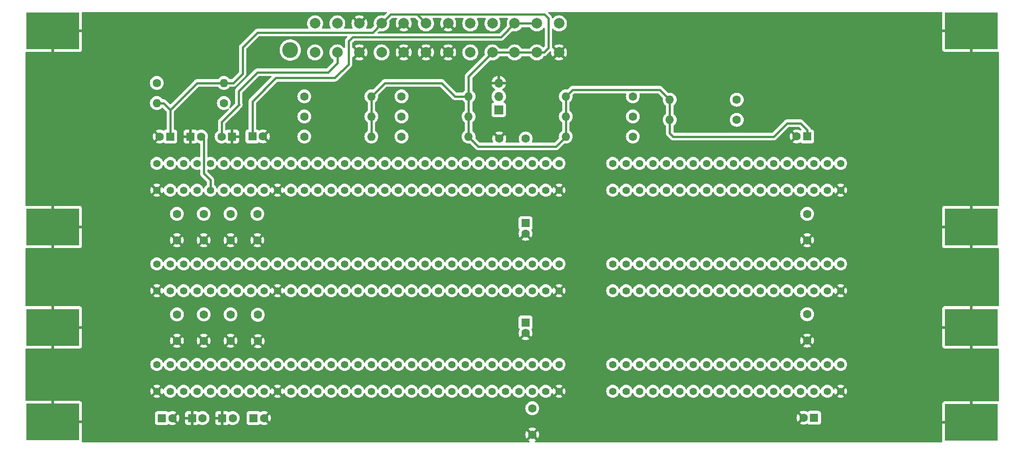
<source format=gbr>
%TF.GenerationSoftware,KiCad,Pcbnew,(6.0.7)*%
%TF.CreationDate,2022-08-07T08:27:23-07:00*%
%TF.ProjectId,isa_board,6973615f-626f-4617-9264-2e6b69636164,rev?*%
%TF.SameCoordinates,Original*%
%TF.FileFunction,Copper,L2,Bot*%
%TF.FilePolarity,Positive*%
%FSLAX46Y46*%
G04 Gerber Fmt 4.6, Leading zero omitted, Abs format (unit mm)*
G04 Created by KiCad (PCBNEW (6.0.7)) date 2022-08-07 08:27:23*
%MOMM*%
%LPD*%
G01*
G04 APERTURE LIST*
%TA.AperFunction,ComponentPad*%
%ADD10C,3.000000*%
%TD*%
%TA.AperFunction,ComponentPad*%
%ADD11C,2.000000*%
%TD*%
%TA.AperFunction,ComponentPad*%
%ADD12R,1.600000X1.600000*%
%TD*%
%TA.AperFunction,ComponentPad*%
%ADD13C,1.600000*%
%TD*%
%TA.AperFunction,ComponentPad*%
%ADD14R,10.000000X7.000000*%
%TD*%
%TA.AperFunction,ComponentPad*%
%ADD15O,1.600000X1.600000*%
%TD*%
%TA.AperFunction,ComponentPad*%
%ADD16C,1.400000*%
%TD*%
%TA.AperFunction,ComponentPad*%
%ADD17R,1.700000X1.700000*%
%TD*%
%TA.AperFunction,ComponentPad*%
%ADD18O,1.700000X1.700000*%
%TD*%
%TA.AperFunction,Conductor*%
%ADD19C,0.381000*%
%TD*%
G04 APERTURE END LIST*
D10*
%TO.P,J4,0*%
%TO.N,N/C*%
X92364178Y-44141803D03*
D11*
%TO.P,J4,1,3.3V*%
%TO.N,unconnected-(J4-Pad1)*%
X97064178Y-44601803D03*
%TO.P,J4,2,-12V*%
%TO.N,/12-*%
X101264178Y-44601803D03*
%TO.P,J4,3,GND*%
%TO.N,GND*%
X105464178Y-44601803D03*
%TO.P,J4,4,PWR*%
%TO.N,/PWRON*%
X109664178Y-44601803D03*
%TO.P,J4,5,GND*%
%TO.N,GND*%
X113864178Y-44601803D03*
%TO.P,J4,6,GND*%
X118064178Y-44601803D03*
%TO.P,J4,7,GND*%
X122264178Y-44601803D03*
%TO.P,J4,8,RSV*%
%TO.N,/-5ATX*%
X126464178Y-44601803D03*
%TO.P,J4,9,+5V*%
%TO.N,/5+*%
X130664178Y-44601803D03*
%TO.P,J4,10,+5V*%
X134864178Y-44601803D03*
%TO.P,J4,11,+5V*%
X139064178Y-44601803D03*
%TO.P,J4,12,GND*%
%TO.N,GND*%
X143264178Y-44601803D03*
%TO.P,J4,13,3.3V*%
%TO.N,unconnected-(J4-Pad13)*%
X97064178Y-39101803D03*
%TO.P,J4,14,3.3V*%
%TO.N,unconnected-(J4-Pad14)*%
X101264178Y-39101803D03*
%TO.P,J4,15,GND*%
%TO.N,GND*%
X105464178Y-39101803D03*
%TO.P,J4,16,+5V*%
%TO.N,/5+*%
X109664178Y-39101803D03*
%TO.P,J4,17,GND*%
%TO.N,GND*%
X113864178Y-39101803D03*
%TO.P,J4,18,+5V*%
%TO.N,/5+*%
X118064178Y-39101803D03*
%TO.P,J4,19,GND*%
%TO.N,GND*%
X122264178Y-39101803D03*
%TO.P,J4,20,PG*%
%TO.N,/PG*%
X126464178Y-39101803D03*
%TO.P,J4,21,+5VSB*%
%TO.N,/5VSB*%
X130664178Y-39101803D03*
%TO.P,J4,22,+12V*%
%TO.N,/12+*%
X134864178Y-39101803D03*
%TO.P,J4,23,+12V*%
X139064178Y-39101803D03*
%TO.P,J4,24,3.3V*%
%TO.N,unconnected-(J4-Pad24)*%
X143264178Y-39101803D03*
%TD*%
D12*
%TO.P,C14,1*%
%TO.N,/12+*%
X85400000Y-113880000D03*
D13*
%TO.P,C14,2*%
%TO.N,GND*%
X87400000Y-113880000D03*
%TD*%
D14*
%TO.P,H3,1,1*%
%TO.N,GND*%
X47395000Y-96695000D03*
%TD*%
D13*
%TO.P,C11,1*%
%TO.N,/5-*%
X75970000Y-75185000D03*
%TO.P,C11,2*%
%TO.N,GND*%
X75970000Y-80185000D03*
%TD*%
%TO.P,R1,1*%
%TO.N,/IOCHCK*%
X67080000Y-50380000D03*
D15*
%TO.P,R1,2*%
%TO.N,/5+*%
X79780000Y-50380000D03*
%TD*%
D14*
%TO.P,H7,1,1*%
%TO.N,GND*%
X221385000Y-96695000D03*
%TD*%
D13*
%TO.P,R8,1*%
%TO.N,/IOCS16*%
X157250000Y-60540000D03*
D15*
%TO.P,R8,2*%
%TO.N,/5+*%
X144550000Y-60540000D03*
%TD*%
D12*
%TO.P,C8,1*%
%TO.N,GND*%
X73467829Y-60539999D03*
D13*
%TO.P,C8,2*%
%TO.N,/5-*%
X75467829Y-60539999D03*
%TD*%
D12*
%TO.P,C1,1*%
%TO.N,/5+*%
X136930000Y-95779888D03*
D13*
%TO.P,C1,2*%
%TO.N,GND*%
X136930000Y-97779888D03*
%TD*%
%TO.P,C29,1*%
%TO.N,/5+*%
X190270000Y-75185000D03*
%TO.P,C29,2*%
%TO.N,GND*%
X190270000Y-80185000D03*
%TD*%
%TO.P,R5,1*%
%TO.N,/IOR*%
X113435000Y-56730000D03*
D15*
%TO.P,R5,2*%
%TO.N,/5+*%
X126135000Y-56730000D03*
%TD*%
D12*
%TO.P,C25,1*%
%TO.N,/5+*%
X190270000Y-60512826D03*
D13*
%TO.P,C25,2*%
%TO.N,GND*%
X188270000Y-60512826D03*
%TD*%
D12*
%TO.P,C27,1*%
%TO.N,/5+*%
X136930000Y-76955000D03*
D13*
%TO.P,C27,2*%
%TO.N,GND*%
X136930000Y-78955000D03*
%TD*%
%TO.P,C17,1*%
%TO.N,/12+*%
X86214539Y-94310304D03*
%TO.P,C17,2*%
%TO.N,GND*%
X86214539Y-99310304D03*
%TD*%
D14*
%TO.P,H5,1,1*%
%TO.N,GND*%
X221389344Y-40492560D03*
%TD*%
%TO.P,H4,1,1*%
%TO.N,GND*%
X47387526Y-114611973D03*
%TD*%
%TO.P,H2,1,1*%
%TO.N,GND*%
X47395000Y-77685000D03*
%TD*%
%TO.P,H6,1,1*%
%TO.N,GND*%
X221334935Y-77685000D03*
%TD*%
D13*
%TO.P,C4,1*%
%TO.N,/5+*%
X190270000Y-94195000D03*
%TO.P,C4,2*%
%TO.N,GND*%
X190270000Y-99195000D03*
%TD*%
D12*
%TO.P,C9,1*%
%TO.N,GND*%
X73744887Y-113880000D03*
D13*
%TO.P,C9,2*%
%TO.N,/5-*%
X75744887Y-113880000D03*
%TD*%
D12*
%TO.P,C19,1*%
%TO.N,GND*%
X79459887Y-113880000D03*
D13*
%TO.P,C19,2*%
%TO.N,/12-*%
X81459887Y-113880000D03*
%TD*%
%TO.P,C30,1*%
%TO.N,/5+*%
X138200000Y-112015000D03*
%TO.P,C30,2*%
%TO.N,GND*%
X138200000Y-117015000D03*
%TD*%
D12*
%TO.P,C3,1*%
%TO.N,/5+*%
X68029887Y-113880000D03*
D13*
%TO.P,C3,2*%
%TO.N,GND*%
X70029887Y-113880000D03*
%TD*%
%TO.P,C24,1*%
%TO.N,/12-*%
X81050000Y-94235000D03*
%TO.P,C24,2*%
%TO.N,GND*%
X81050000Y-99235000D03*
%TD*%
%TO.P,C5,1*%
%TO.N,/5+*%
X70890000Y-75185000D03*
%TO.P,C5,2*%
%TO.N,GND*%
X70890000Y-80185000D03*
%TD*%
%TO.P,R3,1*%
%TO.N,/SMEMR*%
X95020000Y-60540000D03*
D15*
%TO.P,R3,2*%
%TO.N,/5+*%
X107720000Y-60540000D03*
%TD*%
D16*
%TO.P,J3,1,A1*%
%TO.N,GND*%
X67080000Y-70700000D03*
%TO.P,J3,2,A2*%
%TO.N,/RESOUT*%
X69620000Y-70700000D03*
%TO.P,J3,3,A3*%
%TO.N,/5+*%
X72160000Y-70700000D03*
%TO.P,J3,4,A4*%
%TO.N,/IRQ2*%
X74700000Y-70700000D03*
%TO.P,J3,5,A5*%
%TO.N,/5-*%
X77240000Y-70700000D03*
%TO.P,J3,6,A6*%
%TO.N,/DRQ2*%
X79780000Y-70700000D03*
%TO.P,J3,7,A7*%
%TO.N,/12-*%
X82320000Y-70700000D03*
%TO.P,J3,8,A8*%
%TO.N,/SRDY*%
X84860000Y-70700000D03*
%TO.P,J3,9,A9*%
%TO.N,/12+*%
X87400000Y-70700000D03*
%TO.P,J3,10,A10*%
%TO.N,GND*%
X89940000Y-70700000D03*
%TO.P,J3,11,A11*%
%TO.N,/SMEMW*%
X92480000Y-70700000D03*
%TO.P,J3,12,A12*%
%TO.N,/SMEMR*%
X95020000Y-70700000D03*
%TO.P,J3,13,A13*%
%TO.N,/IOW*%
X97560000Y-70700000D03*
%TO.P,J3,14,A14*%
%TO.N,/IOR*%
X100100000Y-70700000D03*
%TO.P,J3,15,A15*%
%TO.N,/DACK3*%
X102640000Y-70700000D03*
%TO.P,J3,16,A16*%
%TO.N,/DRQ3*%
X105180000Y-70700000D03*
%TO.P,J3,17,A17*%
%TO.N,/DACK1*%
X107720000Y-70700000D03*
%TO.P,J3,18,A18*%
%TO.N,/DRQ1*%
X110260000Y-70700000D03*
%TO.P,J3,19,A19*%
%TO.N,/REFRESH*%
X112800000Y-70700000D03*
%TO.P,J3,20,A20*%
%TO.N,/CLK*%
X115340000Y-70700000D03*
%TO.P,J3,21,A21*%
%TO.N,/IRQ7*%
X117880000Y-70700000D03*
%TO.P,J3,22,A22*%
%TO.N,/IRQ6*%
X120420000Y-70700000D03*
%TO.P,J3,23,A23*%
%TO.N,/IRQ5*%
X122960000Y-70700000D03*
%TO.P,J3,24,A24*%
%TO.N,/IRQ4*%
X125500000Y-70700000D03*
%TO.P,J3,25,A25*%
%TO.N,/IRQ3*%
X128040000Y-70700000D03*
%TO.P,J3,26,A26*%
%TO.N,/DACK2*%
X130580000Y-70700000D03*
%TO.P,J3,27,A27*%
%TO.N,/TC*%
X133120000Y-70700000D03*
%TO.P,J3,28,A28*%
%TO.N,/BALE*%
X135660000Y-70700000D03*
%TO.P,J3,29,A29*%
%TO.N,/5+*%
X138200000Y-70700000D03*
%TO.P,J3,30,A30*%
%TO.N,/OSC*%
X140740000Y-70700000D03*
%TO.P,J3,31,A31*%
%TO.N,GND*%
X143280000Y-70700000D03*
%TO.P,J3,32,B1*%
%TO.N,/IOCHCK*%
X67080000Y-65620000D03*
%TO.P,J3,33,B2*%
%TO.N,/SD7*%
X69620000Y-65620000D03*
%TO.P,J3,34,B3*%
%TO.N,/SD6*%
X72160000Y-65620000D03*
%TO.P,J3,35,B4*%
%TO.N,/SD5*%
X74700000Y-65620000D03*
%TO.P,J3,36,B5*%
%TO.N,/SD4*%
X77240000Y-65620000D03*
%TO.P,J3,37,B6*%
%TO.N,/SD3*%
X79780000Y-65620000D03*
%TO.P,J3,38,B7*%
%TO.N,/SD2*%
X82320000Y-65620000D03*
%TO.P,J3,39,B8*%
%TO.N,/SD1*%
X84860000Y-65620000D03*
%TO.P,J3,40,B9*%
%TO.N,/SD0*%
X87400000Y-65620000D03*
%TO.P,J3,41,B10*%
%TO.N,/IOCHRDY*%
X89940000Y-65620000D03*
%TO.P,J3,42,B11*%
%TO.N,/AEN*%
X92480000Y-65620000D03*
%TO.P,J3,43,B12*%
%TO.N,/SA19*%
X95020000Y-65620000D03*
%TO.P,J3,44,B13*%
%TO.N,/SA18*%
X97560000Y-65620000D03*
%TO.P,J3,45,B14*%
%TO.N,/SA17*%
X100100000Y-65620000D03*
%TO.P,J3,46,B15*%
%TO.N,/SA16*%
X102640000Y-65620000D03*
%TO.P,J3,47,B16*%
%TO.N,/SA15*%
X105180000Y-65620000D03*
%TO.P,J3,48,B17*%
%TO.N,/SA14*%
X107720000Y-65620000D03*
%TO.P,J3,49,B18*%
%TO.N,/SA13*%
X110260000Y-65620000D03*
%TO.P,J3,50,B19*%
%TO.N,/SA12*%
X112800000Y-65620000D03*
%TO.P,J3,51,B20*%
%TO.N,/SA11*%
X115340000Y-65620000D03*
%TO.P,J3,52,B21*%
%TO.N,/SA10*%
X117880000Y-65620000D03*
%TO.P,J3,53,B22*%
%TO.N,/SA9*%
X120420000Y-65620000D03*
%TO.P,J3,54,B23*%
%TO.N,/SA8*%
X122960000Y-65620000D03*
%TO.P,J3,55,B24*%
%TO.N,/SA7*%
X125500000Y-65620000D03*
%TO.P,J3,56,B25*%
%TO.N,/SA6*%
X128040000Y-65620000D03*
%TO.P,J3,57,B26*%
%TO.N,/SA5*%
X130580000Y-65620000D03*
%TO.P,J3,58,B27*%
%TO.N,/SA4*%
X133120000Y-65620000D03*
%TO.P,J3,59,B28*%
%TO.N,/SA3*%
X135660000Y-65620000D03*
%TO.P,J3,60,B29*%
%TO.N,/SA2*%
X138200000Y-65620000D03*
%TO.P,J3,61,B30*%
%TO.N,/SA1*%
X140740000Y-65620000D03*
%TO.P,J3,62,B31*%
%TO.N,/SA0*%
X143280000Y-65620000D03*
%TO.P,J3,63,C1*%
%TO.N,/MEMCS16*%
X153440000Y-70700000D03*
%TO.P,J3,64,C2*%
%TO.N,/IOCS16*%
X155980000Y-70700000D03*
%TO.P,J3,65,C3*%
%TO.N,/IRQ10*%
X158520000Y-70700000D03*
%TO.P,J3,66,C4*%
%TO.N,/IRQ11*%
X161060000Y-70700000D03*
%TO.P,J3,67,C5*%
%TO.N,/IRQ12*%
X163600000Y-70700000D03*
%TO.P,J3,68,C6*%
%TO.N,/IRQ13*%
X166140000Y-70700000D03*
%TO.P,J3,69,C7*%
%TO.N,/IRQ14*%
X168680000Y-70700000D03*
%TO.P,J3,70,C8*%
%TO.N,/DACK0*%
X171220000Y-70700000D03*
%TO.P,J3,71,C9*%
%TO.N,/DRQ0*%
X173760000Y-70700000D03*
%TO.P,J3,72,C10*%
%TO.N,/DACK5*%
X176300000Y-70700000D03*
%TO.P,J3,73,C11*%
%TO.N,/DRQ5*%
X178840000Y-70700000D03*
%TO.P,J3,74,C12*%
%TO.N,/DACK6*%
X181380000Y-70700000D03*
%TO.P,J3,75,C13*%
%TO.N,/DRQ6*%
X183920000Y-70700000D03*
%TO.P,J3,76,C14*%
%TO.N,/DACK7*%
X186460000Y-70700000D03*
%TO.P,J3,77,C15*%
%TO.N,/DRQ7*%
X189000000Y-70700000D03*
%TO.P,J3,78,C16*%
%TO.N,/5+*%
X191540000Y-70700000D03*
%TO.P,J3,79,C17*%
%TO.N,/MASTER*%
X194080000Y-70700000D03*
%TO.P,J3,80,C18*%
%TO.N,GND*%
X196620000Y-70700000D03*
%TO.P,J3,81,D1*%
%TO.N,/SBHE*%
X153440000Y-65620000D03*
%TO.P,J3,82,D2*%
%TO.N,/LA23*%
X155980000Y-65620000D03*
%TO.P,J3,83,D3*%
%TO.N,/LA22*%
X158520000Y-65620000D03*
%TO.P,J3,84,D4*%
%TO.N,/LA21*%
X161060000Y-65620000D03*
%TO.P,J3,85,D5*%
%TO.N,/LA20*%
X163600000Y-65620000D03*
%TO.P,J3,86,D6*%
%TO.N,/LA19*%
X166140000Y-65620000D03*
%TO.P,J3,87,D7*%
%TO.N,/LA18*%
X168680000Y-65620000D03*
%TO.P,J3,88,D8*%
%TO.N,/LA17*%
X171220000Y-65620000D03*
%TO.P,J3,89,D9*%
%TO.N,/MEMR*%
X173760000Y-65620000D03*
%TO.P,J3,90,D10*%
%TO.N,/MEMW*%
X176300000Y-65620000D03*
%TO.P,J3,91,D11*%
%TO.N,/SD8*%
X178840000Y-65620000D03*
%TO.P,J3,92,D12*%
%TO.N,/SD9*%
X181380000Y-65620000D03*
%TO.P,J3,93,D13*%
%TO.N,/SD10*%
X183920000Y-65620000D03*
%TO.P,J3,94,D14*%
%TO.N,/SD11*%
X186460000Y-65620000D03*
%TO.P,J3,95,D15*%
%TO.N,/SD12*%
X189000000Y-65620000D03*
%TO.P,J3,96,D16*%
%TO.N,/SD13*%
X191540000Y-65620000D03*
%TO.P,J3,97,D17*%
%TO.N,/SD14*%
X194080000Y-65620000D03*
%TO.P,J3,98,D18*%
%TO.N,/SD15*%
X196620000Y-65620000D03*
%TD*%
D13*
%TO.P,C28,1*%
%TO.N,/5+*%
X136950000Y-60910000D03*
%TO.P,C28,2*%
%TO.N,GND*%
X131950000Y-60910000D03*
%TD*%
%TO.P,C10,1*%
%TO.N,/5-*%
X75970000Y-94235000D03*
%TO.P,C10,2*%
%TO.N,GND*%
X75970000Y-99235000D03*
%TD*%
%TO.P,R9,1*%
%TO.N,/MEMCS16*%
X157250000Y-56730000D03*
D15*
%TO.P,R9,2*%
%TO.N,/5+*%
X144550000Y-56730000D03*
%TD*%
D13*
%TO.P,R7,1*%
%TO.N,/MEMW*%
X176935000Y-53555000D03*
D15*
%TO.P,R7,2*%
%TO.N,/5+*%
X164235000Y-53555000D03*
%TD*%
D13*
%TO.P,R10,1*%
%TO.N,/MASTER*%
X176935000Y-57365000D03*
D15*
%TO.P,R10,2*%
%TO.N,/5+*%
X164235000Y-57365000D03*
%TD*%
D12*
%TO.P,C26,1*%
%TO.N,/5+*%
X191596264Y-113822079D03*
D13*
%TO.P,C26,2*%
%TO.N,GND*%
X189596264Y-113822079D03*
%TD*%
D16*
%TO.P,J2,1,A1*%
%TO.N,GND*%
X67080000Y-89750000D03*
%TO.P,J2,2,A2*%
%TO.N,/RESOUT*%
X69620000Y-89750000D03*
%TO.P,J2,3,A3*%
%TO.N,/5+*%
X72160000Y-89750000D03*
%TO.P,J2,4,A4*%
%TO.N,/IRQ2*%
X74700000Y-89750000D03*
%TO.P,J2,5,A5*%
%TO.N,/5-*%
X77240000Y-89750000D03*
%TO.P,J2,6,A6*%
%TO.N,/DRQ2*%
X79780000Y-89750000D03*
%TO.P,J2,7,A7*%
%TO.N,/12-*%
X82320000Y-89750000D03*
%TO.P,J2,8,A8*%
%TO.N,/SRDY*%
X84860000Y-89750000D03*
%TO.P,J2,9,A9*%
%TO.N,/12+*%
X87400000Y-89750000D03*
%TO.P,J2,10,A10*%
%TO.N,GND*%
X89940000Y-89750000D03*
%TO.P,J2,11,A11*%
%TO.N,/SMEMW*%
X92480000Y-89750000D03*
%TO.P,J2,12,A12*%
%TO.N,/SMEMR*%
X95020000Y-89750000D03*
%TO.P,J2,13,A13*%
%TO.N,/IOW*%
X97560000Y-89750000D03*
%TO.P,J2,14,A14*%
%TO.N,/IOR*%
X100100000Y-89750000D03*
%TO.P,J2,15,A15*%
%TO.N,/DACK3*%
X102640000Y-89750000D03*
%TO.P,J2,16,A16*%
%TO.N,/DRQ3*%
X105180000Y-89750000D03*
%TO.P,J2,17,A17*%
%TO.N,/DACK1*%
X107720000Y-89750000D03*
%TO.P,J2,18,A18*%
%TO.N,/DRQ1*%
X110260000Y-89750000D03*
%TO.P,J2,19,A19*%
%TO.N,/REFRESH*%
X112800000Y-89750000D03*
%TO.P,J2,20,A20*%
%TO.N,/CLK*%
X115340000Y-89750000D03*
%TO.P,J2,21,A21*%
%TO.N,/IRQ7*%
X117880000Y-89750000D03*
%TO.P,J2,22,A22*%
%TO.N,/IRQ6*%
X120420000Y-89750000D03*
%TO.P,J2,23,A23*%
%TO.N,/IRQ5*%
X122960000Y-89750000D03*
%TO.P,J2,24,A24*%
%TO.N,/IRQ4*%
X125500000Y-89750000D03*
%TO.P,J2,25,A25*%
%TO.N,/IRQ3*%
X128040000Y-89750000D03*
%TO.P,J2,26,A26*%
%TO.N,/DACK2*%
X130580000Y-89750000D03*
%TO.P,J2,27,A27*%
%TO.N,/TC*%
X133120000Y-89750000D03*
%TO.P,J2,28,A28*%
%TO.N,/BALE*%
X135660000Y-89750000D03*
%TO.P,J2,29,A29*%
%TO.N,/5+*%
X138200000Y-89750000D03*
%TO.P,J2,30,A30*%
%TO.N,/OSC*%
X140740000Y-89750000D03*
%TO.P,J2,31,A31*%
%TO.N,GND*%
X143280000Y-89750000D03*
%TO.P,J2,32,B1*%
%TO.N,/IOCHCK*%
X67080000Y-84670000D03*
%TO.P,J2,33,B2*%
%TO.N,/SD7*%
X69620000Y-84670000D03*
%TO.P,J2,34,B3*%
%TO.N,/SD6*%
X72160000Y-84670000D03*
%TO.P,J2,35,B4*%
%TO.N,/SD5*%
X74700000Y-84670000D03*
%TO.P,J2,36,B5*%
%TO.N,/SD4*%
X77240000Y-84670000D03*
%TO.P,J2,37,B6*%
%TO.N,/SD3*%
X79780000Y-84670000D03*
%TO.P,J2,38,B7*%
%TO.N,/SD2*%
X82320000Y-84670000D03*
%TO.P,J2,39,B8*%
%TO.N,/SD1*%
X84860000Y-84670000D03*
%TO.P,J2,40,B9*%
%TO.N,/SD0*%
X87400000Y-84670000D03*
%TO.P,J2,41,B10*%
%TO.N,/IOCHRDY*%
X89940000Y-84670000D03*
%TO.P,J2,42,B11*%
%TO.N,/AEN*%
X92480000Y-84670000D03*
%TO.P,J2,43,B12*%
%TO.N,/SA19*%
X95020000Y-84670000D03*
%TO.P,J2,44,B13*%
%TO.N,/SA18*%
X97560000Y-84670000D03*
%TO.P,J2,45,B14*%
%TO.N,/SA17*%
X100100000Y-84670000D03*
%TO.P,J2,46,B15*%
%TO.N,/SA16*%
X102640000Y-84670000D03*
%TO.P,J2,47,B16*%
%TO.N,/SA15*%
X105180000Y-84670000D03*
%TO.P,J2,48,B17*%
%TO.N,/SA14*%
X107720000Y-84670000D03*
%TO.P,J2,49,B18*%
%TO.N,/SA13*%
X110260000Y-84670000D03*
%TO.P,J2,50,B19*%
%TO.N,/SA12*%
X112800000Y-84670000D03*
%TO.P,J2,51,B20*%
%TO.N,/SA11*%
X115340000Y-84670000D03*
%TO.P,J2,52,B21*%
%TO.N,/SA10*%
X117880000Y-84670000D03*
%TO.P,J2,53,B22*%
%TO.N,/SA9*%
X120420000Y-84670000D03*
%TO.P,J2,54,B23*%
%TO.N,/SA8*%
X122960000Y-84670000D03*
%TO.P,J2,55,B24*%
%TO.N,/SA7*%
X125500000Y-84670000D03*
%TO.P,J2,56,B25*%
%TO.N,/SA6*%
X128040000Y-84670000D03*
%TO.P,J2,57,B26*%
%TO.N,/SA5*%
X130580000Y-84670000D03*
%TO.P,J2,58,B27*%
%TO.N,/SA4*%
X133120000Y-84670000D03*
%TO.P,J2,59,B28*%
%TO.N,/SA3*%
X135660000Y-84670000D03*
%TO.P,J2,60,B29*%
%TO.N,/SA2*%
X138200000Y-84670000D03*
%TO.P,J2,61,B30*%
%TO.N,/SA1*%
X140740000Y-84670000D03*
%TO.P,J2,62,B31*%
%TO.N,/SA0*%
X143280000Y-84670000D03*
%TO.P,J2,63,C1*%
%TO.N,/MEMCS16*%
X153440000Y-89750000D03*
%TO.P,J2,64,C2*%
%TO.N,/IOCS16*%
X155980000Y-89750000D03*
%TO.P,J2,65,C3*%
%TO.N,/IRQ10*%
X158520000Y-89750000D03*
%TO.P,J2,66,C4*%
%TO.N,/IRQ11*%
X161060000Y-89750000D03*
%TO.P,J2,67,C5*%
%TO.N,/IRQ12*%
X163600000Y-89750000D03*
%TO.P,J2,68,C6*%
%TO.N,/IRQ13*%
X166140000Y-89750000D03*
%TO.P,J2,69,C7*%
%TO.N,/IRQ14*%
X168680000Y-89750000D03*
%TO.P,J2,70,C8*%
%TO.N,/DACK0*%
X171220000Y-89750000D03*
%TO.P,J2,71,C9*%
%TO.N,/DRQ0*%
X173760000Y-89750000D03*
%TO.P,J2,72,C10*%
%TO.N,/DACK5*%
X176300000Y-89750000D03*
%TO.P,J2,73,C11*%
%TO.N,/DRQ5*%
X178840000Y-89750000D03*
%TO.P,J2,74,C12*%
%TO.N,/DACK6*%
X181380000Y-89750000D03*
%TO.P,J2,75,C13*%
%TO.N,/DRQ6*%
X183920000Y-89750000D03*
%TO.P,J2,76,C14*%
%TO.N,/DACK7*%
X186460000Y-89750000D03*
%TO.P,J2,77,C15*%
%TO.N,/DRQ7*%
X189000000Y-89750000D03*
%TO.P,J2,78,C16*%
%TO.N,/5+*%
X191540000Y-89750000D03*
%TO.P,J2,79,C17*%
%TO.N,/MASTER*%
X194080000Y-89750000D03*
%TO.P,J2,80,C18*%
%TO.N,GND*%
X196620000Y-89750000D03*
%TO.P,J2,81,D1*%
%TO.N,/SBHE*%
X153440000Y-84670000D03*
%TO.P,J2,82,D2*%
%TO.N,/LA23*%
X155980000Y-84670000D03*
%TO.P,J2,83,D3*%
%TO.N,/LA22*%
X158520000Y-84670000D03*
%TO.P,J2,84,D4*%
%TO.N,/LA21*%
X161060000Y-84670000D03*
%TO.P,J2,85,D5*%
%TO.N,/LA20*%
X163600000Y-84670000D03*
%TO.P,J2,86,D6*%
%TO.N,/LA19*%
X166140000Y-84670000D03*
%TO.P,J2,87,D7*%
%TO.N,/LA18*%
X168680000Y-84670000D03*
%TO.P,J2,88,D8*%
%TO.N,/LA17*%
X171220000Y-84670000D03*
%TO.P,J2,89,D9*%
%TO.N,/MEMR*%
X173760000Y-84670000D03*
%TO.P,J2,90,D10*%
%TO.N,/MEMW*%
X176300000Y-84670000D03*
%TO.P,J2,91,D11*%
%TO.N,/SD8*%
X178840000Y-84670000D03*
%TO.P,J2,92,D12*%
%TO.N,/SD9*%
X181380000Y-84670000D03*
%TO.P,J2,93,D13*%
%TO.N,/SD10*%
X183920000Y-84670000D03*
%TO.P,J2,94,D14*%
%TO.N,/SD11*%
X186460000Y-84670000D03*
%TO.P,J2,95,D15*%
%TO.N,/SD12*%
X189000000Y-84670000D03*
%TO.P,J2,96,D16*%
%TO.N,/SD13*%
X191540000Y-84670000D03*
%TO.P,J2,97,D17*%
%TO.N,/SD14*%
X194080000Y-84670000D03*
%TO.P,J2,98,D18*%
%TO.N,/SD15*%
X196620000Y-84670000D03*
%TD*%
D13*
%TO.P,R13,1*%
%TO.N,/IOCHRDY*%
X95020000Y-52920000D03*
D15*
%TO.P,R13,2*%
%TO.N,/5+*%
X107720000Y-52920000D03*
%TD*%
D13*
%TO.P,R11,1*%
%TO.N,/REFRESH*%
X113435000Y-60540000D03*
D15*
%TO.P,R11,2*%
%TO.N,/5+*%
X126135000Y-60540000D03*
%TD*%
D12*
%TO.P,C21,1*%
%TO.N,GND*%
X81354929Y-60540000D03*
D13*
%TO.P,C21,2*%
%TO.N,/12-*%
X79354929Y-60540000D03*
%TD*%
%TO.P,C22,1*%
%TO.N,/12-*%
X81050000Y-75185000D03*
%TO.P,C22,2*%
%TO.N,GND*%
X81050000Y-80185000D03*
%TD*%
D14*
%TO.P,H1,1,1*%
%TO.N,GND*%
X47400438Y-40509230D03*
%TD*%
D13*
%TO.P,C16,1*%
%TO.N,/12+*%
X86130000Y-75185000D03*
%TO.P,C16,2*%
%TO.N,GND*%
X86130000Y-80185000D03*
%TD*%
D14*
%TO.P,H8,1,1*%
%TO.N,GND*%
X221378468Y-114716154D03*
%TD*%
D12*
%TO.P,C2,1*%
%TO.N,/5+*%
X69620000Y-60540000D03*
D13*
%TO.P,C2,2*%
%TO.N,GND*%
X67620000Y-60540000D03*
%TD*%
D16*
%TO.P,J1,1,A1*%
%TO.N,GND*%
X67080000Y-108800000D03*
%TO.P,J1,2,A2*%
%TO.N,/RESOUT*%
X69620000Y-108800000D03*
%TO.P,J1,3,A3*%
%TO.N,/5+*%
X72160000Y-108800000D03*
%TO.P,J1,4,A4*%
%TO.N,/IRQ2*%
X74700000Y-108800000D03*
%TO.P,J1,5,A5*%
%TO.N,/5-*%
X77240000Y-108800000D03*
%TO.P,J1,6,A6*%
%TO.N,/DRQ2*%
X79780000Y-108800000D03*
%TO.P,J1,7,A7*%
%TO.N,/12-*%
X82320000Y-108800000D03*
%TO.P,J1,8,A8*%
%TO.N,/SRDY*%
X84860000Y-108800000D03*
%TO.P,J1,9,A9*%
%TO.N,/12+*%
X87400000Y-108800000D03*
%TO.P,J1,10,A10*%
%TO.N,GND*%
X89940000Y-108800000D03*
%TO.P,J1,11,A11*%
%TO.N,/SMEMW*%
X92480000Y-108800000D03*
%TO.P,J1,12,A12*%
%TO.N,/SMEMR*%
X95020000Y-108800000D03*
%TO.P,J1,13,A13*%
%TO.N,/IOW*%
X97560000Y-108800000D03*
%TO.P,J1,14,A14*%
%TO.N,/IOR*%
X100100000Y-108800000D03*
%TO.P,J1,15,A15*%
%TO.N,/DACK3*%
X102640000Y-108800000D03*
%TO.P,J1,16,A16*%
%TO.N,/DRQ3*%
X105180000Y-108800000D03*
%TO.P,J1,17,A17*%
%TO.N,/DACK1*%
X107720000Y-108800000D03*
%TO.P,J1,18,A18*%
%TO.N,/DRQ1*%
X110260000Y-108800000D03*
%TO.P,J1,19,A19*%
%TO.N,/REFRESH*%
X112800000Y-108800000D03*
%TO.P,J1,20,A20*%
%TO.N,/CLK*%
X115340000Y-108800000D03*
%TO.P,J1,21,A21*%
%TO.N,/IRQ7*%
X117880000Y-108800000D03*
%TO.P,J1,22,A22*%
%TO.N,/IRQ6*%
X120420000Y-108800000D03*
%TO.P,J1,23,A23*%
%TO.N,/IRQ5*%
X122960000Y-108800000D03*
%TO.P,J1,24,A24*%
%TO.N,/IRQ4*%
X125500000Y-108800000D03*
%TO.P,J1,25,A25*%
%TO.N,/IRQ3*%
X128040000Y-108800000D03*
%TO.P,J1,26,A26*%
%TO.N,/DACK2*%
X130580000Y-108800000D03*
%TO.P,J1,27,A27*%
%TO.N,/TC*%
X133120000Y-108800000D03*
%TO.P,J1,28,A28*%
%TO.N,/BALE*%
X135660000Y-108800000D03*
%TO.P,J1,29,A29*%
%TO.N,/5+*%
X138200000Y-108800000D03*
%TO.P,J1,30,A30*%
%TO.N,/OSC*%
X140740000Y-108800000D03*
%TO.P,J1,31,A31*%
%TO.N,GND*%
X143280000Y-108800000D03*
%TO.P,J1,32,B1*%
%TO.N,/IOCHCK*%
X67080000Y-103720000D03*
%TO.P,J1,33,B2*%
%TO.N,/SD7*%
X69620000Y-103720000D03*
%TO.P,J1,34,B3*%
%TO.N,/SD6*%
X72160000Y-103720000D03*
%TO.P,J1,35,B4*%
%TO.N,/SD5*%
X74700000Y-103720000D03*
%TO.P,J1,36,B5*%
%TO.N,/SD4*%
X77240000Y-103720000D03*
%TO.P,J1,37,B6*%
%TO.N,/SD3*%
X79780000Y-103720000D03*
%TO.P,J1,38,B7*%
%TO.N,/SD2*%
X82320000Y-103720000D03*
%TO.P,J1,39,B8*%
%TO.N,/SD1*%
X84860000Y-103720000D03*
%TO.P,J1,40,B9*%
%TO.N,/SD0*%
X87400000Y-103720000D03*
%TO.P,J1,41,B10*%
%TO.N,/IOCHRDY*%
X89940000Y-103720000D03*
%TO.P,J1,42,B11*%
%TO.N,/AEN*%
X92480000Y-103720000D03*
%TO.P,J1,43,B12*%
%TO.N,/SA19*%
X95020000Y-103720000D03*
%TO.P,J1,44,B13*%
%TO.N,/SA18*%
X97560000Y-103720000D03*
%TO.P,J1,45,B14*%
%TO.N,/SA17*%
X100100000Y-103720000D03*
%TO.P,J1,46,B15*%
%TO.N,/SA16*%
X102640000Y-103720000D03*
%TO.P,J1,47,B16*%
%TO.N,/SA15*%
X105180000Y-103720000D03*
%TO.P,J1,48,B17*%
%TO.N,/SA14*%
X107720000Y-103720000D03*
%TO.P,J1,49,B18*%
%TO.N,/SA13*%
X110260000Y-103720000D03*
%TO.P,J1,50,B19*%
%TO.N,/SA12*%
X112800000Y-103720000D03*
%TO.P,J1,51,B20*%
%TO.N,/SA11*%
X115340000Y-103720000D03*
%TO.P,J1,52,B21*%
%TO.N,/SA10*%
X117880000Y-103720000D03*
%TO.P,J1,53,B22*%
%TO.N,/SA9*%
X120420000Y-103720000D03*
%TO.P,J1,54,B23*%
%TO.N,/SA8*%
X122960000Y-103720000D03*
%TO.P,J1,55,B24*%
%TO.N,/SA7*%
X125500000Y-103720000D03*
%TO.P,J1,56,B25*%
%TO.N,/SA6*%
X128040000Y-103720000D03*
%TO.P,J1,57,B26*%
%TO.N,/SA5*%
X130580000Y-103720000D03*
%TO.P,J1,58,B27*%
%TO.N,/SA4*%
X133120000Y-103720000D03*
%TO.P,J1,59,B28*%
%TO.N,/SA3*%
X135660000Y-103720000D03*
%TO.P,J1,60,B29*%
%TO.N,/SA2*%
X138200000Y-103720000D03*
%TO.P,J1,61,B30*%
%TO.N,/SA1*%
X140740000Y-103720000D03*
%TO.P,J1,62,B31*%
%TO.N,/SA0*%
X143280000Y-103720000D03*
%TO.P,J1,63,C1*%
%TO.N,/MEMCS16*%
X153440000Y-108800000D03*
%TO.P,J1,64,C2*%
%TO.N,/IOCS16*%
X155980000Y-108800000D03*
%TO.P,J1,65,C3*%
%TO.N,/IRQ10*%
X158520000Y-108800000D03*
%TO.P,J1,66,C4*%
%TO.N,/IRQ11*%
X161060000Y-108800000D03*
%TO.P,J1,67,C5*%
%TO.N,/IRQ12*%
X163600000Y-108800000D03*
%TO.P,J1,68,C6*%
%TO.N,/IRQ13*%
X166140000Y-108800000D03*
%TO.P,J1,69,C7*%
%TO.N,/IRQ14*%
X168680000Y-108800000D03*
%TO.P,J1,70,C8*%
%TO.N,/DACK0*%
X171220000Y-108800000D03*
%TO.P,J1,71,C9*%
%TO.N,/DRQ0*%
X173760000Y-108800000D03*
%TO.P,J1,72,C10*%
%TO.N,/DACK5*%
X176300000Y-108800000D03*
%TO.P,J1,73,C11*%
%TO.N,/DRQ5*%
X178840000Y-108800000D03*
%TO.P,J1,74,C12*%
%TO.N,/DACK6*%
X181380000Y-108800000D03*
%TO.P,J1,75,C13*%
%TO.N,/DRQ6*%
X183920000Y-108800000D03*
%TO.P,J1,76,C14*%
%TO.N,/DACK7*%
X186460000Y-108800000D03*
%TO.P,J1,77,C15*%
%TO.N,/DRQ7*%
X189000000Y-108800000D03*
%TO.P,J1,78,C16*%
%TO.N,/5+*%
X191540000Y-108800000D03*
%TO.P,J1,79,C17*%
%TO.N,/MASTER*%
X194080000Y-108800000D03*
%TO.P,J1,80,C18*%
%TO.N,GND*%
X196620000Y-108800000D03*
%TO.P,J1,81,D1*%
%TO.N,/SBHE*%
X153440000Y-103720000D03*
%TO.P,J1,82,D2*%
%TO.N,/LA23*%
X155980000Y-103720000D03*
%TO.P,J1,83,D3*%
%TO.N,/LA22*%
X158520000Y-103720000D03*
%TO.P,J1,84,D4*%
%TO.N,/LA21*%
X161060000Y-103720000D03*
%TO.P,J1,85,D5*%
%TO.N,/LA20*%
X163600000Y-103720000D03*
%TO.P,J1,86,D6*%
%TO.N,/LA19*%
X166140000Y-103720000D03*
%TO.P,J1,87,D7*%
%TO.N,/LA18*%
X168680000Y-103720000D03*
%TO.P,J1,88,D8*%
%TO.N,/LA17*%
X171220000Y-103720000D03*
%TO.P,J1,89,D9*%
%TO.N,/MEMR*%
X173760000Y-103720000D03*
%TO.P,J1,90,D10*%
%TO.N,/MEMW*%
X176300000Y-103720000D03*
%TO.P,J1,91,D11*%
%TO.N,/SD8*%
X178840000Y-103720000D03*
%TO.P,J1,92,D12*%
%TO.N,/SD9*%
X181380000Y-103720000D03*
%TO.P,J1,93,D13*%
%TO.N,/SD10*%
X183920000Y-103720000D03*
%TO.P,J1,94,D14*%
%TO.N,/SD11*%
X186460000Y-103720000D03*
%TO.P,J1,95,D15*%
%TO.N,/SD12*%
X189000000Y-103720000D03*
%TO.P,J1,96,D16*%
%TO.N,/SD13*%
X191540000Y-103720000D03*
%TO.P,J1,97,D17*%
%TO.N,/SD14*%
X194080000Y-103720000D03*
%TO.P,J1,98,D18*%
%TO.N,/SD15*%
X196620000Y-103720000D03*
%TD*%
D13*
%TO.P,R2,1*%
%TO.N,/SMEMW*%
X95020000Y-56730000D03*
D15*
%TO.P,R2,2*%
%TO.N,/5+*%
X107720000Y-56730000D03*
%TD*%
D12*
%TO.P,C15,1*%
%TO.N,/12+*%
X85174888Y-60503768D03*
D13*
%TO.P,C15,2*%
%TO.N,GND*%
X87174888Y-60503768D03*
%TD*%
%TO.P,C6,1*%
%TO.N,/5+*%
X70900000Y-94235000D03*
%TO.P,C6,2*%
%TO.N,GND*%
X70900000Y-99235000D03*
%TD*%
D17*
%TO.P,J5,1,Pin_1*%
%TO.N,/5VSB*%
X131850000Y-55460000D03*
D18*
%TO.P,J5,2,Pin_2*%
%TO.N,/PWRON*%
X131850000Y-52920000D03*
%TO.P,J5,3,Pin_3*%
%TO.N,GND*%
X131850000Y-50380000D03*
%TD*%
D13*
%TO.P,R6,1*%
%TO.N,/MEMR*%
X157250000Y-52920000D03*
D15*
%TO.P,R6,2*%
%TO.N,/5+*%
X144550000Y-52920000D03*
%TD*%
D13*
%TO.P,R4,1*%
%TO.N,/IOW*%
X113435000Y-52920000D03*
D15*
%TO.P,R4,2*%
%TO.N,/5+*%
X126135000Y-52920000D03*
%TD*%
D13*
%TO.P,R12,1*%
%TO.N,/SRDY*%
X79780000Y-54190000D03*
D15*
%TO.P,R12,2*%
%TO.N,/5+*%
X67080000Y-54190000D03*
%TD*%
D19*
%TO.N,/5+*%
X118064178Y-39101803D02*
X116348375Y-37386000D01*
X116102000Y-37386000D02*
X140486000Y-37386000D01*
X111379981Y-37386000D02*
X116102000Y-37386000D01*
X116348375Y-37386000D02*
X116102000Y-37386000D01*
X140382197Y-44601803D02*
X139064178Y-44601803D01*
X141248000Y-38148000D02*
X141248000Y-43736000D01*
X141248000Y-43736000D02*
X140382197Y-44601803D01*
X140486000Y-37386000D02*
X141248000Y-38148000D01*
X109664178Y-39101803D02*
X111379981Y-37386000D01*
X107720000Y-60540000D02*
X107720000Y-52920000D01*
%TO.N,/12+*%
X103402000Y-42466000D02*
X103402000Y-42633000D01*
X104164000Y-41704000D02*
X103402000Y-42466000D01*
X132261981Y-41704000D02*
X104164000Y-41704000D01*
X134864178Y-39101803D02*
X132261981Y-41704000D01*
X139064178Y-39101803D02*
X134864178Y-39101803D01*
%TO.N,/5+*%
X130664178Y-44601803D02*
X139064178Y-44601803D01*
X126135000Y-52920000D02*
X126135000Y-49130981D01*
X126135000Y-49130981D02*
X130664178Y-44601803D01*
X107950981Y-40815000D02*
X86130000Y-40815000D01*
X86130000Y-40815000D02*
X83336000Y-43609000D01*
X83336000Y-43609000D02*
X83336000Y-48602000D01*
X109664178Y-39101803D02*
X107950981Y-40815000D01*
%TO.N,/12-*%
X101264178Y-46635822D02*
X101264178Y-44601803D01*
X99552000Y-48348000D02*
X101264178Y-46635822D01*
X86130000Y-48348000D02*
X99552000Y-48348000D01*
%TO.N,/5+*%
X164870000Y-60540000D02*
X183920000Y-60540000D01*
X144550000Y-52920000D02*
X144550000Y-60540000D01*
X190270000Y-59270000D02*
X190270000Y-60512826D01*
X69620000Y-60540000D02*
X69620000Y-55460000D01*
X144550000Y-60540000D02*
X142685000Y-62405000D01*
X126135000Y-60540000D02*
X126135000Y-52920000D01*
X142685000Y-62405000D02*
X128080000Y-62405000D01*
X164235000Y-57365000D02*
X164235000Y-59905000D01*
X164235000Y-53555000D02*
X162330000Y-51650000D01*
X145820000Y-51650000D02*
X144550000Y-52920000D01*
X83336000Y-48602000D02*
X81558000Y-50380000D01*
X69620000Y-55460000D02*
X68350000Y-54190000D01*
X189000000Y-58000000D02*
X190270000Y-59270000D01*
X186460000Y-58000000D02*
X189000000Y-58000000D01*
X68350000Y-54190000D02*
X67080000Y-54190000D01*
X74700000Y-50380000D02*
X79780000Y-50380000D01*
X128000000Y-62405000D02*
X126135000Y-60540000D01*
X69620000Y-55460000D02*
X74700000Y-50380000D01*
X110260000Y-50380000D02*
X121055000Y-50380000D01*
X126135000Y-52920000D02*
X123595000Y-52920000D01*
X107720000Y-52920000D02*
X110260000Y-50380000D01*
X81558000Y-50380000D02*
X79780000Y-50380000D01*
X164235000Y-59905000D02*
X164870000Y-60540000D01*
X164235000Y-53555000D02*
X164235000Y-57365000D01*
X183920000Y-60540000D02*
X186460000Y-58000000D01*
X123595000Y-52920000D02*
X121055000Y-50380000D01*
X162330000Y-51650000D02*
X145820000Y-51650000D01*
%TO.N,/5-*%
X75970000Y-67525000D02*
X75970000Y-65620000D01*
X77240000Y-68795000D02*
X75970000Y-67525000D01*
X75970000Y-61092456D02*
X75970000Y-65620000D01*
X75417544Y-60540000D02*
X75970000Y-61092456D01*
X77240000Y-70700000D02*
X77240000Y-68795000D01*
%TO.N,/12+*%
X85174888Y-53875112D02*
X89622500Y-49427500D01*
X100798500Y-49427500D02*
X103402000Y-46824000D01*
X103402000Y-46824000D02*
X103402000Y-42633000D01*
X89622500Y-49427500D02*
X100798500Y-49427500D01*
X85174888Y-60503768D02*
X85174888Y-53875112D01*
%TO.N,/12-*%
X82637500Y-54507500D02*
X82320000Y-54825000D01*
X82320000Y-54825000D02*
X82574000Y-54571000D01*
X82320000Y-54825000D02*
X79354929Y-57790071D01*
X82574000Y-54571000D02*
X82574000Y-51904000D01*
X79354929Y-57790071D02*
X79354929Y-60540000D01*
X82574000Y-51904000D02*
X86130000Y-48348000D01*
%TD*%
%TA.AperFunction,Conductor*%
%TO.N,GND*%
G36*
X110622877Y-36938502D02*
G01*
X110669370Y-36992158D01*
X110679474Y-37062432D01*
X110649980Y-37127012D01*
X110643851Y-37133595D01*
X110167940Y-37609506D01*
X110105628Y-37643532D01*
X110049433Y-37642930D01*
X109982576Y-37626879D01*
X109905702Y-37608423D01*
X109905696Y-37608422D01*
X109900889Y-37607268D01*
X109664178Y-37588638D01*
X109427467Y-37607268D01*
X109422660Y-37608422D01*
X109422654Y-37608423D01*
X109284955Y-37641482D01*
X109196584Y-37662698D01*
X109192013Y-37664591D01*
X109192011Y-37664592D01*
X108981789Y-37751668D01*
X108981785Y-37751670D01*
X108977215Y-37753563D01*
X108972995Y-37756149D01*
X108778976Y-37875044D01*
X108778970Y-37875048D01*
X108774762Y-37877627D01*
X108594209Y-38031834D01*
X108440002Y-38212387D01*
X108437423Y-38216595D01*
X108437419Y-38216601D01*
X108323314Y-38402803D01*
X108315938Y-38414840D01*
X108314045Y-38419410D01*
X108314043Y-38419414D01*
X108306537Y-38437536D01*
X108225073Y-38634209D01*
X108205818Y-38714412D01*
X108177663Y-38831688D01*
X108169643Y-38865092D01*
X108151013Y-39101803D01*
X108169643Y-39338514D01*
X108170797Y-39343321D01*
X108170798Y-39343327D01*
X108205304Y-39487055D01*
X108201757Y-39557963D01*
X108171881Y-39605564D01*
X107698351Y-40079095D01*
X107636038Y-40113120D01*
X107609255Y-40116000D01*
X106836290Y-40116000D01*
X106768169Y-40095998D01*
X106721676Y-40042342D01*
X106711572Y-39972068D01*
X106728858Y-39924165D01*
X106809383Y-39792761D01*
X106813865Y-39783966D01*
X106900912Y-39573815D01*
X106903961Y-39564430D01*
X106957063Y-39343249D01*
X106958606Y-39333502D01*
X106976453Y-39106733D01*
X106976453Y-39096873D01*
X106958606Y-38870104D01*
X106957063Y-38860357D01*
X106903961Y-38639176D01*
X106900912Y-38629791D01*
X106813865Y-38419640D01*
X106809383Y-38410845D01*
X106706746Y-38243358D01*
X106696288Y-38233896D01*
X106687512Y-38237679D01*
X105553273Y-39371918D01*
X105490961Y-39405944D01*
X105420146Y-39400879D01*
X105375083Y-39371918D01*
X104243888Y-38240723D01*
X104231508Y-38233963D01*
X104223858Y-38239690D01*
X104118973Y-38410845D01*
X104114491Y-38419640D01*
X104027444Y-38629791D01*
X104024395Y-38639176D01*
X103971293Y-38860357D01*
X103969750Y-38870104D01*
X103951903Y-39096873D01*
X103951903Y-39106733D01*
X103969750Y-39333502D01*
X103971293Y-39343249D01*
X104024395Y-39564430D01*
X104027444Y-39573815D01*
X104114491Y-39783966D01*
X104118973Y-39792761D01*
X104199498Y-39924165D01*
X104218037Y-39992698D01*
X104196581Y-40060375D01*
X104141942Y-40105708D01*
X104092066Y-40116000D01*
X102636878Y-40116000D01*
X102568757Y-40095998D01*
X102522264Y-40042342D01*
X102512160Y-39972068D01*
X102529445Y-39924165D01*
X102609832Y-39792986D01*
X102612418Y-39788766D01*
X102614407Y-39783966D01*
X102701389Y-39573970D01*
X102701390Y-39573968D01*
X102703283Y-39569397D01*
X102749000Y-39378972D01*
X102757558Y-39343327D01*
X102757559Y-39343321D01*
X102758713Y-39338514D01*
X102777343Y-39101803D01*
X102758713Y-38865092D01*
X102750694Y-38831688D01*
X102722538Y-38714412D01*
X102703283Y-38634209D01*
X102621819Y-38437536D01*
X102614313Y-38419414D01*
X102614311Y-38419410D01*
X102612418Y-38414840D01*
X102605042Y-38402803D01*
X102490937Y-38216601D01*
X102490933Y-38216595D01*
X102488354Y-38212387D01*
X102334147Y-38031834D01*
X102153594Y-37877627D01*
X102149386Y-37875048D01*
X102149380Y-37875044D01*
X102140648Y-37869693D01*
X104596271Y-37869693D01*
X104600054Y-37878469D01*
X105451366Y-38729781D01*
X105465310Y-38737395D01*
X105467143Y-38737264D01*
X105473758Y-38733013D01*
X106325258Y-37881513D01*
X106332018Y-37869133D01*
X106326291Y-37861483D01*
X106155136Y-37756598D01*
X106146341Y-37752116D01*
X105936190Y-37665069D01*
X105926805Y-37662020D01*
X105705624Y-37608918D01*
X105695877Y-37607375D01*
X105469108Y-37589528D01*
X105459248Y-37589528D01*
X105232479Y-37607375D01*
X105222732Y-37608918D01*
X105001551Y-37662020D01*
X104992166Y-37665069D01*
X104782015Y-37752116D01*
X104773220Y-37756598D01*
X104605733Y-37859235D01*
X104596271Y-37869693D01*
X102140648Y-37869693D01*
X101955361Y-37756149D01*
X101951141Y-37753563D01*
X101946571Y-37751670D01*
X101946567Y-37751668D01*
X101736345Y-37664592D01*
X101736343Y-37664591D01*
X101731772Y-37662698D01*
X101643401Y-37641482D01*
X101505702Y-37608423D01*
X101505696Y-37608422D01*
X101500889Y-37607268D01*
X101264178Y-37588638D01*
X101027467Y-37607268D01*
X101022660Y-37608422D01*
X101022654Y-37608423D01*
X100884955Y-37641482D01*
X100796584Y-37662698D01*
X100792013Y-37664591D01*
X100792011Y-37664592D01*
X100581789Y-37751668D01*
X100581785Y-37751670D01*
X100577215Y-37753563D01*
X100572995Y-37756149D01*
X100378976Y-37875044D01*
X100378970Y-37875048D01*
X100374762Y-37877627D01*
X100194209Y-38031834D01*
X100040002Y-38212387D01*
X100037423Y-38216595D01*
X100037419Y-38216601D01*
X99923314Y-38402803D01*
X99915938Y-38414840D01*
X99914045Y-38419410D01*
X99914043Y-38419414D01*
X99906537Y-38437536D01*
X99825073Y-38634209D01*
X99805818Y-38714412D01*
X99777663Y-38831688D01*
X99769643Y-38865092D01*
X99751013Y-39101803D01*
X99769643Y-39338514D01*
X99770797Y-39343321D01*
X99770798Y-39343327D01*
X99779356Y-39378972D01*
X99825073Y-39569397D01*
X99826966Y-39573968D01*
X99826967Y-39573970D01*
X99913950Y-39783966D01*
X99915938Y-39788766D01*
X99918524Y-39792986D01*
X99998911Y-39924165D01*
X100017449Y-39992698D01*
X99995993Y-40060375D01*
X99941354Y-40105708D01*
X99891478Y-40116000D01*
X98436878Y-40116000D01*
X98368757Y-40095998D01*
X98322264Y-40042342D01*
X98312160Y-39972068D01*
X98329445Y-39924165D01*
X98409832Y-39792986D01*
X98412418Y-39788766D01*
X98414407Y-39783966D01*
X98501389Y-39573970D01*
X98501390Y-39573968D01*
X98503283Y-39569397D01*
X98549000Y-39378972D01*
X98557558Y-39343327D01*
X98557559Y-39343321D01*
X98558713Y-39338514D01*
X98577343Y-39101803D01*
X98558713Y-38865092D01*
X98550694Y-38831688D01*
X98522538Y-38714412D01*
X98503283Y-38634209D01*
X98421819Y-38437536D01*
X98414313Y-38419414D01*
X98414311Y-38419410D01*
X98412418Y-38414840D01*
X98405042Y-38402803D01*
X98290937Y-38216601D01*
X98290933Y-38216595D01*
X98288354Y-38212387D01*
X98134147Y-38031834D01*
X97953594Y-37877627D01*
X97949386Y-37875048D01*
X97949380Y-37875044D01*
X97755361Y-37756149D01*
X97751141Y-37753563D01*
X97746571Y-37751670D01*
X97746567Y-37751668D01*
X97536345Y-37664592D01*
X97536343Y-37664591D01*
X97531772Y-37662698D01*
X97443401Y-37641482D01*
X97305702Y-37608423D01*
X97305696Y-37608422D01*
X97300889Y-37607268D01*
X97064178Y-37588638D01*
X96827467Y-37607268D01*
X96822660Y-37608422D01*
X96822654Y-37608423D01*
X96684955Y-37641482D01*
X96596584Y-37662698D01*
X96592013Y-37664591D01*
X96592011Y-37664592D01*
X96381789Y-37751668D01*
X96381785Y-37751670D01*
X96377215Y-37753563D01*
X96372995Y-37756149D01*
X96178976Y-37875044D01*
X96178970Y-37875048D01*
X96174762Y-37877627D01*
X95994209Y-38031834D01*
X95840002Y-38212387D01*
X95837423Y-38216595D01*
X95837419Y-38216601D01*
X95723314Y-38402803D01*
X95715938Y-38414840D01*
X95714045Y-38419410D01*
X95714043Y-38419414D01*
X95706537Y-38437536D01*
X95625073Y-38634209D01*
X95605818Y-38714412D01*
X95577663Y-38831688D01*
X95569643Y-38865092D01*
X95551013Y-39101803D01*
X95569643Y-39338514D01*
X95570797Y-39343321D01*
X95570798Y-39343327D01*
X95579356Y-39378972D01*
X95625073Y-39569397D01*
X95626966Y-39573968D01*
X95626967Y-39573970D01*
X95713950Y-39783966D01*
X95715938Y-39788766D01*
X95718524Y-39792986D01*
X95798911Y-39924165D01*
X95817449Y-39992698D01*
X95795993Y-40060375D01*
X95741354Y-40105708D01*
X95691478Y-40116000D01*
X86158600Y-40116000D01*
X86150029Y-40115708D01*
X86093149Y-40111830D01*
X86031065Y-40122666D01*
X86024586Y-40123622D01*
X85962040Y-40131191D01*
X85954938Y-40133875D01*
X85951456Y-40134730D01*
X85937421Y-40138570D01*
X85933973Y-40139611D01*
X85926483Y-40140918D01*
X85919522Y-40143974D01*
X85919521Y-40143974D01*
X85868805Y-40166237D01*
X85862697Y-40168730D01*
X85810886Y-40188308D01*
X85803778Y-40190994D01*
X85797512Y-40195300D01*
X85794357Y-40196950D01*
X85781565Y-40204069D01*
X85778521Y-40205869D01*
X85771567Y-40208922D01*
X85765539Y-40213547D01*
X85765538Y-40213548D01*
X85721604Y-40247260D01*
X85716267Y-40251138D01*
X85693747Y-40266616D01*
X85664348Y-40286821D01*
X85659296Y-40292491D01*
X85659295Y-40292492D01*
X85623482Y-40332688D01*
X85618501Y-40337964D01*
X82861962Y-43094503D01*
X82855697Y-43100356D01*
X82812726Y-43137842D01*
X82795257Y-43162698D01*
X82776506Y-43189378D01*
X82772573Y-43194674D01*
X82738394Y-43238263D01*
X82738392Y-43238266D01*
X82733708Y-43244240D01*
X82730582Y-43251164D01*
X82728744Y-43254199D01*
X82721500Y-43266898D01*
X82719812Y-43270046D01*
X82715444Y-43276261D01*
X82695666Y-43326991D01*
X82692567Y-43334939D01*
X82690022Y-43340995D01*
X82664087Y-43398435D01*
X82662702Y-43405908D01*
X82661631Y-43409326D01*
X82657646Y-43423315D01*
X82656749Y-43426807D01*
X82653988Y-43433889D01*
X82652996Y-43441422D01*
X82652996Y-43441423D01*
X82645767Y-43496330D01*
X82644735Y-43502843D01*
X82639958Y-43528619D01*
X82633255Y-43564787D01*
X82633692Y-43572367D01*
X82633692Y-43572368D01*
X82636791Y-43626112D01*
X82637000Y-43633365D01*
X82637000Y-48260275D01*
X82616998Y-48328396D01*
X82600095Y-48349370D01*
X81305370Y-49644095D01*
X81243058Y-49678121D01*
X81216275Y-49681000D01*
X80953530Y-49681000D01*
X80885409Y-49660998D01*
X80850317Y-49627271D01*
X80789357Y-49540211D01*
X80789355Y-49540208D01*
X80786198Y-49535700D01*
X80624300Y-49373802D01*
X80619792Y-49370645D01*
X80619789Y-49370643D01*
X80464766Y-49262095D01*
X80436749Y-49242477D01*
X80431767Y-49240154D01*
X80431762Y-49240151D01*
X80234225Y-49148039D01*
X80234224Y-49148039D01*
X80229243Y-49145716D01*
X80223935Y-49144294D01*
X80223933Y-49144293D01*
X80013402Y-49087881D01*
X80013400Y-49087881D01*
X80008087Y-49086457D01*
X79780000Y-49066502D01*
X79551913Y-49086457D01*
X79546600Y-49087881D01*
X79546598Y-49087881D01*
X79336067Y-49144293D01*
X79336065Y-49144294D01*
X79330757Y-49145716D01*
X79325776Y-49148039D01*
X79325775Y-49148039D01*
X79128238Y-49240151D01*
X79128233Y-49240154D01*
X79123251Y-49242477D01*
X79095234Y-49262095D01*
X78940211Y-49370643D01*
X78940208Y-49370645D01*
X78935700Y-49373802D01*
X78773802Y-49535700D01*
X78770645Y-49540208D01*
X78770643Y-49540211D01*
X78709683Y-49627271D01*
X78654226Y-49671599D01*
X78606470Y-49681000D01*
X74728599Y-49681000D01*
X74720029Y-49680708D01*
X74670723Y-49677346D01*
X74670719Y-49677346D01*
X74663148Y-49676830D01*
X74655672Y-49678135D01*
X74655668Y-49678135D01*
X74601076Y-49687663D01*
X74594551Y-49688626D01*
X74539582Y-49695278D01*
X74539580Y-49695279D01*
X74532040Y-49696191D01*
X74524938Y-49698875D01*
X74521500Y-49699719D01*
X74507377Y-49703583D01*
X74503965Y-49704613D01*
X74496483Y-49705919D01*
X74489530Y-49708971D01*
X74489524Y-49708973D01*
X74438806Y-49731237D01*
X74432710Y-49733725D01*
X74413950Y-49740814D01*
X74380885Y-49753308D01*
X74380882Y-49753310D01*
X74373778Y-49755994D01*
X74367514Y-49760299D01*
X74364347Y-49761955D01*
X74351582Y-49769060D01*
X74348525Y-49770868D01*
X74341567Y-49773922D01*
X74335539Y-49778547D01*
X74335538Y-49778548D01*
X74291604Y-49812260D01*
X74286267Y-49816138D01*
X74279912Y-49820506D01*
X74234348Y-49851821D01*
X74229296Y-49857491D01*
X74229295Y-49857492D01*
X74193482Y-49897688D01*
X74188501Y-49902964D01*
X69709095Y-54382370D01*
X69646783Y-54416396D01*
X69575968Y-54411331D01*
X69530905Y-54382370D01*
X68864496Y-53715961D01*
X68858642Y-53709695D01*
X68826152Y-53672451D01*
X68821158Y-53666726D01*
X68769622Y-53630506D01*
X68764326Y-53626573D01*
X68720737Y-53592394D01*
X68720734Y-53592392D01*
X68714760Y-53587708D01*
X68707836Y-53584582D01*
X68704801Y-53582744D01*
X68692102Y-53575500D01*
X68688954Y-53573812D01*
X68682739Y-53569444D01*
X68624050Y-53546562D01*
X68618005Y-53544022D01*
X68560565Y-53518087D01*
X68553092Y-53516702D01*
X68549674Y-53515631D01*
X68535685Y-53511646D01*
X68532193Y-53510749D01*
X68525111Y-53507988D01*
X68517578Y-53506996D01*
X68517577Y-53506996D01*
X68462670Y-53499767D01*
X68456157Y-53498735D01*
X68401682Y-53488639D01*
X68401680Y-53488639D01*
X68394213Y-53487255D01*
X68386633Y-53487692D01*
X68386632Y-53487692D01*
X68332888Y-53490791D01*
X68325635Y-53491000D01*
X68253530Y-53491000D01*
X68185409Y-53470998D01*
X68150317Y-53437271D01*
X68089357Y-53350211D01*
X68089355Y-53350208D01*
X68086198Y-53345700D01*
X67924300Y-53183802D01*
X67919792Y-53180645D01*
X67919789Y-53180643D01*
X67818493Y-53109715D01*
X67736749Y-53052477D01*
X67731767Y-53050154D01*
X67731762Y-53050151D01*
X67534225Y-52958039D01*
X67534224Y-52958039D01*
X67529243Y-52955716D01*
X67523935Y-52954294D01*
X67523933Y-52954293D01*
X67313402Y-52897881D01*
X67313400Y-52897881D01*
X67308087Y-52896457D01*
X67080000Y-52876502D01*
X66851913Y-52896457D01*
X66846600Y-52897881D01*
X66846598Y-52897881D01*
X66636067Y-52954293D01*
X66636065Y-52954294D01*
X66630757Y-52955716D01*
X66625776Y-52958039D01*
X66625775Y-52958039D01*
X66428238Y-53050151D01*
X66428233Y-53050154D01*
X66423251Y-53052477D01*
X66341507Y-53109715D01*
X66240211Y-53180643D01*
X66240208Y-53180645D01*
X66235700Y-53183802D01*
X66073802Y-53345700D01*
X66070645Y-53350208D01*
X66070643Y-53350211D01*
X66039955Y-53394038D01*
X65942477Y-53533251D01*
X65940154Y-53538233D01*
X65940151Y-53538238D01*
X65851203Y-53728990D01*
X65845716Y-53740757D01*
X65844294Y-53746065D01*
X65844293Y-53746067D01*
X65800976Y-53907727D01*
X65786457Y-53961913D01*
X65766502Y-54190000D01*
X65786457Y-54418087D01*
X65787881Y-54423400D01*
X65787881Y-54423402D01*
X65841985Y-54625317D01*
X65845716Y-54639243D01*
X65848039Y-54644224D01*
X65848039Y-54644225D01*
X65940151Y-54841762D01*
X65940154Y-54841767D01*
X65942477Y-54846749D01*
X66015902Y-54951611D01*
X66065411Y-55022316D01*
X66073802Y-55034300D01*
X66235700Y-55196198D01*
X66240208Y-55199355D01*
X66240211Y-55199357D01*
X66262363Y-55214868D01*
X66423251Y-55327523D01*
X66428233Y-55329846D01*
X66428238Y-55329849D01*
X66620369Y-55419440D01*
X66630757Y-55424284D01*
X66636065Y-55425706D01*
X66636067Y-55425707D01*
X66846598Y-55482119D01*
X66846600Y-55482119D01*
X66851913Y-55483543D01*
X67080000Y-55503498D01*
X67308087Y-55483543D01*
X67313400Y-55482119D01*
X67313402Y-55482119D01*
X67523933Y-55425707D01*
X67523935Y-55425706D01*
X67529243Y-55424284D01*
X67539631Y-55419440D01*
X67731762Y-55329849D01*
X67731767Y-55329846D01*
X67736749Y-55327523D01*
X67897637Y-55214868D01*
X67919789Y-55199357D01*
X67919792Y-55199355D01*
X67924300Y-55196198D01*
X68056887Y-55063611D01*
X68119199Y-55029586D01*
X68190015Y-55034652D01*
X68235077Y-55063612D01*
X68884095Y-55712630D01*
X68918121Y-55774942D01*
X68921000Y-55801725D01*
X68921000Y-59105500D01*
X68900998Y-59173621D01*
X68847342Y-59220114D01*
X68795000Y-59231500D01*
X68771866Y-59231500D01*
X68768469Y-59231869D01*
X68767263Y-59232000D01*
X68709684Y-59238255D01*
X68573295Y-59289385D01*
X68548405Y-59308039D01*
X68463922Y-59371355D01*
X68463919Y-59371358D01*
X68456739Y-59376739D01*
X68451358Y-59383919D01*
X68445007Y-59390270D01*
X68442865Y-59388128D01*
X68398154Y-59421564D01*
X68327336Y-59426594D01*
X68285965Y-59408477D01*
X68285768Y-59408818D01*
X68282702Y-59407048D01*
X68281910Y-59406701D01*
X68281011Y-59406071D01*
X68271511Y-59400586D01*
X68074053Y-59308510D01*
X68063761Y-59304764D01*
X67853312Y-59248375D01*
X67842519Y-59246472D01*
X67625475Y-59227483D01*
X67614525Y-59227483D01*
X67397481Y-59246472D01*
X67386688Y-59248375D01*
X67176239Y-59304764D01*
X67165947Y-59308510D01*
X66968489Y-59400586D01*
X66958994Y-59406069D01*
X66906952Y-59442509D01*
X66898576Y-59452988D01*
X66905644Y-59466434D01*
X67890115Y-60450905D01*
X67924141Y-60513217D01*
X67919076Y-60584032D01*
X67890115Y-60629095D01*
X66904923Y-61614287D01*
X66898493Y-61626062D01*
X66907789Y-61638077D01*
X66958994Y-61673931D01*
X66968489Y-61679414D01*
X67165947Y-61771490D01*
X67176239Y-61775236D01*
X67386688Y-61831625D01*
X67397481Y-61833528D01*
X67614525Y-61852517D01*
X67625475Y-61852517D01*
X67842519Y-61833528D01*
X67853312Y-61831625D01*
X68063761Y-61775236D01*
X68074053Y-61771490D01*
X68271511Y-61679414D01*
X68281011Y-61673929D01*
X68281910Y-61673299D01*
X68282370Y-61673144D01*
X68285768Y-61671182D01*
X68286162Y-61671865D01*
X68349184Y-61650612D01*
X68418044Y-61667898D01*
X68443803Y-61690934D01*
X68445007Y-61689730D01*
X68451358Y-61696081D01*
X68456739Y-61703261D01*
X68463919Y-61708642D01*
X68463922Y-61708645D01*
X68511518Y-61744316D01*
X68573295Y-61790615D01*
X68709684Y-61841745D01*
X68771866Y-61848500D01*
X70468134Y-61848500D01*
X70530316Y-61841745D01*
X70666705Y-61790615D01*
X70783261Y-61703261D01*
X70870615Y-61586705D01*
X70921745Y-61450316D01*
X70928500Y-61388134D01*
X70928500Y-61384668D01*
X72159830Y-61384668D01*
X72160200Y-61391489D01*
X72165724Y-61442351D01*
X72169350Y-61457603D01*
X72214505Y-61578053D01*
X72223043Y-61593648D01*
X72299544Y-61695723D01*
X72312105Y-61708284D01*
X72414180Y-61784785D01*
X72429775Y-61793323D01*
X72550223Y-61838477D01*
X72565478Y-61842104D01*
X72616343Y-61847630D01*
X72623157Y-61847999D01*
X73195714Y-61847999D01*
X73210953Y-61843524D01*
X73212158Y-61842134D01*
X73213829Y-61834451D01*
X73213829Y-60812114D01*
X73209354Y-60796875D01*
X73207964Y-60795670D01*
X73200281Y-60793999D01*
X72177945Y-60793999D01*
X72162706Y-60798474D01*
X72161501Y-60799864D01*
X72159830Y-60807547D01*
X72159830Y-61384668D01*
X70928500Y-61384668D01*
X70928500Y-60267884D01*
X72159829Y-60267884D01*
X72164304Y-60283123D01*
X72165694Y-60284328D01*
X72173377Y-60285999D01*
X73195714Y-60285999D01*
X73210953Y-60281524D01*
X73212158Y-60280134D01*
X73213829Y-60272451D01*
X73213829Y-59250115D01*
X73209354Y-59234876D01*
X73207964Y-59233671D01*
X73200281Y-59232000D01*
X72623160Y-59232000D01*
X72616339Y-59232370D01*
X72565477Y-59237894D01*
X72550225Y-59241520D01*
X72429775Y-59286675D01*
X72414180Y-59295213D01*
X72312105Y-59371714D01*
X72299544Y-59384275D01*
X72223043Y-59486350D01*
X72214505Y-59501945D01*
X72169351Y-59622393D01*
X72165724Y-59637648D01*
X72160198Y-59688513D01*
X72159829Y-59695327D01*
X72159829Y-60267884D01*
X70928500Y-60267884D01*
X70928500Y-59691866D01*
X70921745Y-59629684D01*
X70870615Y-59493295D01*
X70783261Y-59376739D01*
X70666705Y-59289385D01*
X70530316Y-59238255D01*
X70472737Y-59232000D01*
X70471531Y-59231869D01*
X70468134Y-59231500D01*
X70445000Y-59231500D01*
X70376879Y-59211498D01*
X70330386Y-59157842D01*
X70319000Y-59105500D01*
X70319000Y-55801725D01*
X70339002Y-55733604D01*
X70355905Y-55712630D01*
X74952630Y-51115905D01*
X75014942Y-51081879D01*
X75041725Y-51079000D01*
X78606470Y-51079000D01*
X78674591Y-51099002D01*
X78709683Y-51132729D01*
X78748874Y-51188699D01*
X78773802Y-51224300D01*
X78935700Y-51386198D01*
X78940208Y-51389355D01*
X78940211Y-51389357D01*
X78995182Y-51427848D01*
X79123251Y-51517523D01*
X79128233Y-51519846D01*
X79128238Y-51519849D01*
X79325775Y-51611961D01*
X79330757Y-51614284D01*
X79336065Y-51615706D01*
X79336067Y-51615707D01*
X79546598Y-51672119D01*
X79546600Y-51672119D01*
X79551913Y-51673543D01*
X79780000Y-51693498D01*
X80008087Y-51673543D01*
X80013400Y-51672119D01*
X80013402Y-51672119D01*
X80223933Y-51615707D01*
X80223935Y-51615706D01*
X80229243Y-51614284D01*
X80234225Y-51611961D01*
X80431762Y-51519849D01*
X80431767Y-51519846D01*
X80436749Y-51517523D01*
X80564818Y-51427848D01*
X80619789Y-51389357D01*
X80619792Y-51389355D01*
X80624300Y-51386198D01*
X80786198Y-51224300D01*
X80811126Y-51188699D01*
X80850317Y-51132729D01*
X80905774Y-51088401D01*
X80953530Y-51079000D01*
X81529401Y-51079000D01*
X81537971Y-51079292D01*
X81587277Y-51082654D01*
X81587281Y-51082654D01*
X81594852Y-51083170D01*
X81602328Y-51081865D01*
X81602332Y-51081865D01*
X81656924Y-51072337D01*
X81663449Y-51071374D01*
X81718418Y-51064722D01*
X81718420Y-51064721D01*
X81725960Y-51063809D01*
X81733062Y-51061125D01*
X81736500Y-51060281D01*
X81750623Y-51056417D01*
X81754034Y-51055387D01*
X81761517Y-51054081D01*
X81819197Y-51028761D01*
X81825304Y-51026270D01*
X81877117Y-51006691D01*
X81877118Y-51006690D01*
X81884222Y-51004006D01*
X81890477Y-50999707D01*
X81893618Y-50998065D01*
X81906372Y-50990967D01*
X81909478Y-50989130D01*
X81916433Y-50986077D01*
X81922460Y-50981452D01*
X81922464Y-50981450D01*
X81966402Y-50947735D01*
X81971720Y-50943871D01*
X82023652Y-50908179D01*
X82064535Y-50862293D01*
X82069498Y-50857037D01*
X83810046Y-49116490D01*
X83816312Y-49110636D01*
X83853547Y-49078154D01*
X83859274Y-49073158D01*
X83895498Y-49021617D01*
X83899423Y-49016332D01*
X83933607Y-48972735D01*
X83938292Y-48966760D01*
X83941416Y-48959842D01*
X83943245Y-48956821D01*
X83950500Y-48944102D01*
X83952188Y-48940954D01*
X83956556Y-48934739D01*
X83979438Y-48876050D01*
X83981978Y-48870005D01*
X84007913Y-48812565D01*
X84009298Y-48805092D01*
X84010369Y-48801674D01*
X84014354Y-48787685D01*
X84015251Y-48784193D01*
X84018012Y-48777111D01*
X84024412Y-48728500D01*
X84026233Y-48714670D01*
X84027265Y-48708157D01*
X84037361Y-48653682D01*
X84037361Y-48653680D01*
X84038745Y-48646213D01*
X84035209Y-48584887D01*
X84035000Y-48577635D01*
X84035000Y-44120721D01*
X90351095Y-44120721D01*
X90366860Y-44394123D01*
X90367685Y-44398328D01*
X90367686Y-44398336D01*
X90390448Y-44514353D01*
X90419583Y-44662856D01*
X90420970Y-44666906D01*
X90420971Y-44666911D01*
X90481372Y-44843327D01*
X90508290Y-44921947D01*
X90631338Y-45166602D01*
X90633764Y-45170131D01*
X90633767Y-45170137D01*
X90723572Y-45300803D01*
X90786452Y-45392293D01*
X90789339Y-45395466D01*
X90789340Y-45395467D01*
X90872633Y-45487005D01*
X90970760Y-45594846D01*
X91180853Y-45770510D01*
X91184494Y-45772794D01*
X91409202Y-45913754D01*
X91409206Y-45913756D01*
X91412842Y-45916037D01*
X91492354Y-45951938D01*
X91658523Y-46026967D01*
X91658527Y-46026969D01*
X91662435Y-46028733D01*
X91666555Y-46029953D01*
X91666554Y-46029953D01*
X91920901Y-46105294D01*
X91920905Y-46105295D01*
X91925014Y-46106512D01*
X91929248Y-46107160D01*
X91929253Y-46107161D01*
X92191476Y-46147286D01*
X92191478Y-46147286D01*
X92195718Y-46147935D01*
X92335090Y-46150125D01*
X92465249Y-46152170D01*
X92465255Y-46152170D01*
X92469540Y-46152237D01*
X92741413Y-46119337D01*
X93006305Y-46049844D01*
X93010265Y-46048204D01*
X93010270Y-46048202D01*
X93132810Y-45997444D01*
X93259314Y-45945044D01*
X93435442Y-45842123D01*
X93492057Y-45809040D01*
X93492058Y-45809039D01*
X93495760Y-45806876D01*
X93711267Y-45637897D01*
X93750353Y-45597564D01*
X93845278Y-45499609D01*
X93901847Y-45441234D01*
X93904380Y-45437786D01*
X93904384Y-45437781D01*
X94061435Y-45223981D01*
X94063973Y-45220526D01*
X94091657Y-45169538D01*
X94192596Y-44983633D01*
X94192597Y-44983631D01*
X94194646Y-44979857D01*
X94291447Y-44723680D01*
X94319361Y-44601803D01*
X95551013Y-44601803D01*
X95569643Y-44838514D01*
X95570797Y-44843321D01*
X95570798Y-44843327D01*
X95589673Y-44921947D01*
X95625073Y-45069397D01*
X95626966Y-45073968D01*
X95626967Y-45073970D01*
X95713950Y-45283966D01*
X95715938Y-45288766D01*
X95718524Y-45292986D01*
X95837419Y-45487005D01*
X95837423Y-45487011D01*
X95840002Y-45491219D01*
X95994209Y-45671772D01*
X96174762Y-45825979D01*
X96178970Y-45828558D01*
X96178976Y-45828562D01*
X96365526Y-45942880D01*
X96377215Y-45950043D01*
X96381785Y-45951936D01*
X96381789Y-45951938D01*
X96592011Y-46039014D01*
X96596584Y-46040908D01*
X96676416Y-46060074D01*
X96822654Y-46095183D01*
X96822660Y-46095184D01*
X96827467Y-46096338D01*
X97064178Y-46114968D01*
X97300889Y-46096338D01*
X97305696Y-46095184D01*
X97305702Y-46095183D01*
X97451940Y-46060074D01*
X97531772Y-46040908D01*
X97536345Y-46039014D01*
X97746567Y-45951938D01*
X97746571Y-45951936D01*
X97751141Y-45950043D01*
X97762830Y-45942880D01*
X97949380Y-45828562D01*
X97949386Y-45828558D01*
X97953594Y-45825979D01*
X98134147Y-45671772D01*
X98288354Y-45491219D01*
X98290933Y-45487011D01*
X98290937Y-45487005D01*
X98409832Y-45292986D01*
X98412418Y-45288766D01*
X98414407Y-45283966D01*
X98501389Y-45073970D01*
X98501390Y-45073968D01*
X98503283Y-45069397D01*
X98538683Y-44921947D01*
X98557558Y-44843327D01*
X98557559Y-44843321D01*
X98558713Y-44838514D01*
X98577343Y-44601803D01*
X98558713Y-44365092D01*
X98503283Y-44134209D01*
X98497696Y-44120721D01*
X98414313Y-43919414D01*
X98414311Y-43919410D01*
X98412418Y-43914840D01*
X98402426Y-43898535D01*
X98290937Y-43716601D01*
X98290933Y-43716595D01*
X98288354Y-43712387D01*
X98134147Y-43531834D01*
X97953594Y-43377627D01*
X97949386Y-43375048D01*
X97949380Y-43375044D01*
X97755361Y-43256149D01*
X97751141Y-43253563D01*
X97746571Y-43251670D01*
X97746567Y-43251668D01*
X97536345Y-43164592D01*
X97536343Y-43164591D01*
X97531772Y-43162698D01*
X97407438Y-43132848D01*
X97305702Y-43108423D01*
X97305696Y-43108422D01*
X97300889Y-43107268D01*
X97064178Y-43088638D01*
X96827467Y-43107268D01*
X96822660Y-43108422D01*
X96822654Y-43108423D01*
X96720918Y-43132848D01*
X96596584Y-43162698D01*
X96592013Y-43164591D01*
X96592011Y-43164592D01*
X96381789Y-43251668D01*
X96381785Y-43251670D01*
X96377215Y-43253563D01*
X96372995Y-43256149D01*
X96178976Y-43375044D01*
X96178970Y-43375048D01*
X96174762Y-43377627D01*
X95994209Y-43531834D01*
X95840002Y-43712387D01*
X95837423Y-43716595D01*
X95837419Y-43716601D01*
X95725930Y-43898535D01*
X95715938Y-43914840D01*
X95714045Y-43919410D01*
X95714043Y-43919414D01*
X95630660Y-44120721D01*
X95625073Y-44134209D01*
X95569643Y-44365092D01*
X95551013Y-44601803D01*
X94319361Y-44601803D01*
X94319620Y-44600671D01*
X94351627Y-44460920D01*
X94351628Y-44460916D01*
X94352585Y-44456736D01*
X94354316Y-44437346D01*
X94376709Y-44186430D01*
X94376709Y-44186428D01*
X94376929Y-44183964D01*
X94377255Y-44152919D01*
X94377345Y-44144287D01*
X94377345Y-44144286D01*
X94377371Y-44141803D01*
X94374573Y-44100761D01*
X94359037Y-43872858D01*
X94359036Y-43872852D01*
X94358745Y-43868581D01*
X94353373Y-43842638D01*
X94312895Y-43647184D01*
X94303210Y-43600415D01*
X94211795Y-43342268D01*
X94134277Y-43192080D01*
X94088156Y-43102722D01*
X94088156Y-43102721D01*
X94086191Y-43098915D01*
X94083091Y-43094503D01*
X93931186Y-42878365D01*
X93928723Y-42874860D01*
X93858644Y-42799446D01*
X93745224Y-42677391D01*
X93745221Y-42677388D01*
X93742303Y-42674248D01*
X93738988Y-42671534D01*
X93738984Y-42671531D01*
X93533701Y-42503509D01*
X93530383Y-42500793D01*
X93296882Y-42357704D01*
X93279947Y-42350270D01*
X93050051Y-42249352D01*
X93050047Y-42249351D01*
X93046123Y-42247628D01*
X92782744Y-42172603D01*
X92778502Y-42171999D01*
X92778496Y-42171998D01*
X92556055Y-42140340D01*
X92511621Y-42134016D01*
X92367767Y-42133263D01*
X92242055Y-42132605D01*
X92242049Y-42132605D01*
X92237769Y-42132583D01*
X92233525Y-42133142D01*
X92233521Y-42133142D01*
X92114480Y-42148814D01*
X91966256Y-42168328D01*
X91962116Y-42169461D01*
X91962114Y-42169461D01*
X91919803Y-42181036D01*
X91702106Y-42240591D01*
X91698158Y-42242275D01*
X91454160Y-42346349D01*
X91454156Y-42346351D01*
X91450208Y-42348035D01*
X91394686Y-42381264D01*
X91218903Y-42486467D01*
X91218899Y-42486470D01*
X91215221Y-42488671D01*
X91001496Y-42659897D01*
X90812986Y-42858545D01*
X90653180Y-43080939D01*
X90525035Y-43322964D01*
X90523563Y-43326987D01*
X90523561Y-43326991D01*
X90448599Y-43531834D01*
X90430921Y-43580140D01*
X90372582Y-43847710D01*
X90351095Y-44120721D01*
X84035000Y-44120721D01*
X84035000Y-43950725D01*
X84055002Y-43882604D01*
X84071905Y-43861630D01*
X86382631Y-41550905D01*
X86444943Y-41516879D01*
X86471726Y-41514000D01*
X103061275Y-41514000D01*
X103129396Y-41534002D01*
X103175889Y-41587658D01*
X103185993Y-41657932D01*
X103156499Y-41722512D01*
X103150370Y-41729095D01*
X102927962Y-41951503D01*
X102921697Y-41957356D01*
X102878726Y-41994842D01*
X102874359Y-42001056D01*
X102842506Y-42046378D01*
X102838573Y-42051674D01*
X102804394Y-42095263D01*
X102804392Y-42095266D01*
X102799708Y-42101240D01*
X102796582Y-42108164D01*
X102794744Y-42111199D01*
X102787500Y-42123898D01*
X102785812Y-42127046D01*
X102781444Y-42133261D01*
X102765647Y-42173780D01*
X102758567Y-42191939D01*
X102756022Y-42197995D01*
X102730087Y-42255435D01*
X102728702Y-42262908D01*
X102727631Y-42266326D01*
X102723646Y-42280315D01*
X102722749Y-42283807D01*
X102719988Y-42290889D01*
X102718996Y-42298422D01*
X102718996Y-42298423D01*
X102711767Y-42353330D01*
X102710735Y-42359843D01*
X102701964Y-42407170D01*
X102699255Y-42421787D01*
X102699692Y-42429367D01*
X102699692Y-42429368D01*
X102702791Y-42483112D01*
X102703000Y-42490365D01*
X102703000Y-43622167D01*
X102682998Y-43690288D01*
X102629342Y-43736781D01*
X102559068Y-43746885D01*
X102494488Y-43717391D01*
X102481189Y-43703997D01*
X102337360Y-43535595D01*
X102337355Y-43535590D01*
X102334147Y-43531834D01*
X102153594Y-43377627D01*
X102149386Y-43375048D01*
X102149380Y-43375044D01*
X101955361Y-43256149D01*
X101951141Y-43253563D01*
X101946571Y-43251670D01*
X101946567Y-43251668D01*
X101736345Y-43164592D01*
X101736343Y-43164591D01*
X101731772Y-43162698D01*
X101607438Y-43132848D01*
X101505702Y-43108423D01*
X101505696Y-43108422D01*
X101500889Y-43107268D01*
X101264178Y-43088638D01*
X101027467Y-43107268D01*
X101022660Y-43108422D01*
X101022654Y-43108423D01*
X100920918Y-43132848D01*
X100796584Y-43162698D01*
X100792013Y-43164591D01*
X100792011Y-43164592D01*
X100581789Y-43251668D01*
X100581785Y-43251670D01*
X100577215Y-43253563D01*
X100572995Y-43256149D01*
X100378976Y-43375044D01*
X100378970Y-43375048D01*
X100374762Y-43377627D01*
X100194209Y-43531834D01*
X100040002Y-43712387D01*
X100037423Y-43716595D01*
X100037419Y-43716601D01*
X99925930Y-43898535D01*
X99915938Y-43914840D01*
X99914045Y-43919410D01*
X99914043Y-43919414D01*
X99830660Y-44120721D01*
X99825073Y-44134209D01*
X99769643Y-44365092D01*
X99751013Y-44601803D01*
X99769643Y-44838514D01*
X99770797Y-44843321D01*
X99770798Y-44843327D01*
X99789673Y-44921947D01*
X99825073Y-45069397D01*
X99826966Y-45073968D01*
X99826967Y-45073970D01*
X99913950Y-45283966D01*
X99915938Y-45288766D01*
X99918524Y-45292986D01*
X100037419Y-45487005D01*
X100037423Y-45487011D01*
X100040002Y-45491219D01*
X100194209Y-45671772D01*
X100374762Y-45825979D01*
X100404775Y-45844371D01*
X100505013Y-45905798D01*
X100552645Y-45958446D01*
X100565178Y-46013230D01*
X100565178Y-46294096D01*
X100545176Y-46362217D01*
X100528273Y-46383191D01*
X99299370Y-47612095D01*
X99237058Y-47646120D01*
X99210275Y-47649000D01*
X86158589Y-47649000D01*
X86150019Y-47648708D01*
X86100724Y-47645347D01*
X86100720Y-47645347D01*
X86093148Y-47644831D01*
X86085671Y-47646136D01*
X86085670Y-47646136D01*
X86058380Y-47650899D01*
X86031085Y-47655663D01*
X86024568Y-47656624D01*
X86010461Y-47658331D01*
X85969582Y-47663278D01*
X85969579Y-47663279D01*
X85962040Y-47664191D01*
X85954931Y-47666877D01*
X85951488Y-47667723D01*
X85937363Y-47671586D01*
X85933958Y-47672614D01*
X85926482Y-47673919D01*
X85868810Y-47699235D01*
X85862715Y-47701723D01*
X85810880Y-47721310D01*
X85810878Y-47721311D01*
X85803778Y-47723994D01*
X85797526Y-47728291D01*
X85794383Y-47729934D01*
X85781635Y-47737029D01*
X85778523Y-47738870D01*
X85771567Y-47741923D01*
X85765539Y-47746549D01*
X85765538Y-47746549D01*
X85721602Y-47780262D01*
X85716275Y-47784133D01*
X85664348Y-47819821D01*
X85659296Y-47825491D01*
X85659295Y-47825492D01*
X85623490Y-47865679D01*
X85618509Y-47870955D01*
X82099962Y-51389503D01*
X82093697Y-51395356D01*
X82050726Y-51432842D01*
X82046359Y-51439056D01*
X82014506Y-51484378D01*
X82010573Y-51489674D01*
X81976394Y-51533263D01*
X81976392Y-51533266D01*
X81971708Y-51539240D01*
X81968582Y-51546164D01*
X81966744Y-51549199D01*
X81959500Y-51561898D01*
X81957812Y-51565046D01*
X81953444Y-51571261D01*
X81931709Y-51627011D01*
X81930567Y-51629939D01*
X81928022Y-51635995D01*
X81902087Y-51693435D01*
X81900702Y-51700908D01*
X81899631Y-51704326D01*
X81895646Y-51718315D01*
X81894749Y-51721807D01*
X81891988Y-51728889D01*
X81890996Y-51736422D01*
X81890996Y-51736423D01*
X81883767Y-51791330D01*
X81882735Y-51797843D01*
X81872639Y-51852318D01*
X81871255Y-51859787D01*
X81871692Y-51867367D01*
X81871692Y-51867368D01*
X81874791Y-51921112D01*
X81875000Y-51928365D01*
X81875000Y-54229275D01*
X81854998Y-54297396D01*
X81838095Y-54318370D01*
X81019864Y-55136601D01*
X80957552Y-55170627D01*
X80886737Y-55165562D01*
X80829901Y-55123015D01*
X80805090Y-55056495D01*
X80820181Y-54987121D01*
X80827556Y-54975235D01*
X80914366Y-54851258D01*
X80914367Y-54851256D01*
X80917523Y-54846749D01*
X80919846Y-54841767D01*
X80919849Y-54841762D01*
X81011961Y-54644225D01*
X81011961Y-54644224D01*
X81014284Y-54639243D01*
X81018016Y-54625317D01*
X81072119Y-54423402D01*
X81072119Y-54423400D01*
X81073543Y-54418087D01*
X81093498Y-54190000D01*
X81073543Y-53961913D01*
X81059024Y-53907727D01*
X81015707Y-53746067D01*
X81015706Y-53746065D01*
X81014284Y-53740757D01*
X81008797Y-53728990D01*
X80919849Y-53538238D01*
X80919846Y-53538233D01*
X80917523Y-53533251D01*
X80820045Y-53394038D01*
X80789357Y-53350211D01*
X80789355Y-53350208D01*
X80786198Y-53345700D01*
X80624300Y-53183802D01*
X80619792Y-53180645D01*
X80619789Y-53180643D01*
X80518493Y-53109715D01*
X80436749Y-53052477D01*
X80431767Y-53050154D01*
X80431762Y-53050151D01*
X80234225Y-52958039D01*
X80234224Y-52958039D01*
X80229243Y-52955716D01*
X80223935Y-52954294D01*
X80223933Y-52954293D01*
X80013402Y-52897881D01*
X80013400Y-52897881D01*
X80008087Y-52896457D01*
X79780000Y-52876502D01*
X79551913Y-52896457D01*
X79546600Y-52897881D01*
X79546598Y-52897881D01*
X79336067Y-52954293D01*
X79336065Y-52954294D01*
X79330757Y-52955716D01*
X79325776Y-52958039D01*
X79325775Y-52958039D01*
X79128238Y-53050151D01*
X79128233Y-53050154D01*
X79123251Y-53052477D01*
X79041507Y-53109715D01*
X78940211Y-53180643D01*
X78940208Y-53180645D01*
X78935700Y-53183802D01*
X78773802Y-53345700D01*
X78770645Y-53350208D01*
X78770643Y-53350211D01*
X78739955Y-53394038D01*
X78642477Y-53533251D01*
X78640154Y-53538233D01*
X78640151Y-53538238D01*
X78551203Y-53728990D01*
X78545716Y-53740757D01*
X78544294Y-53746065D01*
X78544293Y-53746067D01*
X78500976Y-53907727D01*
X78486457Y-53961913D01*
X78466502Y-54190000D01*
X78486457Y-54418087D01*
X78487881Y-54423400D01*
X78487881Y-54423402D01*
X78541985Y-54625317D01*
X78545716Y-54639243D01*
X78548039Y-54644224D01*
X78548039Y-54644225D01*
X78640151Y-54841762D01*
X78640154Y-54841767D01*
X78642477Y-54846749D01*
X78715902Y-54951611D01*
X78765411Y-55022316D01*
X78773802Y-55034300D01*
X78935700Y-55196198D01*
X78940208Y-55199355D01*
X78940211Y-55199357D01*
X78962363Y-55214868D01*
X79123251Y-55327523D01*
X79128233Y-55329846D01*
X79128238Y-55329849D01*
X79320369Y-55419440D01*
X79330757Y-55424284D01*
X79336065Y-55425706D01*
X79336067Y-55425707D01*
X79546598Y-55482119D01*
X79546600Y-55482119D01*
X79551913Y-55483543D01*
X79780000Y-55503498D01*
X80008087Y-55483543D01*
X80013400Y-55482119D01*
X80013402Y-55482119D01*
X80223933Y-55425707D01*
X80223935Y-55425706D01*
X80229243Y-55424284D01*
X80239631Y-55419440D01*
X80431762Y-55329849D01*
X80431767Y-55329846D01*
X80436749Y-55327523D01*
X80565235Y-55237556D01*
X80632509Y-55214868D01*
X80701370Y-55232153D01*
X80749954Y-55283923D01*
X80762837Y-55353741D01*
X80735928Y-55419440D01*
X80726601Y-55429864D01*
X78880891Y-57275574D01*
X78874626Y-57281427D01*
X78831655Y-57318913D01*
X78799265Y-57365000D01*
X78795435Y-57370449D01*
X78791502Y-57375745D01*
X78757323Y-57419334D01*
X78757321Y-57419337D01*
X78752637Y-57425311D01*
X78749511Y-57432235D01*
X78747673Y-57435270D01*
X78740429Y-57447969D01*
X78738741Y-57451117D01*
X78734373Y-57457332D01*
X78731613Y-57464411D01*
X78711496Y-57516010D01*
X78708951Y-57522066D01*
X78683016Y-57579506D01*
X78681631Y-57586979D01*
X78680560Y-57590397D01*
X78676575Y-57604386D01*
X78675678Y-57607878D01*
X78672917Y-57614960D01*
X78671925Y-57622493D01*
X78671925Y-57622494D01*
X78664696Y-57677401D01*
X78663664Y-57683914D01*
X78653974Y-57736198D01*
X78652184Y-57745858D01*
X78652621Y-57753438D01*
X78652621Y-57753439D01*
X78655720Y-57807183D01*
X78655929Y-57814436D01*
X78655929Y-59366470D01*
X78635927Y-59434591D01*
X78602200Y-59469683D01*
X78515140Y-59530643D01*
X78515137Y-59530645D01*
X78510629Y-59533802D01*
X78348731Y-59695700D01*
X78217406Y-59883251D01*
X78215083Y-59888233D01*
X78215080Y-59888238D01*
X78122968Y-60085775D01*
X78120645Y-60090757D01*
X78119223Y-60096065D01*
X78119222Y-60096067D01*
X78070067Y-60279514D01*
X78061386Y-60311913D01*
X78041431Y-60540000D01*
X78061386Y-60768087D01*
X78062810Y-60773400D01*
X78062810Y-60773402D01*
X78119221Y-60983927D01*
X78120645Y-60989243D01*
X78122968Y-60994224D01*
X78122968Y-60994225D01*
X78215080Y-61191762D01*
X78215083Y-61191767D01*
X78217406Y-61196749D01*
X78256827Y-61253048D01*
X78334767Y-61364357D01*
X78348731Y-61384300D01*
X78510629Y-61546198D01*
X78515137Y-61549355D01*
X78515140Y-61549357D01*
X78578394Y-61593648D01*
X78698180Y-61677523D01*
X78703162Y-61679846D01*
X78703167Y-61679849D01*
X78882433Y-61763441D01*
X78905686Y-61774284D01*
X78910994Y-61775706D01*
X78910996Y-61775707D01*
X79121527Y-61832119D01*
X79121529Y-61832119D01*
X79126842Y-61833543D01*
X79354929Y-61853498D01*
X79583016Y-61833543D01*
X79588329Y-61832119D01*
X79588331Y-61832119D01*
X79798862Y-61775707D01*
X79798864Y-61775706D01*
X79804172Y-61774284D01*
X79827425Y-61763441D01*
X80006691Y-61679849D01*
X80006696Y-61679846D01*
X80011678Y-61677523D01*
X80016811Y-61673929D01*
X80017553Y-61673410D01*
X80018249Y-61673175D01*
X80020948Y-61671617D01*
X80021261Y-61672160D01*
X80084829Y-61650726D01*
X80153688Y-61668015D01*
X80179010Y-61690656D01*
X80180293Y-61689373D01*
X80199205Y-61708285D01*
X80301280Y-61784786D01*
X80316875Y-61793324D01*
X80437323Y-61838478D01*
X80452578Y-61842105D01*
X80503443Y-61847631D01*
X80510257Y-61848000D01*
X81082814Y-61848000D01*
X81098053Y-61843525D01*
X81099258Y-61842135D01*
X81100929Y-61834452D01*
X81100929Y-61829884D01*
X81608929Y-61829884D01*
X81613404Y-61845123D01*
X81614794Y-61846328D01*
X81622477Y-61847999D01*
X82199598Y-61847999D01*
X82206419Y-61847629D01*
X82257281Y-61842105D01*
X82272533Y-61838479D01*
X82392983Y-61793324D01*
X82408578Y-61784786D01*
X82510653Y-61708285D01*
X82523214Y-61695724D01*
X82599715Y-61593649D01*
X82608253Y-61578054D01*
X82653407Y-61457606D01*
X82657034Y-61442351D01*
X82662560Y-61391486D01*
X82662929Y-61384672D01*
X82662929Y-60812115D01*
X82658454Y-60796876D01*
X82657064Y-60795671D01*
X82649381Y-60794000D01*
X81627044Y-60794000D01*
X81611805Y-60798475D01*
X81610600Y-60799865D01*
X81608929Y-60807548D01*
X81608929Y-61829884D01*
X81100929Y-61829884D01*
X81100929Y-60267885D01*
X81608929Y-60267885D01*
X81613404Y-60283124D01*
X81614794Y-60284329D01*
X81622477Y-60286000D01*
X82644813Y-60286000D01*
X82660052Y-60281525D01*
X82661257Y-60280135D01*
X82662928Y-60272452D01*
X82662928Y-59695331D01*
X82662558Y-59688510D01*
X82657034Y-59637648D01*
X82653408Y-59622396D01*
X82608253Y-59501946D01*
X82599715Y-59486351D01*
X82523214Y-59384276D01*
X82510653Y-59371715D01*
X82408578Y-59295214D01*
X82392983Y-59286676D01*
X82272535Y-59241522D01*
X82257280Y-59237895D01*
X82206415Y-59232369D01*
X82199601Y-59232000D01*
X81627044Y-59232000D01*
X81611805Y-59236475D01*
X81610600Y-59237865D01*
X81608929Y-59245548D01*
X81608929Y-60267885D01*
X81100929Y-60267885D01*
X81100929Y-59250116D01*
X81096454Y-59234877D01*
X81095064Y-59233672D01*
X81087381Y-59232001D01*
X80510260Y-59232001D01*
X80503439Y-59232371D01*
X80452577Y-59237895D01*
X80437325Y-59241521D01*
X80316875Y-59286676D01*
X80301281Y-59295214D01*
X80255494Y-59329529D01*
X80188988Y-59354377D01*
X80119605Y-59339324D01*
X80069375Y-59289150D01*
X80053929Y-59228703D01*
X80053929Y-58131796D01*
X80073931Y-58063675D01*
X80090834Y-58042701D01*
X81454894Y-56678642D01*
X82844268Y-55289268D01*
X82844272Y-55289263D01*
X83048038Y-55085497D01*
X83054304Y-55079643D01*
X83091547Y-55047154D01*
X83097274Y-55042158D01*
X83104946Y-55031241D01*
X83118937Y-55014598D01*
X83161767Y-54971768D01*
X83239792Y-54872260D01*
X83309413Y-54718065D01*
X83340245Y-54551713D01*
X83330506Y-54382809D01*
X83280759Y-54221103D01*
X83281849Y-54220768D01*
X83273000Y-54179138D01*
X83273000Y-52245725D01*
X83293002Y-52177604D01*
X83309905Y-52156630D01*
X86382630Y-49083905D01*
X86444942Y-49049879D01*
X86471725Y-49047000D01*
X88710274Y-49047000D01*
X88778395Y-49067002D01*
X88824888Y-49120658D01*
X88834992Y-49190932D01*
X88805498Y-49255512D01*
X88799369Y-49262095D01*
X84700850Y-53360615D01*
X84694585Y-53366468D01*
X84651614Y-53403954D01*
X84628003Y-53437549D01*
X84615394Y-53455490D01*
X84611461Y-53460786D01*
X84577282Y-53504375D01*
X84577280Y-53504378D01*
X84572596Y-53510352D01*
X84569470Y-53517276D01*
X84567632Y-53520311D01*
X84560388Y-53533010D01*
X84558700Y-53536158D01*
X84554332Y-53542373D01*
X84532503Y-53598364D01*
X84531455Y-53601051D01*
X84528910Y-53607107D01*
X84502975Y-53664547D01*
X84501590Y-53672020D01*
X84500519Y-53675438D01*
X84496534Y-53689427D01*
X84495637Y-53692919D01*
X84492876Y-53700001D01*
X84491884Y-53707534D01*
X84491884Y-53707535D01*
X84484655Y-53762442D01*
X84483623Y-53768955D01*
X84482020Y-53777607D01*
X84472143Y-53830899D01*
X84472580Y-53838479D01*
X84472580Y-53838480D01*
X84475679Y-53892224D01*
X84475888Y-53899477D01*
X84475888Y-59069268D01*
X84455886Y-59137389D01*
X84402230Y-59183882D01*
X84349888Y-59195268D01*
X84326754Y-59195268D01*
X84264572Y-59202023D01*
X84128183Y-59253153D01*
X84011627Y-59340507D01*
X83924273Y-59457063D01*
X83873143Y-59593452D01*
X83866388Y-59655634D01*
X83866388Y-61351902D01*
X83873143Y-61414084D01*
X83924273Y-61550473D01*
X84011627Y-61667029D01*
X84128183Y-61754383D01*
X84264572Y-61805513D01*
X84326754Y-61812268D01*
X86023022Y-61812268D01*
X86085204Y-61805513D01*
X86221593Y-61754383D01*
X86282625Y-61708642D01*
X86330966Y-61672413D01*
X86330969Y-61672410D01*
X86338149Y-61667029D01*
X86343530Y-61659849D01*
X86349881Y-61653498D01*
X86352023Y-61655640D01*
X86396734Y-61622204D01*
X86467552Y-61617174D01*
X86508923Y-61635291D01*
X86509120Y-61634950D01*
X86512186Y-61636720D01*
X86512978Y-61637067D01*
X86513877Y-61637697D01*
X86523377Y-61643182D01*
X86720835Y-61735258D01*
X86731127Y-61739004D01*
X86941576Y-61795393D01*
X86952369Y-61797296D01*
X87169413Y-61816285D01*
X87180363Y-61816285D01*
X87397407Y-61797296D01*
X87408200Y-61795393D01*
X87618649Y-61739004D01*
X87628941Y-61735258D01*
X87826399Y-61643182D01*
X87835894Y-61637699D01*
X87887936Y-61601259D01*
X87896312Y-61590780D01*
X87889244Y-61577334D01*
X86904773Y-60592863D01*
X86870747Y-60530551D01*
X86872582Y-60504900D01*
X87539296Y-60504900D01*
X87539427Y-60506733D01*
X87543678Y-60513348D01*
X88249175Y-61218845D01*
X88260950Y-61225275D01*
X88272965Y-61215979D01*
X88308819Y-61164774D01*
X88314302Y-61155279D01*
X88406378Y-60957821D01*
X88410124Y-60947529D01*
X88466513Y-60737080D01*
X88468416Y-60726287D01*
X88484714Y-60540000D01*
X93706502Y-60540000D01*
X93726457Y-60768087D01*
X93727881Y-60773400D01*
X93727881Y-60773402D01*
X93784292Y-60983927D01*
X93785716Y-60989243D01*
X93788039Y-60994224D01*
X93788039Y-60994225D01*
X93880151Y-61191762D01*
X93880154Y-61191767D01*
X93882477Y-61196749D01*
X93921898Y-61253048D01*
X93999838Y-61364357D01*
X94013802Y-61384300D01*
X94175700Y-61546198D01*
X94180208Y-61549355D01*
X94180211Y-61549357D01*
X94243465Y-61593648D01*
X94363251Y-61677523D01*
X94368233Y-61679846D01*
X94368238Y-61679849D01*
X94547504Y-61763441D01*
X94570757Y-61774284D01*
X94576065Y-61775706D01*
X94576067Y-61775707D01*
X94786598Y-61832119D01*
X94786600Y-61832119D01*
X94791913Y-61833543D01*
X95020000Y-61853498D01*
X95248087Y-61833543D01*
X95253400Y-61832119D01*
X95253402Y-61832119D01*
X95463933Y-61775707D01*
X95463935Y-61775706D01*
X95469243Y-61774284D01*
X95492496Y-61763441D01*
X95671762Y-61679849D01*
X95671767Y-61679846D01*
X95676749Y-61677523D01*
X95796535Y-61593648D01*
X95859789Y-61549357D01*
X95859792Y-61549355D01*
X95864300Y-61546198D01*
X96026198Y-61384300D01*
X96040163Y-61364357D01*
X96118102Y-61253048D01*
X96157523Y-61196749D01*
X96159846Y-61191767D01*
X96159849Y-61191762D01*
X96251961Y-60994225D01*
X96251961Y-60994224D01*
X96254284Y-60989243D01*
X96255709Y-60983927D01*
X96312119Y-60773402D01*
X96312119Y-60773400D01*
X96313543Y-60768087D01*
X96333498Y-60540000D01*
X96313543Y-60311913D01*
X96304862Y-60279514D01*
X96255707Y-60096067D01*
X96255706Y-60096065D01*
X96254284Y-60090757D01*
X96251961Y-60085775D01*
X96159849Y-59888238D01*
X96159846Y-59888233D01*
X96157523Y-59883251D01*
X96026198Y-59695700D01*
X95864300Y-59533802D01*
X95859792Y-59530645D01*
X95859789Y-59530643D01*
X95757379Y-59458935D01*
X95676749Y-59402477D01*
X95671767Y-59400154D01*
X95671762Y-59400151D01*
X95474225Y-59308039D01*
X95474224Y-59308039D01*
X95469243Y-59305716D01*
X95463935Y-59304294D01*
X95463933Y-59304293D01*
X95253402Y-59247881D01*
X95253400Y-59247881D01*
X95248087Y-59246457D01*
X95020000Y-59226502D01*
X94791913Y-59246457D01*
X94786600Y-59247881D01*
X94786598Y-59247881D01*
X94576067Y-59304293D01*
X94576065Y-59304294D01*
X94570757Y-59305716D01*
X94565776Y-59308039D01*
X94565775Y-59308039D01*
X94368238Y-59400151D01*
X94368233Y-59400154D01*
X94363251Y-59402477D01*
X94282621Y-59458935D01*
X94180211Y-59530643D01*
X94180208Y-59530645D01*
X94175700Y-59533802D01*
X94013802Y-59695700D01*
X93882477Y-59883251D01*
X93880154Y-59888233D01*
X93880151Y-59888238D01*
X93788039Y-60085775D01*
X93785716Y-60090757D01*
X93784294Y-60096065D01*
X93784293Y-60096067D01*
X93735138Y-60279514D01*
X93726457Y-60311913D01*
X93706502Y-60540000D01*
X88484714Y-60540000D01*
X88487405Y-60509243D01*
X88487405Y-60498293D01*
X88468416Y-60281249D01*
X88466513Y-60270456D01*
X88410124Y-60060007D01*
X88406378Y-60049715D01*
X88314302Y-59852257D01*
X88308819Y-59842762D01*
X88272379Y-59790720D01*
X88261900Y-59782344D01*
X88248454Y-59789412D01*
X87546910Y-60490956D01*
X87539296Y-60504900D01*
X86872582Y-60504900D01*
X86875812Y-60459736D01*
X86904773Y-60414673D01*
X87889965Y-59429481D01*
X87896395Y-59417706D01*
X87887099Y-59405691D01*
X87835894Y-59369837D01*
X87826399Y-59364354D01*
X87628941Y-59272278D01*
X87618649Y-59268532D01*
X87408200Y-59212143D01*
X87397407Y-59210240D01*
X87180363Y-59191251D01*
X87169413Y-59191251D01*
X86952369Y-59210240D01*
X86941576Y-59212143D01*
X86731127Y-59268532D01*
X86720835Y-59272278D01*
X86523377Y-59364354D01*
X86513877Y-59369839D01*
X86512978Y-59370469D01*
X86512518Y-59370624D01*
X86509120Y-59372586D01*
X86508726Y-59371903D01*
X86445704Y-59393156D01*
X86376844Y-59375870D01*
X86351085Y-59352834D01*
X86349881Y-59354038D01*
X86343530Y-59347687D01*
X86338149Y-59340507D01*
X86330969Y-59335126D01*
X86330966Y-59335123D01*
X86242113Y-59268532D01*
X86221593Y-59253153D01*
X86085204Y-59202023D01*
X86023022Y-59195268D01*
X85999888Y-59195268D01*
X85931767Y-59175266D01*
X85885274Y-59121610D01*
X85873888Y-59069268D01*
X85873888Y-56730000D01*
X93706502Y-56730000D01*
X93726457Y-56958087D01*
X93727881Y-56963400D01*
X93727881Y-56963402D01*
X93774374Y-57136913D01*
X93785716Y-57179243D01*
X93788039Y-57184224D01*
X93788039Y-57184225D01*
X93880151Y-57381762D01*
X93880154Y-57381767D01*
X93882477Y-57386749D01*
X93920118Y-57440506D01*
X93979955Y-57525961D01*
X94013802Y-57574300D01*
X94175700Y-57736198D01*
X94180208Y-57739355D01*
X94180211Y-57739357D01*
X94258389Y-57794098D01*
X94363251Y-57867523D01*
X94368233Y-57869846D01*
X94368238Y-57869849D01*
X94565775Y-57961961D01*
X94570757Y-57964284D01*
X94576065Y-57965706D01*
X94576067Y-57965707D01*
X94786598Y-58022119D01*
X94786600Y-58022119D01*
X94791913Y-58023543D01*
X95020000Y-58043498D01*
X95248087Y-58023543D01*
X95253400Y-58022119D01*
X95253402Y-58022119D01*
X95463933Y-57965707D01*
X95463935Y-57965706D01*
X95469243Y-57964284D01*
X95474225Y-57961961D01*
X95671762Y-57869849D01*
X95671767Y-57869846D01*
X95676749Y-57867523D01*
X95781611Y-57794098D01*
X95859789Y-57739357D01*
X95859792Y-57739355D01*
X95864300Y-57736198D01*
X96026198Y-57574300D01*
X96060046Y-57525961D01*
X96119882Y-57440506D01*
X96157523Y-57386749D01*
X96159846Y-57381767D01*
X96159849Y-57381762D01*
X96251961Y-57184225D01*
X96251961Y-57184224D01*
X96254284Y-57179243D01*
X96265627Y-57136913D01*
X96312119Y-56963402D01*
X96312119Y-56963400D01*
X96313543Y-56958087D01*
X96333498Y-56730000D01*
X96313543Y-56501913D01*
X96289574Y-56412460D01*
X96255707Y-56286067D01*
X96255706Y-56286065D01*
X96254284Y-56280757D01*
X96234918Y-56239226D01*
X96159849Y-56078238D01*
X96159846Y-56078233D01*
X96157523Y-56073251D01*
X96026198Y-55885700D01*
X95864300Y-55723802D01*
X95859792Y-55720645D01*
X95859789Y-55720643D01*
X95722612Y-55624591D01*
X95676749Y-55592477D01*
X95671767Y-55590154D01*
X95671762Y-55590151D01*
X95474225Y-55498039D01*
X95474224Y-55498039D01*
X95469243Y-55495716D01*
X95463935Y-55494294D01*
X95463933Y-55494293D01*
X95253402Y-55437881D01*
X95253400Y-55437881D01*
X95248087Y-55436457D01*
X95020000Y-55416502D01*
X94791913Y-55436457D01*
X94786600Y-55437881D01*
X94786598Y-55437881D01*
X94576067Y-55494293D01*
X94576065Y-55494294D01*
X94570757Y-55495716D01*
X94565776Y-55498039D01*
X94565775Y-55498039D01*
X94368238Y-55590151D01*
X94368233Y-55590154D01*
X94363251Y-55592477D01*
X94317388Y-55624591D01*
X94180211Y-55720643D01*
X94180208Y-55720645D01*
X94175700Y-55723802D01*
X94013802Y-55885700D01*
X93882477Y-56073251D01*
X93880154Y-56078233D01*
X93880151Y-56078238D01*
X93805082Y-56239226D01*
X93785716Y-56280757D01*
X93784294Y-56286065D01*
X93784293Y-56286067D01*
X93750426Y-56412460D01*
X93726457Y-56501913D01*
X93706502Y-56730000D01*
X85873888Y-56730000D01*
X85873888Y-54216837D01*
X85893890Y-54148716D01*
X85910793Y-54127742D01*
X87118535Y-52920000D01*
X93706502Y-52920000D01*
X93726457Y-53148087D01*
X93727881Y-53153400D01*
X93727881Y-53153402D01*
X93779408Y-53345700D01*
X93785716Y-53369243D01*
X93788039Y-53374224D01*
X93788039Y-53374225D01*
X93880151Y-53571762D01*
X93880154Y-53571767D01*
X93882477Y-53576749D01*
X93920118Y-53630506D01*
X93993829Y-53735775D01*
X94013802Y-53764300D01*
X94175700Y-53926198D01*
X94180208Y-53929355D01*
X94180211Y-53929357D01*
X94225649Y-53961173D01*
X94363251Y-54057523D01*
X94368233Y-54059846D01*
X94368238Y-54059849D01*
X94488896Y-54116112D01*
X94570757Y-54154284D01*
X94576065Y-54155706D01*
X94576067Y-54155707D01*
X94786598Y-54212119D01*
X94786600Y-54212119D01*
X94791913Y-54213543D01*
X95020000Y-54233498D01*
X95248087Y-54213543D01*
X95253400Y-54212119D01*
X95253402Y-54212119D01*
X95463933Y-54155707D01*
X95463935Y-54155706D01*
X95469243Y-54154284D01*
X95551104Y-54116112D01*
X95671762Y-54059849D01*
X95671767Y-54059846D01*
X95676749Y-54057523D01*
X95814351Y-53961173D01*
X95859789Y-53929357D01*
X95859792Y-53929355D01*
X95864300Y-53926198D01*
X96026198Y-53764300D01*
X96046172Y-53735775D01*
X96119882Y-53630506D01*
X96157523Y-53576749D01*
X96159846Y-53571767D01*
X96159849Y-53571762D01*
X96251961Y-53374225D01*
X96251961Y-53374224D01*
X96254284Y-53369243D01*
X96260593Y-53345700D01*
X96312119Y-53153402D01*
X96312119Y-53153400D01*
X96313543Y-53148087D01*
X96333498Y-52920000D01*
X96313543Y-52691913D01*
X96307593Y-52669707D01*
X96255707Y-52476067D01*
X96255706Y-52476065D01*
X96254284Y-52470757D01*
X96231855Y-52422658D01*
X96159849Y-52268238D01*
X96159846Y-52268233D01*
X96157523Y-52263251D01*
X96082866Y-52156630D01*
X96029357Y-52080211D01*
X96029355Y-52080208D01*
X96026198Y-52075700D01*
X95864300Y-51913802D01*
X95859792Y-51910645D01*
X95859789Y-51910643D01*
X95722612Y-51814591D01*
X95676749Y-51782477D01*
X95671767Y-51780154D01*
X95671762Y-51780151D01*
X95474225Y-51688039D01*
X95474224Y-51688039D01*
X95469243Y-51685716D01*
X95463935Y-51684294D01*
X95463933Y-51684293D01*
X95253402Y-51627881D01*
X95253400Y-51627881D01*
X95248087Y-51626457D01*
X95020000Y-51606502D01*
X94791913Y-51626457D01*
X94786600Y-51627881D01*
X94786598Y-51627881D01*
X94576067Y-51684293D01*
X94576065Y-51684294D01*
X94570757Y-51685716D01*
X94565776Y-51688039D01*
X94565775Y-51688039D01*
X94368238Y-51780151D01*
X94368233Y-51780154D01*
X94363251Y-51782477D01*
X94317388Y-51814591D01*
X94180211Y-51910643D01*
X94180208Y-51910645D01*
X94175700Y-51913802D01*
X94013802Y-52075700D01*
X94010645Y-52080208D01*
X94010643Y-52080211D01*
X93957134Y-52156630D01*
X93882477Y-52263251D01*
X93880154Y-52268233D01*
X93880151Y-52268238D01*
X93808145Y-52422658D01*
X93785716Y-52470757D01*
X93784294Y-52476065D01*
X93784293Y-52476067D01*
X93732407Y-52669707D01*
X93726457Y-52691913D01*
X93706502Y-52920000D01*
X87118535Y-52920000D01*
X89875130Y-50163405D01*
X89937442Y-50129379D01*
X89964225Y-50126500D01*
X100769901Y-50126500D01*
X100778471Y-50126792D01*
X100827777Y-50130154D01*
X100827781Y-50130154D01*
X100835352Y-50130670D01*
X100842828Y-50129365D01*
X100842832Y-50129365D01*
X100897424Y-50119837D01*
X100903949Y-50118874D01*
X100958918Y-50112222D01*
X100958920Y-50112221D01*
X100966460Y-50111309D01*
X100973562Y-50108625D01*
X100977000Y-50107781D01*
X100991123Y-50103917D01*
X100994534Y-50102887D01*
X101002017Y-50101581D01*
X101059697Y-50076261D01*
X101065804Y-50073770D01*
X101117617Y-50054191D01*
X101117618Y-50054190D01*
X101124722Y-50051506D01*
X101130977Y-50047207D01*
X101134118Y-50045565D01*
X101146872Y-50038467D01*
X101149978Y-50036630D01*
X101156933Y-50033577D01*
X101162960Y-50028952D01*
X101162964Y-50028950D01*
X101206902Y-49995235D01*
X101212220Y-49991371D01*
X101264152Y-49955679D01*
X101305019Y-49909811D01*
X101309999Y-49904536D01*
X103876038Y-47338497D01*
X103882304Y-47332643D01*
X103919549Y-47300152D01*
X103925274Y-47295158D01*
X103961494Y-47243622D01*
X103965427Y-47238326D01*
X103999606Y-47194737D01*
X103999608Y-47194734D01*
X104004292Y-47188760D01*
X104007418Y-47181836D01*
X104009256Y-47178801D01*
X104016500Y-47166102D01*
X104018188Y-47162954D01*
X104022556Y-47156739D01*
X104026244Y-47147281D01*
X104045433Y-47098061D01*
X104047978Y-47092005D01*
X104073913Y-47034565D01*
X104075298Y-47027092D01*
X104076369Y-47023674D01*
X104080354Y-47009685D01*
X104081251Y-47006193D01*
X104084012Y-46999111D01*
X104092233Y-46936670D01*
X104093265Y-46930157D01*
X104103361Y-46875682D01*
X104103361Y-46875680D01*
X104104745Y-46868213D01*
X104101209Y-46806887D01*
X104101000Y-46799635D01*
X104101000Y-45834473D01*
X104596338Y-45834473D01*
X104602065Y-45842123D01*
X104773220Y-45947008D01*
X104782015Y-45951490D01*
X104992166Y-46038537D01*
X105001551Y-46041586D01*
X105222732Y-46094688D01*
X105232479Y-46096231D01*
X105459248Y-46114078D01*
X105469108Y-46114078D01*
X105695877Y-46096231D01*
X105705624Y-46094688D01*
X105926805Y-46041586D01*
X105936190Y-46038537D01*
X106146341Y-45951490D01*
X106155136Y-45947008D01*
X106322623Y-45844371D01*
X106332085Y-45833913D01*
X106328302Y-45825137D01*
X105476990Y-44973825D01*
X105463046Y-44966211D01*
X105461213Y-44966342D01*
X105454598Y-44970593D01*
X104603098Y-45822093D01*
X104596338Y-45834473D01*
X104101000Y-45834473D01*
X104101000Y-45597564D01*
X104121002Y-45529443D01*
X104174658Y-45482950D01*
X104213245Y-45477823D01*
X104240844Y-45465927D01*
X105092156Y-44614615D01*
X105098534Y-44602935D01*
X105828586Y-44602935D01*
X105828717Y-44604768D01*
X105832968Y-44611383D01*
X106684468Y-45462883D01*
X106696848Y-45469643D01*
X106704498Y-45463916D01*
X106809383Y-45292761D01*
X106813865Y-45283966D01*
X106900912Y-45073815D01*
X106903961Y-45064430D01*
X106957063Y-44843249D01*
X106958606Y-44833502D01*
X106976453Y-44606733D01*
X106976453Y-44601803D01*
X108151013Y-44601803D01*
X108169643Y-44838514D01*
X108170797Y-44843321D01*
X108170798Y-44843327D01*
X108189673Y-44921947D01*
X108225073Y-45069397D01*
X108226966Y-45073968D01*
X108226967Y-45073970D01*
X108313950Y-45283966D01*
X108315938Y-45288766D01*
X108318524Y-45292986D01*
X108437419Y-45487005D01*
X108437423Y-45487011D01*
X108440002Y-45491219D01*
X108594209Y-45671772D01*
X108774762Y-45825979D01*
X108778970Y-45828558D01*
X108778976Y-45828562D01*
X108965526Y-45942880D01*
X108977215Y-45950043D01*
X108981785Y-45951936D01*
X108981789Y-45951938D01*
X109192011Y-46039014D01*
X109196584Y-46040908D01*
X109276416Y-46060074D01*
X109422654Y-46095183D01*
X109422660Y-46095184D01*
X109427467Y-46096338D01*
X109664178Y-46114968D01*
X109900889Y-46096338D01*
X109905696Y-46095184D01*
X109905702Y-46095183D01*
X110051940Y-46060074D01*
X110131772Y-46040908D01*
X110136345Y-46039014D01*
X110346567Y-45951938D01*
X110346571Y-45951936D01*
X110351141Y-45950043D01*
X110362830Y-45942880D01*
X110539734Y-45834473D01*
X112996338Y-45834473D01*
X113002065Y-45842123D01*
X113173220Y-45947008D01*
X113182015Y-45951490D01*
X113392166Y-46038537D01*
X113401551Y-46041586D01*
X113622732Y-46094688D01*
X113632479Y-46096231D01*
X113859248Y-46114078D01*
X113869108Y-46114078D01*
X114095877Y-46096231D01*
X114105624Y-46094688D01*
X114326805Y-46041586D01*
X114336190Y-46038537D01*
X114546341Y-45951490D01*
X114555136Y-45947008D01*
X114722623Y-45844371D01*
X114731578Y-45834473D01*
X117196338Y-45834473D01*
X117202065Y-45842123D01*
X117373220Y-45947008D01*
X117382015Y-45951490D01*
X117592166Y-46038537D01*
X117601551Y-46041586D01*
X117822732Y-46094688D01*
X117832479Y-46096231D01*
X118059248Y-46114078D01*
X118069108Y-46114078D01*
X118295877Y-46096231D01*
X118305624Y-46094688D01*
X118526805Y-46041586D01*
X118536190Y-46038537D01*
X118746341Y-45951490D01*
X118755136Y-45947008D01*
X118922623Y-45844371D01*
X118931578Y-45834473D01*
X121396338Y-45834473D01*
X121402065Y-45842123D01*
X121573220Y-45947008D01*
X121582015Y-45951490D01*
X121792166Y-46038537D01*
X121801551Y-46041586D01*
X122022732Y-46094688D01*
X122032479Y-46096231D01*
X122259248Y-46114078D01*
X122269108Y-46114078D01*
X122495877Y-46096231D01*
X122505624Y-46094688D01*
X122726805Y-46041586D01*
X122736190Y-46038537D01*
X122946341Y-45951490D01*
X122955136Y-45947008D01*
X123122623Y-45844371D01*
X123132085Y-45833913D01*
X123128302Y-45825137D01*
X122276990Y-44973825D01*
X122263046Y-44966211D01*
X122261213Y-44966342D01*
X122254598Y-44970593D01*
X121403098Y-45822093D01*
X121396338Y-45834473D01*
X118931578Y-45834473D01*
X118932085Y-45833913D01*
X118928302Y-45825137D01*
X118076990Y-44973825D01*
X118063046Y-44966211D01*
X118061213Y-44966342D01*
X118054598Y-44970593D01*
X117203098Y-45822093D01*
X117196338Y-45834473D01*
X114731578Y-45834473D01*
X114732085Y-45833913D01*
X114728302Y-45825137D01*
X113876990Y-44973825D01*
X113863046Y-44966211D01*
X113861213Y-44966342D01*
X113854598Y-44970593D01*
X113003098Y-45822093D01*
X112996338Y-45834473D01*
X110539734Y-45834473D01*
X110549380Y-45828562D01*
X110549386Y-45828558D01*
X110553594Y-45825979D01*
X110734147Y-45671772D01*
X110888354Y-45491219D01*
X110890933Y-45487011D01*
X110890937Y-45487005D01*
X111009832Y-45292986D01*
X111012418Y-45288766D01*
X111014407Y-45283966D01*
X111101389Y-45073970D01*
X111101390Y-45073968D01*
X111103283Y-45069397D01*
X111138683Y-44921947D01*
X111157558Y-44843327D01*
X111157559Y-44843321D01*
X111158713Y-44838514D01*
X111176955Y-44606733D01*
X112351903Y-44606733D01*
X112369750Y-44833502D01*
X112371293Y-44843249D01*
X112424395Y-45064430D01*
X112427444Y-45073815D01*
X112514491Y-45283966D01*
X112518973Y-45292761D01*
X112621610Y-45460248D01*
X112632068Y-45469710D01*
X112640844Y-45465927D01*
X113492156Y-44614615D01*
X113498534Y-44602935D01*
X114228586Y-44602935D01*
X114228717Y-44604768D01*
X114232968Y-44611383D01*
X115084468Y-45462883D01*
X115096848Y-45469643D01*
X115104498Y-45463916D01*
X115209383Y-45292761D01*
X115213865Y-45283966D01*
X115300912Y-45073815D01*
X115303961Y-45064430D01*
X115357063Y-44843249D01*
X115358606Y-44833502D01*
X115376453Y-44606733D01*
X116551903Y-44606733D01*
X116569750Y-44833502D01*
X116571293Y-44843249D01*
X116624395Y-45064430D01*
X116627444Y-45073815D01*
X116714491Y-45283966D01*
X116718973Y-45292761D01*
X116821610Y-45460248D01*
X116832068Y-45469710D01*
X116840844Y-45465927D01*
X117692156Y-44614615D01*
X117698534Y-44602935D01*
X118428586Y-44602935D01*
X118428717Y-44604768D01*
X118432968Y-44611383D01*
X119284468Y-45462883D01*
X119296848Y-45469643D01*
X119304498Y-45463916D01*
X119409383Y-45292761D01*
X119413865Y-45283966D01*
X119500912Y-45073815D01*
X119503961Y-45064430D01*
X119557063Y-44843249D01*
X119558606Y-44833502D01*
X119576453Y-44606733D01*
X120751903Y-44606733D01*
X120769750Y-44833502D01*
X120771293Y-44843249D01*
X120824395Y-45064430D01*
X120827444Y-45073815D01*
X120914491Y-45283966D01*
X120918973Y-45292761D01*
X121021610Y-45460248D01*
X121032068Y-45469710D01*
X121040844Y-45465927D01*
X121892156Y-44614615D01*
X121898534Y-44602935D01*
X122628586Y-44602935D01*
X122628717Y-44604768D01*
X122632968Y-44611383D01*
X123484468Y-45462883D01*
X123496848Y-45469643D01*
X123504498Y-45463916D01*
X123609383Y-45292761D01*
X123613865Y-45283966D01*
X123700912Y-45073815D01*
X123703961Y-45064430D01*
X123757063Y-44843249D01*
X123758606Y-44833502D01*
X123776453Y-44606733D01*
X123776453Y-44601803D01*
X124951013Y-44601803D01*
X124969643Y-44838514D01*
X124970797Y-44843321D01*
X124970798Y-44843327D01*
X124989673Y-44921947D01*
X125025073Y-45069397D01*
X125026966Y-45073968D01*
X125026967Y-45073970D01*
X125113950Y-45283966D01*
X125115938Y-45288766D01*
X125118524Y-45292986D01*
X125237419Y-45487005D01*
X125237423Y-45487011D01*
X125240002Y-45491219D01*
X125394209Y-45671772D01*
X125574762Y-45825979D01*
X125578970Y-45828558D01*
X125578976Y-45828562D01*
X125765526Y-45942880D01*
X125777215Y-45950043D01*
X125781785Y-45951936D01*
X125781789Y-45951938D01*
X125992011Y-46039014D01*
X125996584Y-46040908D01*
X126076416Y-46060074D01*
X126222654Y-46095183D01*
X126222660Y-46095184D01*
X126227467Y-46096338D01*
X126464178Y-46114968D01*
X126700889Y-46096338D01*
X126705696Y-46095184D01*
X126705702Y-46095183D01*
X126851940Y-46060074D01*
X126931772Y-46040908D01*
X126936345Y-46039014D01*
X127146567Y-45951938D01*
X127146571Y-45951936D01*
X127151141Y-45950043D01*
X127162830Y-45942880D01*
X127349380Y-45828562D01*
X127349386Y-45828558D01*
X127353594Y-45825979D01*
X127534147Y-45671772D01*
X127688354Y-45491219D01*
X127690933Y-45487011D01*
X127690937Y-45487005D01*
X127809832Y-45292986D01*
X127812418Y-45288766D01*
X127814407Y-45283966D01*
X127901389Y-45073970D01*
X127901390Y-45073968D01*
X127903283Y-45069397D01*
X127938683Y-44921947D01*
X127957558Y-44843327D01*
X127957559Y-44843321D01*
X127958713Y-44838514D01*
X127977343Y-44601803D01*
X127958713Y-44365092D01*
X127903283Y-44134209D01*
X127897696Y-44120721D01*
X127814313Y-43919414D01*
X127814311Y-43919410D01*
X127812418Y-43914840D01*
X127802426Y-43898535D01*
X127690937Y-43716601D01*
X127690933Y-43716595D01*
X127688354Y-43712387D01*
X127534147Y-43531834D01*
X127353594Y-43377627D01*
X127349386Y-43375048D01*
X127349380Y-43375044D01*
X127155361Y-43256149D01*
X127151141Y-43253563D01*
X127146571Y-43251670D01*
X127146567Y-43251668D01*
X126936345Y-43164592D01*
X126936343Y-43164591D01*
X126931772Y-43162698D01*
X126807438Y-43132848D01*
X126705702Y-43108423D01*
X126705696Y-43108422D01*
X126700889Y-43107268D01*
X126464178Y-43088638D01*
X126227467Y-43107268D01*
X126222660Y-43108422D01*
X126222654Y-43108423D01*
X126120918Y-43132848D01*
X125996584Y-43162698D01*
X125992013Y-43164591D01*
X125992011Y-43164592D01*
X125781789Y-43251668D01*
X125781785Y-43251670D01*
X125777215Y-43253563D01*
X125772995Y-43256149D01*
X125578976Y-43375044D01*
X125578970Y-43375048D01*
X125574762Y-43377627D01*
X125394209Y-43531834D01*
X125240002Y-43712387D01*
X125237423Y-43716595D01*
X125237419Y-43716601D01*
X125125930Y-43898535D01*
X125115938Y-43914840D01*
X125114045Y-43919410D01*
X125114043Y-43919414D01*
X125030660Y-44120721D01*
X125025073Y-44134209D01*
X124969643Y-44365092D01*
X124951013Y-44601803D01*
X123776453Y-44601803D01*
X123776453Y-44596873D01*
X123758606Y-44370104D01*
X123757063Y-44360357D01*
X123703961Y-44139176D01*
X123700912Y-44129791D01*
X123613865Y-43919640D01*
X123609383Y-43910845D01*
X123506746Y-43743358D01*
X123496288Y-43733896D01*
X123487512Y-43737679D01*
X122636200Y-44588991D01*
X122628586Y-44602935D01*
X121898534Y-44602935D01*
X121899770Y-44600671D01*
X121899639Y-44598838D01*
X121895388Y-44592223D01*
X121043888Y-43740723D01*
X121031508Y-43733963D01*
X121023858Y-43739690D01*
X120918973Y-43910845D01*
X120914491Y-43919640D01*
X120827444Y-44129791D01*
X120824395Y-44139176D01*
X120771293Y-44360357D01*
X120769750Y-44370104D01*
X120751903Y-44596873D01*
X120751903Y-44606733D01*
X119576453Y-44606733D01*
X119576453Y-44596873D01*
X119558606Y-44370104D01*
X119557063Y-44360357D01*
X119503961Y-44139176D01*
X119500912Y-44129791D01*
X119413865Y-43919640D01*
X119409383Y-43910845D01*
X119306746Y-43743358D01*
X119296288Y-43733896D01*
X119287512Y-43737679D01*
X118436200Y-44588991D01*
X118428586Y-44602935D01*
X117698534Y-44602935D01*
X117699770Y-44600671D01*
X117699639Y-44598838D01*
X117695388Y-44592223D01*
X116843888Y-43740723D01*
X116831508Y-43733963D01*
X116823858Y-43739690D01*
X116718973Y-43910845D01*
X116714491Y-43919640D01*
X116627444Y-44129791D01*
X116624395Y-44139176D01*
X116571293Y-44360357D01*
X116569750Y-44370104D01*
X116551903Y-44596873D01*
X116551903Y-44606733D01*
X115376453Y-44606733D01*
X115376453Y-44596873D01*
X115358606Y-44370104D01*
X115357063Y-44360357D01*
X115303961Y-44139176D01*
X115300912Y-44129791D01*
X115213865Y-43919640D01*
X115209383Y-43910845D01*
X115106746Y-43743358D01*
X115096288Y-43733896D01*
X115087512Y-43737679D01*
X114236200Y-44588991D01*
X114228586Y-44602935D01*
X113498534Y-44602935D01*
X113499770Y-44600671D01*
X113499639Y-44598838D01*
X113495388Y-44592223D01*
X112643888Y-43740723D01*
X112631508Y-43733963D01*
X112623858Y-43739690D01*
X112518973Y-43910845D01*
X112514491Y-43919640D01*
X112427444Y-44129791D01*
X112424395Y-44139176D01*
X112371293Y-44360357D01*
X112369750Y-44370104D01*
X112351903Y-44596873D01*
X112351903Y-44606733D01*
X111176955Y-44606733D01*
X111177343Y-44601803D01*
X111158713Y-44365092D01*
X111103283Y-44134209D01*
X111097696Y-44120721D01*
X111014313Y-43919414D01*
X111014311Y-43919410D01*
X111012418Y-43914840D01*
X111002426Y-43898535D01*
X110890937Y-43716601D01*
X110890933Y-43716595D01*
X110888354Y-43712387D01*
X110734147Y-43531834D01*
X110553594Y-43377627D01*
X110549386Y-43375048D01*
X110549380Y-43375044D01*
X110540648Y-43369693D01*
X112996271Y-43369693D01*
X113000054Y-43378469D01*
X113851366Y-44229781D01*
X113865310Y-44237395D01*
X113867143Y-44237264D01*
X113873758Y-44233013D01*
X114725258Y-43381513D01*
X114731712Y-43369693D01*
X117196271Y-43369693D01*
X117200054Y-43378469D01*
X118051366Y-44229781D01*
X118065310Y-44237395D01*
X118067143Y-44237264D01*
X118073758Y-44233013D01*
X118925258Y-43381513D01*
X118931712Y-43369693D01*
X121396271Y-43369693D01*
X121400054Y-43378469D01*
X122251366Y-44229781D01*
X122265310Y-44237395D01*
X122267143Y-44237264D01*
X122273758Y-44233013D01*
X123125258Y-43381513D01*
X123132018Y-43369133D01*
X123126291Y-43361483D01*
X122955136Y-43256598D01*
X122946341Y-43252116D01*
X122736190Y-43165069D01*
X122726805Y-43162020D01*
X122505624Y-43108918D01*
X122495877Y-43107375D01*
X122269108Y-43089528D01*
X122259248Y-43089528D01*
X122032479Y-43107375D01*
X122022732Y-43108918D01*
X121801551Y-43162020D01*
X121792166Y-43165069D01*
X121582015Y-43252116D01*
X121573220Y-43256598D01*
X121405733Y-43359235D01*
X121396271Y-43369693D01*
X118931712Y-43369693D01*
X118932018Y-43369133D01*
X118926291Y-43361483D01*
X118755136Y-43256598D01*
X118746341Y-43252116D01*
X118536190Y-43165069D01*
X118526805Y-43162020D01*
X118305624Y-43108918D01*
X118295877Y-43107375D01*
X118069108Y-43089528D01*
X118059248Y-43089528D01*
X117832479Y-43107375D01*
X117822732Y-43108918D01*
X117601551Y-43162020D01*
X117592166Y-43165069D01*
X117382015Y-43252116D01*
X117373220Y-43256598D01*
X117205733Y-43359235D01*
X117196271Y-43369693D01*
X114731712Y-43369693D01*
X114732018Y-43369133D01*
X114726291Y-43361483D01*
X114555136Y-43256598D01*
X114546341Y-43252116D01*
X114336190Y-43165069D01*
X114326805Y-43162020D01*
X114105624Y-43108918D01*
X114095877Y-43107375D01*
X113869108Y-43089528D01*
X113859248Y-43089528D01*
X113632479Y-43107375D01*
X113622732Y-43108918D01*
X113401551Y-43162020D01*
X113392166Y-43165069D01*
X113182015Y-43252116D01*
X113173220Y-43256598D01*
X113005733Y-43359235D01*
X112996271Y-43369693D01*
X110540648Y-43369693D01*
X110355361Y-43256149D01*
X110351141Y-43253563D01*
X110346571Y-43251670D01*
X110346567Y-43251668D01*
X110136345Y-43164592D01*
X110136343Y-43164591D01*
X110131772Y-43162698D01*
X110007438Y-43132848D01*
X109905702Y-43108423D01*
X109905696Y-43108422D01*
X109900889Y-43107268D01*
X109664178Y-43088638D01*
X109427467Y-43107268D01*
X109422660Y-43108422D01*
X109422654Y-43108423D01*
X109320918Y-43132848D01*
X109196584Y-43162698D01*
X109192013Y-43164591D01*
X109192011Y-43164592D01*
X108981789Y-43251668D01*
X108981785Y-43251670D01*
X108977215Y-43253563D01*
X108972995Y-43256149D01*
X108778976Y-43375044D01*
X108778970Y-43375048D01*
X108774762Y-43377627D01*
X108594209Y-43531834D01*
X108440002Y-43712387D01*
X108437423Y-43716595D01*
X108437419Y-43716601D01*
X108325930Y-43898535D01*
X108315938Y-43914840D01*
X108314045Y-43919410D01*
X108314043Y-43919414D01*
X108230660Y-44120721D01*
X108225073Y-44134209D01*
X108169643Y-44365092D01*
X108151013Y-44601803D01*
X106976453Y-44601803D01*
X106976453Y-44596873D01*
X106958606Y-44370104D01*
X106957063Y-44360357D01*
X106903961Y-44139176D01*
X106900912Y-44129791D01*
X106813865Y-43919640D01*
X106809383Y-43910845D01*
X106706746Y-43743358D01*
X106696288Y-43733896D01*
X106687512Y-43737679D01*
X105836200Y-44588991D01*
X105828586Y-44602935D01*
X105098534Y-44602935D01*
X105099770Y-44600671D01*
X105099639Y-44598838D01*
X105095388Y-44592223D01*
X104243888Y-43740723D01*
X104224625Y-43730204D01*
X104166614Y-43717584D01*
X104116412Y-43667382D01*
X104101000Y-43606997D01*
X104101000Y-43369693D01*
X104596271Y-43369693D01*
X104600054Y-43378469D01*
X105451366Y-44229781D01*
X105465310Y-44237395D01*
X105467143Y-44237264D01*
X105473758Y-44233013D01*
X106325258Y-43381513D01*
X106332018Y-43369133D01*
X106326291Y-43361483D01*
X106155136Y-43256598D01*
X106146341Y-43252116D01*
X105936190Y-43165069D01*
X105926805Y-43162020D01*
X105705624Y-43108918D01*
X105695877Y-43107375D01*
X105469108Y-43089528D01*
X105459248Y-43089528D01*
X105232479Y-43107375D01*
X105222732Y-43108918D01*
X105001551Y-43162020D01*
X104992166Y-43165069D01*
X104782015Y-43252116D01*
X104773220Y-43256598D01*
X104605733Y-43359235D01*
X104596271Y-43369693D01*
X104101000Y-43369693D01*
X104101000Y-42807726D01*
X104121002Y-42739605D01*
X104137905Y-42718630D01*
X104416632Y-42439904D01*
X104478944Y-42405879D01*
X104505727Y-42403000D01*
X132233382Y-42403000D01*
X132241952Y-42403292D01*
X132291258Y-42406654D01*
X132291262Y-42406654D01*
X132298833Y-42407170D01*
X132306309Y-42405865D01*
X132306313Y-42405865D01*
X132360905Y-42396337D01*
X132367430Y-42395374D01*
X132422399Y-42388722D01*
X132422401Y-42388721D01*
X132429941Y-42387809D01*
X132437043Y-42385125D01*
X132440481Y-42384281D01*
X132454604Y-42380417D01*
X132458015Y-42379387D01*
X132465498Y-42378081D01*
X132523178Y-42352761D01*
X132529285Y-42350270D01*
X132581098Y-42330691D01*
X132581099Y-42330690D01*
X132588203Y-42328006D01*
X132594458Y-42323707D01*
X132597599Y-42322065D01*
X132610353Y-42314967D01*
X132613459Y-42313130D01*
X132620414Y-42310077D01*
X132626441Y-42305452D01*
X132626445Y-42305450D01*
X132670383Y-42271735D01*
X132675701Y-42267871D01*
X132727633Y-42232179D01*
X132768500Y-42186311D01*
X132773480Y-42181036D01*
X134360416Y-40594100D01*
X134422728Y-40560074D01*
X134478923Y-40560676D01*
X134545780Y-40576727D01*
X134622654Y-40595183D01*
X134622660Y-40595184D01*
X134627467Y-40596338D01*
X134864178Y-40614968D01*
X135100889Y-40596338D01*
X135105696Y-40595184D01*
X135105702Y-40595183D01*
X135251940Y-40560074D01*
X135331772Y-40540908D01*
X135336345Y-40539014D01*
X135546567Y-40451938D01*
X135546571Y-40451936D01*
X135551141Y-40450043D01*
X135556094Y-40447008D01*
X135749380Y-40328562D01*
X135749386Y-40328558D01*
X135753594Y-40325979D01*
X135934147Y-40171772D01*
X135968807Y-40131191D01*
X136085141Y-39994981D01*
X136088354Y-39991219D01*
X136144756Y-39899180D01*
X136168173Y-39860968D01*
X136220821Y-39813336D01*
X136275605Y-39800803D01*
X137652751Y-39800803D01*
X137720872Y-39820805D01*
X137760183Y-39860968D01*
X137783600Y-39899180D01*
X137840002Y-39991219D01*
X137843215Y-39994981D01*
X137959550Y-40131191D01*
X137994209Y-40171772D01*
X138174762Y-40325979D01*
X138178970Y-40328558D01*
X138178976Y-40328562D01*
X138372262Y-40447008D01*
X138377215Y-40450043D01*
X138381785Y-40451936D01*
X138381789Y-40451938D01*
X138592011Y-40539014D01*
X138596584Y-40540908D01*
X138676416Y-40560074D01*
X138822654Y-40595183D01*
X138822660Y-40595184D01*
X138827467Y-40596338D01*
X139064178Y-40614968D01*
X139300889Y-40596338D01*
X139305696Y-40595184D01*
X139305702Y-40595183D01*
X139451940Y-40560074D01*
X139531772Y-40540908D01*
X139536345Y-40539014D01*
X139746567Y-40451938D01*
X139746571Y-40451936D01*
X139751141Y-40450043D01*
X139756094Y-40447008D01*
X139949380Y-40328562D01*
X139949386Y-40328558D01*
X139953594Y-40325979D01*
X140134147Y-40171772D01*
X140288354Y-39991219D01*
X140290936Y-39987005D01*
X140290943Y-39986996D01*
X140315568Y-39946812D01*
X140368216Y-39899180D01*
X140438257Y-39887574D01*
X140503455Y-39915678D01*
X140543108Y-39974568D01*
X140549000Y-40012647D01*
X140549000Y-43394274D01*
X140528998Y-43462395D01*
X140512095Y-43483369D01*
X140382306Y-43613158D01*
X140319994Y-43647184D01*
X140249179Y-43642119D01*
X140197400Y-43605894D01*
X140196305Y-43604612D01*
X140134147Y-43531834D01*
X139953594Y-43377627D01*
X139949386Y-43375048D01*
X139949380Y-43375044D01*
X139755361Y-43256149D01*
X139751141Y-43253563D01*
X139746571Y-43251670D01*
X139746567Y-43251668D01*
X139536345Y-43164592D01*
X139536343Y-43164591D01*
X139531772Y-43162698D01*
X139407438Y-43132848D01*
X139305702Y-43108423D01*
X139305696Y-43108422D01*
X139300889Y-43107268D01*
X139064178Y-43088638D01*
X138827467Y-43107268D01*
X138822660Y-43108422D01*
X138822654Y-43108423D01*
X138720918Y-43132848D01*
X138596584Y-43162698D01*
X138592013Y-43164591D01*
X138592011Y-43164592D01*
X138381789Y-43251668D01*
X138381785Y-43251670D01*
X138377215Y-43253563D01*
X138372995Y-43256149D01*
X138178976Y-43375044D01*
X138178970Y-43375048D01*
X138174762Y-43377627D01*
X137994209Y-43531834D01*
X137840002Y-43712387D01*
X137808830Y-43763255D01*
X137760183Y-43842638D01*
X137707535Y-43890270D01*
X137652751Y-43902803D01*
X136275605Y-43902803D01*
X136207484Y-43882801D01*
X136168173Y-43842638D01*
X136119526Y-43763255D01*
X136088354Y-43712387D01*
X135934147Y-43531834D01*
X135753594Y-43377627D01*
X135749386Y-43375048D01*
X135749380Y-43375044D01*
X135555361Y-43256149D01*
X135551141Y-43253563D01*
X135546571Y-43251670D01*
X135546567Y-43251668D01*
X135336345Y-43164592D01*
X135336343Y-43164591D01*
X135331772Y-43162698D01*
X135207438Y-43132848D01*
X135105702Y-43108423D01*
X135105696Y-43108422D01*
X135100889Y-43107268D01*
X134864178Y-43088638D01*
X134627467Y-43107268D01*
X134622660Y-43108422D01*
X134622654Y-43108423D01*
X134520918Y-43132848D01*
X134396584Y-43162698D01*
X134392013Y-43164591D01*
X134392011Y-43164592D01*
X134181789Y-43251668D01*
X134181785Y-43251670D01*
X134177215Y-43253563D01*
X134172995Y-43256149D01*
X133978976Y-43375044D01*
X133978970Y-43375048D01*
X133974762Y-43377627D01*
X133794209Y-43531834D01*
X133640002Y-43712387D01*
X133608830Y-43763255D01*
X133560183Y-43842638D01*
X133507535Y-43890270D01*
X133452751Y-43902803D01*
X132075605Y-43902803D01*
X132007484Y-43882801D01*
X131968173Y-43842638D01*
X131919526Y-43763255D01*
X131888354Y-43712387D01*
X131734147Y-43531834D01*
X131553594Y-43377627D01*
X131549386Y-43375048D01*
X131549380Y-43375044D01*
X131355361Y-43256149D01*
X131351141Y-43253563D01*
X131346571Y-43251670D01*
X131346567Y-43251668D01*
X131136345Y-43164592D01*
X131136343Y-43164591D01*
X131131772Y-43162698D01*
X131007438Y-43132848D01*
X130905702Y-43108423D01*
X130905696Y-43108422D01*
X130900889Y-43107268D01*
X130664178Y-43088638D01*
X130427467Y-43107268D01*
X130422660Y-43108422D01*
X130422654Y-43108423D01*
X130320918Y-43132848D01*
X130196584Y-43162698D01*
X130192013Y-43164591D01*
X130192011Y-43164592D01*
X129981789Y-43251668D01*
X129981785Y-43251670D01*
X129977215Y-43253563D01*
X129972995Y-43256149D01*
X129778976Y-43375044D01*
X129778970Y-43375048D01*
X129774762Y-43377627D01*
X129594209Y-43531834D01*
X129440002Y-43712387D01*
X129437423Y-43716595D01*
X129437419Y-43716601D01*
X129325930Y-43898535D01*
X129315938Y-43914840D01*
X129314045Y-43919410D01*
X129314043Y-43919414D01*
X129230660Y-44120721D01*
X129225073Y-44134209D01*
X129169643Y-44365092D01*
X129151013Y-44601803D01*
X129169643Y-44838514D01*
X129203577Y-44979857D01*
X129205305Y-44987056D01*
X129201758Y-45057964D01*
X129171881Y-45105565D01*
X125660962Y-48616484D01*
X125654697Y-48622337D01*
X125611726Y-48659823D01*
X125607359Y-48666037D01*
X125575506Y-48711359D01*
X125571573Y-48716655D01*
X125537394Y-48760244D01*
X125537392Y-48760247D01*
X125532708Y-48766221D01*
X125529582Y-48773145D01*
X125527744Y-48776180D01*
X125520500Y-48788879D01*
X125518812Y-48792027D01*
X125514444Y-48798242D01*
X125511684Y-48805321D01*
X125491567Y-48856920D01*
X125489022Y-48862976D01*
X125463087Y-48920416D01*
X125461702Y-48927889D01*
X125460631Y-48931307D01*
X125456646Y-48945296D01*
X125455749Y-48948788D01*
X125452988Y-48955870D01*
X125451996Y-48963403D01*
X125451996Y-48963404D01*
X125444767Y-49018311D01*
X125443735Y-49024824D01*
X125433639Y-49079299D01*
X125432255Y-49086768D01*
X125432692Y-49094348D01*
X125432692Y-49094349D01*
X125435791Y-49148093D01*
X125436000Y-49155346D01*
X125436000Y-51746470D01*
X125415998Y-51814591D01*
X125382271Y-51849683D01*
X125295211Y-51910643D01*
X125295208Y-51910645D01*
X125290700Y-51913802D01*
X125128802Y-52075700D01*
X125125645Y-52080208D01*
X125125643Y-52080211D01*
X125064683Y-52167271D01*
X125009226Y-52211599D01*
X124961470Y-52221000D01*
X123936726Y-52221000D01*
X123868605Y-52200998D01*
X123847631Y-52184095D01*
X121569496Y-49905960D01*
X121563643Y-49899695D01*
X121531153Y-49862451D01*
X121531150Y-49862448D01*
X121526158Y-49856726D01*
X121474622Y-49820506D01*
X121469326Y-49816573D01*
X121425737Y-49782394D01*
X121425734Y-49782392D01*
X121419760Y-49777708D01*
X121412836Y-49774582D01*
X121409801Y-49772744D01*
X121397102Y-49765500D01*
X121393954Y-49763812D01*
X121387739Y-49759444D01*
X121329050Y-49736562D01*
X121323005Y-49734022D01*
X121265565Y-49708087D01*
X121258092Y-49706702D01*
X121254674Y-49705631D01*
X121240685Y-49701646D01*
X121237193Y-49700749D01*
X121230111Y-49697988D01*
X121222578Y-49696996D01*
X121222577Y-49696996D01*
X121167670Y-49689767D01*
X121161157Y-49688735D01*
X121106682Y-49678639D01*
X121106680Y-49678639D01*
X121099213Y-49677255D01*
X121091633Y-49677692D01*
X121091632Y-49677692D01*
X121037888Y-49680791D01*
X121030635Y-49681000D01*
X110288589Y-49681000D01*
X110280019Y-49680708D01*
X110230724Y-49677347D01*
X110230720Y-49677347D01*
X110223148Y-49676831D01*
X110215671Y-49678136D01*
X110215670Y-49678136D01*
X110188380Y-49682899D01*
X110161085Y-49687663D01*
X110154568Y-49688624D01*
X110145126Y-49689767D01*
X110099582Y-49695278D01*
X110099579Y-49695279D01*
X110092040Y-49696191D01*
X110084931Y-49698877D01*
X110081488Y-49699723D01*
X110067363Y-49703586D01*
X110063958Y-49704614D01*
X110056482Y-49705919D01*
X110049530Y-49708971D01*
X110049529Y-49708971D01*
X110044422Y-49711213D01*
X109998810Y-49731235D01*
X109992715Y-49733723D01*
X109940880Y-49753310D01*
X109940878Y-49753311D01*
X109933778Y-49755994D01*
X109927526Y-49760291D01*
X109924383Y-49761934D01*
X109911635Y-49769029D01*
X109908523Y-49770870D01*
X109901567Y-49773923D01*
X109851605Y-49812260D01*
X109851602Y-49812262D01*
X109846275Y-49816133D01*
X109794348Y-49851821D01*
X109789296Y-49857491D01*
X109789295Y-49857492D01*
X109753490Y-49897679D01*
X109748509Y-49902955D01*
X108059444Y-51592020D01*
X107997132Y-51626046D01*
X107950038Y-51626980D01*
X107948087Y-51626457D01*
X107720000Y-51606502D01*
X107491913Y-51626457D01*
X107486600Y-51627881D01*
X107486598Y-51627881D01*
X107276067Y-51684293D01*
X107276065Y-51684294D01*
X107270757Y-51685716D01*
X107265776Y-51688039D01*
X107265775Y-51688039D01*
X107068238Y-51780151D01*
X107068233Y-51780154D01*
X107063251Y-51782477D01*
X107017388Y-51814591D01*
X106880211Y-51910643D01*
X106880208Y-51910645D01*
X106875700Y-51913802D01*
X106713802Y-52075700D01*
X106710645Y-52080208D01*
X106710643Y-52080211D01*
X106657134Y-52156630D01*
X106582477Y-52263251D01*
X106580154Y-52268233D01*
X106580151Y-52268238D01*
X106508145Y-52422658D01*
X106485716Y-52470757D01*
X106484294Y-52476065D01*
X106484293Y-52476067D01*
X106432407Y-52669707D01*
X106426457Y-52691913D01*
X106406502Y-52920000D01*
X106426457Y-53148087D01*
X106427881Y-53153400D01*
X106427881Y-53153402D01*
X106479408Y-53345700D01*
X106485716Y-53369243D01*
X106488039Y-53374224D01*
X106488039Y-53374225D01*
X106580151Y-53571762D01*
X106580154Y-53571767D01*
X106582477Y-53576749D01*
X106620118Y-53630506D01*
X106693829Y-53735775D01*
X106713802Y-53764300D01*
X106875700Y-53926198D01*
X106880208Y-53929355D01*
X106880211Y-53929357D01*
X106967271Y-53990317D01*
X107011599Y-54045774D01*
X107021000Y-54093530D01*
X107021000Y-55556470D01*
X107000998Y-55624591D01*
X106967271Y-55659683D01*
X106880211Y-55720643D01*
X106880208Y-55720645D01*
X106875700Y-55723802D01*
X106713802Y-55885700D01*
X106582477Y-56073251D01*
X106580154Y-56078233D01*
X106580151Y-56078238D01*
X106505082Y-56239226D01*
X106485716Y-56280757D01*
X106484294Y-56286065D01*
X106484293Y-56286067D01*
X106450426Y-56412460D01*
X106426457Y-56501913D01*
X106406502Y-56730000D01*
X106426457Y-56958087D01*
X106427881Y-56963400D01*
X106427881Y-56963402D01*
X106474374Y-57136913D01*
X106485716Y-57179243D01*
X106488039Y-57184224D01*
X106488039Y-57184225D01*
X106580151Y-57381762D01*
X106580154Y-57381767D01*
X106582477Y-57386749D01*
X106620118Y-57440506D01*
X106679955Y-57525961D01*
X106713802Y-57574300D01*
X106875700Y-57736198D01*
X106880208Y-57739355D01*
X106880211Y-57739357D01*
X106967271Y-57800317D01*
X107011599Y-57855774D01*
X107021000Y-57903530D01*
X107021000Y-59366470D01*
X107000998Y-59434591D01*
X106967271Y-59469683D01*
X106880211Y-59530643D01*
X106880208Y-59530645D01*
X106875700Y-59533802D01*
X106713802Y-59695700D01*
X106582477Y-59883251D01*
X106580154Y-59888233D01*
X106580151Y-59888238D01*
X106488039Y-60085775D01*
X106485716Y-60090757D01*
X106484294Y-60096065D01*
X106484293Y-60096067D01*
X106435138Y-60279514D01*
X106426457Y-60311913D01*
X106406502Y-60540000D01*
X106426457Y-60768087D01*
X106427881Y-60773400D01*
X106427881Y-60773402D01*
X106484292Y-60983927D01*
X106485716Y-60989243D01*
X106488039Y-60994224D01*
X106488039Y-60994225D01*
X106580151Y-61191762D01*
X106580154Y-61191767D01*
X106582477Y-61196749D01*
X106621898Y-61253048D01*
X106699838Y-61364357D01*
X106713802Y-61384300D01*
X106875700Y-61546198D01*
X106880208Y-61549355D01*
X106880211Y-61549357D01*
X106943465Y-61593648D01*
X107063251Y-61677523D01*
X107068233Y-61679846D01*
X107068238Y-61679849D01*
X107247504Y-61763441D01*
X107270757Y-61774284D01*
X107276065Y-61775706D01*
X107276067Y-61775707D01*
X107486598Y-61832119D01*
X107486600Y-61832119D01*
X107491913Y-61833543D01*
X107720000Y-61853498D01*
X107948087Y-61833543D01*
X107953400Y-61832119D01*
X107953402Y-61832119D01*
X108163933Y-61775707D01*
X108163935Y-61775706D01*
X108169243Y-61774284D01*
X108192496Y-61763441D01*
X108371762Y-61679849D01*
X108371767Y-61679846D01*
X108376749Y-61677523D01*
X108496535Y-61593648D01*
X108559789Y-61549357D01*
X108559792Y-61549355D01*
X108564300Y-61546198D01*
X108726198Y-61384300D01*
X108740163Y-61364357D01*
X108818102Y-61253048D01*
X108857523Y-61196749D01*
X108859846Y-61191767D01*
X108859849Y-61191762D01*
X108951961Y-60994225D01*
X108951961Y-60994224D01*
X108954284Y-60989243D01*
X108955709Y-60983927D01*
X109012119Y-60773402D01*
X109012119Y-60773400D01*
X109013543Y-60768087D01*
X109033498Y-60540000D01*
X112121502Y-60540000D01*
X112141457Y-60768087D01*
X112142881Y-60773400D01*
X112142881Y-60773402D01*
X112199292Y-60983927D01*
X112200716Y-60989243D01*
X112203039Y-60994224D01*
X112203039Y-60994225D01*
X112295151Y-61191762D01*
X112295154Y-61191767D01*
X112297477Y-61196749D01*
X112336898Y-61253048D01*
X112414838Y-61364357D01*
X112428802Y-61384300D01*
X112590700Y-61546198D01*
X112595208Y-61549355D01*
X112595211Y-61549357D01*
X112658465Y-61593648D01*
X112778251Y-61677523D01*
X112783233Y-61679846D01*
X112783238Y-61679849D01*
X112962504Y-61763441D01*
X112985757Y-61774284D01*
X112991065Y-61775706D01*
X112991067Y-61775707D01*
X113201598Y-61832119D01*
X113201600Y-61832119D01*
X113206913Y-61833543D01*
X113435000Y-61853498D01*
X113663087Y-61833543D01*
X113668400Y-61832119D01*
X113668402Y-61832119D01*
X113878933Y-61775707D01*
X113878935Y-61775706D01*
X113884243Y-61774284D01*
X113907496Y-61763441D01*
X114086762Y-61679849D01*
X114086767Y-61679846D01*
X114091749Y-61677523D01*
X114211535Y-61593648D01*
X114274789Y-61549357D01*
X114274792Y-61549355D01*
X114279300Y-61546198D01*
X114441198Y-61384300D01*
X114455163Y-61364357D01*
X114533102Y-61253048D01*
X114572523Y-61196749D01*
X114574846Y-61191767D01*
X114574849Y-61191762D01*
X114666961Y-60994225D01*
X114666961Y-60994224D01*
X114669284Y-60989243D01*
X114670709Y-60983927D01*
X114727119Y-60773402D01*
X114727119Y-60773400D01*
X114728543Y-60768087D01*
X114748498Y-60540000D01*
X114728543Y-60311913D01*
X114719862Y-60279514D01*
X114670707Y-60096067D01*
X114670706Y-60096065D01*
X114669284Y-60090757D01*
X114666961Y-60085775D01*
X114574849Y-59888238D01*
X114574846Y-59888233D01*
X114572523Y-59883251D01*
X114441198Y-59695700D01*
X114279300Y-59533802D01*
X114274792Y-59530645D01*
X114274789Y-59530643D01*
X114172379Y-59458935D01*
X114091749Y-59402477D01*
X114086767Y-59400154D01*
X114086762Y-59400151D01*
X113889225Y-59308039D01*
X113889224Y-59308039D01*
X113884243Y-59305716D01*
X113878935Y-59304294D01*
X113878933Y-59304293D01*
X113668402Y-59247881D01*
X113668400Y-59247881D01*
X113663087Y-59246457D01*
X113435000Y-59226502D01*
X113206913Y-59246457D01*
X113201600Y-59247881D01*
X113201598Y-59247881D01*
X112991067Y-59304293D01*
X112991065Y-59304294D01*
X112985757Y-59305716D01*
X112980776Y-59308039D01*
X112980775Y-59308039D01*
X112783238Y-59400151D01*
X112783233Y-59400154D01*
X112778251Y-59402477D01*
X112697621Y-59458935D01*
X112595211Y-59530643D01*
X112595208Y-59530645D01*
X112590700Y-59533802D01*
X112428802Y-59695700D01*
X112297477Y-59883251D01*
X112295154Y-59888233D01*
X112295151Y-59888238D01*
X112203039Y-60085775D01*
X112200716Y-60090757D01*
X112199294Y-60096065D01*
X112199293Y-60096067D01*
X112150138Y-60279514D01*
X112141457Y-60311913D01*
X112121502Y-60540000D01*
X109033498Y-60540000D01*
X109013543Y-60311913D01*
X109004862Y-60279514D01*
X108955707Y-60096067D01*
X108955706Y-60096065D01*
X108954284Y-60090757D01*
X108951961Y-60085775D01*
X108859849Y-59888238D01*
X108859846Y-59888233D01*
X108857523Y-59883251D01*
X108726198Y-59695700D01*
X108564300Y-59533802D01*
X108559792Y-59530645D01*
X108559789Y-59530643D01*
X108472729Y-59469683D01*
X108428401Y-59414226D01*
X108419000Y-59366470D01*
X108419000Y-57903530D01*
X108439002Y-57835409D01*
X108472729Y-57800317D01*
X108559789Y-57739357D01*
X108559792Y-57739355D01*
X108564300Y-57736198D01*
X108726198Y-57574300D01*
X108760046Y-57525961D01*
X108819882Y-57440506D01*
X108857523Y-57386749D01*
X108859846Y-57381767D01*
X108859849Y-57381762D01*
X108951961Y-57184225D01*
X108951961Y-57184224D01*
X108954284Y-57179243D01*
X108965627Y-57136913D01*
X109012119Y-56963402D01*
X109012119Y-56963400D01*
X109013543Y-56958087D01*
X109033498Y-56730000D01*
X112121502Y-56730000D01*
X112141457Y-56958087D01*
X112142881Y-56963400D01*
X112142881Y-56963402D01*
X112189374Y-57136913D01*
X112200716Y-57179243D01*
X112203039Y-57184224D01*
X112203039Y-57184225D01*
X112295151Y-57381762D01*
X112295154Y-57381767D01*
X112297477Y-57386749D01*
X112335118Y-57440506D01*
X112394955Y-57525961D01*
X112428802Y-57574300D01*
X112590700Y-57736198D01*
X112595208Y-57739355D01*
X112595211Y-57739357D01*
X112673389Y-57794098D01*
X112778251Y-57867523D01*
X112783233Y-57869846D01*
X112783238Y-57869849D01*
X112980775Y-57961961D01*
X112985757Y-57964284D01*
X112991065Y-57965706D01*
X112991067Y-57965707D01*
X113201598Y-58022119D01*
X113201600Y-58022119D01*
X113206913Y-58023543D01*
X113435000Y-58043498D01*
X113663087Y-58023543D01*
X113668400Y-58022119D01*
X113668402Y-58022119D01*
X113878933Y-57965707D01*
X113878935Y-57965706D01*
X113884243Y-57964284D01*
X113889225Y-57961961D01*
X114086762Y-57869849D01*
X114086767Y-57869846D01*
X114091749Y-57867523D01*
X114196611Y-57794098D01*
X114274789Y-57739357D01*
X114274792Y-57739355D01*
X114279300Y-57736198D01*
X114441198Y-57574300D01*
X114475046Y-57525961D01*
X114534882Y-57440506D01*
X114572523Y-57386749D01*
X114574846Y-57381767D01*
X114574849Y-57381762D01*
X114666961Y-57184225D01*
X114666961Y-57184224D01*
X114669284Y-57179243D01*
X114680627Y-57136913D01*
X114727119Y-56963402D01*
X114727119Y-56963400D01*
X114728543Y-56958087D01*
X114748498Y-56730000D01*
X114728543Y-56501913D01*
X114704574Y-56412460D01*
X114670707Y-56286067D01*
X114670706Y-56286065D01*
X114669284Y-56280757D01*
X114649918Y-56239226D01*
X114574849Y-56078238D01*
X114574846Y-56078233D01*
X114572523Y-56073251D01*
X114441198Y-55885700D01*
X114279300Y-55723802D01*
X114274792Y-55720645D01*
X114274789Y-55720643D01*
X114137612Y-55624591D01*
X114091749Y-55592477D01*
X114086767Y-55590154D01*
X114086762Y-55590151D01*
X113889225Y-55498039D01*
X113889224Y-55498039D01*
X113884243Y-55495716D01*
X113878935Y-55494294D01*
X113878933Y-55494293D01*
X113668402Y-55437881D01*
X113668400Y-55437881D01*
X113663087Y-55436457D01*
X113435000Y-55416502D01*
X113206913Y-55436457D01*
X113201600Y-55437881D01*
X113201598Y-55437881D01*
X112991067Y-55494293D01*
X112991065Y-55494294D01*
X112985757Y-55495716D01*
X112980776Y-55498039D01*
X112980775Y-55498039D01*
X112783238Y-55590151D01*
X112783233Y-55590154D01*
X112778251Y-55592477D01*
X112732388Y-55624591D01*
X112595211Y-55720643D01*
X112595208Y-55720645D01*
X112590700Y-55723802D01*
X112428802Y-55885700D01*
X112297477Y-56073251D01*
X112295154Y-56078233D01*
X112295151Y-56078238D01*
X112220082Y-56239226D01*
X112200716Y-56280757D01*
X112199294Y-56286065D01*
X112199293Y-56286067D01*
X112165426Y-56412460D01*
X112141457Y-56501913D01*
X112121502Y-56730000D01*
X109033498Y-56730000D01*
X109013543Y-56501913D01*
X108989574Y-56412460D01*
X108955707Y-56286067D01*
X108955706Y-56286065D01*
X108954284Y-56280757D01*
X108934918Y-56239226D01*
X108859849Y-56078238D01*
X108859846Y-56078233D01*
X108857523Y-56073251D01*
X108726198Y-55885700D01*
X108564300Y-55723802D01*
X108559792Y-55720645D01*
X108559789Y-55720643D01*
X108472729Y-55659683D01*
X108428401Y-55604226D01*
X108419000Y-55556470D01*
X108419000Y-54093530D01*
X108439002Y-54025409D01*
X108472729Y-53990317D01*
X108559789Y-53929357D01*
X108559792Y-53929355D01*
X108564300Y-53926198D01*
X108726198Y-53764300D01*
X108746172Y-53735775D01*
X108819882Y-53630506D01*
X108857523Y-53576749D01*
X108859846Y-53571767D01*
X108859849Y-53571762D01*
X108951961Y-53374225D01*
X108951961Y-53374224D01*
X108954284Y-53369243D01*
X108960593Y-53345700D01*
X109012119Y-53153402D01*
X109012119Y-53153400D01*
X109013543Y-53148087D01*
X109033498Y-52920000D01*
X112121502Y-52920000D01*
X112141457Y-53148087D01*
X112142881Y-53153400D01*
X112142881Y-53153402D01*
X112194408Y-53345700D01*
X112200716Y-53369243D01*
X112203039Y-53374224D01*
X112203039Y-53374225D01*
X112295151Y-53571762D01*
X112295154Y-53571767D01*
X112297477Y-53576749D01*
X112335118Y-53630506D01*
X112408829Y-53735775D01*
X112428802Y-53764300D01*
X112590700Y-53926198D01*
X112595208Y-53929355D01*
X112595211Y-53929357D01*
X112640649Y-53961173D01*
X112778251Y-54057523D01*
X112783233Y-54059846D01*
X112783238Y-54059849D01*
X112903896Y-54116112D01*
X112985757Y-54154284D01*
X112991065Y-54155706D01*
X112991067Y-54155707D01*
X113201598Y-54212119D01*
X113201600Y-54212119D01*
X113206913Y-54213543D01*
X113435000Y-54233498D01*
X113663087Y-54213543D01*
X113668400Y-54212119D01*
X113668402Y-54212119D01*
X113878933Y-54155707D01*
X113878935Y-54155706D01*
X113884243Y-54154284D01*
X113966104Y-54116112D01*
X114086762Y-54059849D01*
X114086767Y-54059846D01*
X114091749Y-54057523D01*
X114229351Y-53961173D01*
X114274789Y-53929357D01*
X114274792Y-53929355D01*
X114279300Y-53926198D01*
X114441198Y-53764300D01*
X114461172Y-53735775D01*
X114534882Y-53630506D01*
X114572523Y-53576749D01*
X114574846Y-53571767D01*
X114574849Y-53571762D01*
X114666961Y-53374225D01*
X114666961Y-53374224D01*
X114669284Y-53369243D01*
X114675593Y-53345700D01*
X114727119Y-53153402D01*
X114727119Y-53153400D01*
X114728543Y-53148087D01*
X114748498Y-52920000D01*
X114728543Y-52691913D01*
X114722593Y-52669707D01*
X114670707Y-52476067D01*
X114670706Y-52476065D01*
X114669284Y-52470757D01*
X114646855Y-52422658D01*
X114574849Y-52268238D01*
X114574846Y-52268233D01*
X114572523Y-52263251D01*
X114497866Y-52156630D01*
X114444357Y-52080211D01*
X114444355Y-52080208D01*
X114441198Y-52075700D01*
X114279300Y-51913802D01*
X114274792Y-51910645D01*
X114274789Y-51910643D01*
X114137612Y-51814591D01*
X114091749Y-51782477D01*
X114086767Y-51780154D01*
X114086762Y-51780151D01*
X113889225Y-51688039D01*
X113889224Y-51688039D01*
X113884243Y-51685716D01*
X113878935Y-51684294D01*
X113878933Y-51684293D01*
X113668402Y-51627881D01*
X113668400Y-51627881D01*
X113663087Y-51626457D01*
X113435000Y-51606502D01*
X113206913Y-51626457D01*
X113201600Y-51627881D01*
X113201598Y-51627881D01*
X112991067Y-51684293D01*
X112991065Y-51684294D01*
X112985757Y-51685716D01*
X112980776Y-51688039D01*
X112980775Y-51688039D01*
X112783238Y-51780151D01*
X112783233Y-51780154D01*
X112778251Y-51782477D01*
X112732388Y-51814591D01*
X112595211Y-51910643D01*
X112595208Y-51910645D01*
X112590700Y-51913802D01*
X112428802Y-52075700D01*
X112425645Y-52080208D01*
X112425643Y-52080211D01*
X112372134Y-52156630D01*
X112297477Y-52263251D01*
X112295154Y-52268233D01*
X112295151Y-52268238D01*
X112223145Y-52422658D01*
X112200716Y-52470757D01*
X112199294Y-52476065D01*
X112199293Y-52476067D01*
X112147407Y-52669707D01*
X112141457Y-52691913D01*
X112121502Y-52920000D01*
X109033498Y-52920000D01*
X109014471Y-52702522D01*
X109014022Y-52697386D01*
X109014022Y-52697384D01*
X109013543Y-52691913D01*
X109013122Y-52690340D01*
X109020859Y-52620969D01*
X109047980Y-52580555D01*
X110512630Y-51115905D01*
X110574942Y-51081879D01*
X110601725Y-51079000D01*
X120713275Y-51079000D01*
X120781396Y-51099002D01*
X120802370Y-51115905D01*
X123080503Y-53394038D01*
X123086356Y-53400303D01*
X123123842Y-53443274D01*
X123130056Y-53447641D01*
X123175389Y-53479502D01*
X123180684Y-53483435D01*
X123230239Y-53522291D01*
X123237163Y-53525417D01*
X123240212Y-53527264D01*
X123252878Y-53534489D01*
X123256043Y-53536186D01*
X123262261Y-53540556D01*
X123320996Y-53563456D01*
X123327009Y-53565983D01*
X123384435Y-53591912D01*
X123391903Y-53593296D01*
X123395311Y-53594364D01*
X123409350Y-53598364D01*
X123412814Y-53599253D01*
X123419889Y-53602012D01*
X123427418Y-53603003D01*
X123427421Y-53603004D01*
X123482345Y-53610235D01*
X123488859Y-53611267D01*
X123543317Y-53621360D01*
X123543320Y-53621360D01*
X123550786Y-53622744D01*
X123558366Y-53622307D01*
X123558367Y-53622307D01*
X123612094Y-53619209D01*
X123619347Y-53619000D01*
X124961470Y-53619000D01*
X125029591Y-53639002D01*
X125064683Y-53672729D01*
X125112317Y-53740757D01*
X125128802Y-53764300D01*
X125290700Y-53926198D01*
X125295208Y-53929355D01*
X125295211Y-53929357D01*
X125382271Y-53990317D01*
X125426599Y-54045774D01*
X125436000Y-54093530D01*
X125436000Y-55556470D01*
X125415998Y-55624591D01*
X125382271Y-55659683D01*
X125295211Y-55720643D01*
X125295208Y-55720645D01*
X125290700Y-55723802D01*
X125128802Y-55885700D01*
X124997477Y-56073251D01*
X124995154Y-56078233D01*
X124995151Y-56078238D01*
X124920082Y-56239226D01*
X124900716Y-56280757D01*
X124899294Y-56286065D01*
X124899293Y-56286067D01*
X124865426Y-56412460D01*
X124841457Y-56501913D01*
X124821502Y-56730000D01*
X124841457Y-56958087D01*
X124842881Y-56963400D01*
X124842881Y-56963402D01*
X124889374Y-57136913D01*
X124900716Y-57179243D01*
X124903039Y-57184224D01*
X124903039Y-57184225D01*
X124995151Y-57381762D01*
X124995154Y-57381767D01*
X124997477Y-57386749D01*
X125035118Y-57440506D01*
X125094955Y-57525961D01*
X125128802Y-57574300D01*
X125290700Y-57736198D01*
X125295208Y-57739355D01*
X125295211Y-57739357D01*
X125382271Y-57800317D01*
X125426599Y-57855774D01*
X125436000Y-57903530D01*
X125436000Y-59366470D01*
X125415998Y-59434591D01*
X125382271Y-59469683D01*
X125295211Y-59530643D01*
X125295208Y-59530645D01*
X125290700Y-59533802D01*
X125128802Y-59695700D01*
X124997477Y-59883251D01*
X124995154Y-59888233D01*
X124995151Y-59888238D01*
X124903039Y-60085775D01*
X124900716Y-60090757D01*
X124899294Y-60096065D01*
X124899293Y-60096067D01*
X124850138Y-60279514D01*
X124841457Y-60311913D01*
X124821502Y-60540000D01*
X124841457Y-60768087D01*
X124842881Y-60773400D01*
X124842881Y-60773402D01*
X124899292Y-60983927D01*
X124900716Y-60989243D01*
X124903039Y-60994224D01*
X124903039Y-60994225D01*
X124995151Y-61191762D01*
X124995154Y-61191767D01*
X124997477Y-61196749D01*
X125036898Y-61253048D01*
X125114838Y-61364357D01*
X125128802Y-61384300D01*
X125290700Y-61546198D01*
X125295208Y-61549355D01*
X125295211Y-61549357D01*
X125358465Y-61593648D01*
X125478251Y-61677523D01*
X125483233Y-61679846D01*
X125483238Y-61679849D01*
X125662504Y-61763441D01*
X125685757Y-61774284D01*
X125691065Y-61775706D01*
X125691067Y-61775707D01*
X125901598Y-61832119D01*
X125901600Y-61832119D01*
X125906913Y-61833543D01*
X126135000Y-61853498D01*
X126140475Y-61853019D01*
X126357614Y-61834022D01*
X126357616Y-61834022D01*
X126363087Y-61833543D01*
X126364660Y-61833122D01*
X126434031Y-61840859D01*
X126474445Y-61867980D01*
X127535732Y-62929267D01*
X127635239Y-63007291D01*
X127642159Y-63010416D01*
X127642160Y-63010416D01*
X127782513Y-63073787D01*
X127782516Y-63073788D01*
X127789435Y-63076912D01*
X127796902Y-63078296D01*
X127813741Y-63081417D01*
X127955787Y-63107744D01*
X127963367Y-63107307D01*
X127963368Y-63107307D01*
X128022189Y-63103915D01*
X128033622Y-63103960D01*
X128033926Y-63104000D01*
X142656401Y-63104000D01*
X142664971Y-63104292D01*
X142714277Y-63107654D01*
X142714281Y-63107654D01*
X142721852Y-63108170D01*
X142729328Y-63106865D01*
X142729332Y-63106865D01*
X142783924Y-63097337D01*
X142790449Y-63096374D01*
X142845418Y-63089722D01*
X142845420Y-63089721D01*
X142852960Y-63088809D01*
X142860062Y-63086125D01*
X142863500Y-63085281D01*
X142877623Y-63081417D01*
X142881034Y-63080387D01*
X142888517Y-63079081D01*
X142946197Y-63053761D01*
X142952304Y-63051270D01*
X143004117Y-63031691D01*
X143004118Y-63031690D01*
X143011222Y-63029006D01*
X143017477Y-63024707D01*
X143020618Y-63023065D01*
X143033372Y-63015967D01*
X143036478Y-63014130D01*
X143043433Y-63011077D01*
X143049460Y-63006452D01*
X143049464Y-63006450D01*
X143093402Y-62972735D01*
X143098720Y-62968871D01*
X143150652Y-62933179D01*
X143191519Y-62887311D01*
X143196499Y-62882036D01*
X144210555Y-61867980D01*
X144272867Y-61833954D01*
X144319961Y-61833020D01*
X144321913Y-61833543D01*
X144327384Y-61834022D01*
X144327386Y-61834022D01*
X144544525Y-61853019D01*
X144550000Y-61853498D01*
X144778087Y-61833543D01*
X144783400Y-61832119D01*
X144783402Y-61832119D01*
X144993933Y-61775707D01*
X144993935Y-61775706D01*
X144999243Y-61774284D01*
X145022496Y-61763441D01*
X145201762Y-61679849D01*
X145201767Y-61679846D01*
X145206749Y-61677523D01*
X145326535Y-61593648D01*
X145389789Y-61549357D01*
X145389792Y-61549355D01*
X145394300Y-61546198D01*
X145556198Y-61384300D01*
X145570163Y-61364357D01*
X145648102Y-61253048D01*
X145687523Y-61196749D01*
X145689846Y-61191767D01*
X145689849Y-61191762D01*
X145781961Y-60994225D01*
X145781961Y-60994224D01*
X145784284Y-60989243D01*
X145785709Y-60983927D01*
X145842119Y-60773402D01*
X145842119Y-60773400D01*
X145843543Y-60768087D01*
X145863498Y-60540000D01*
X155936502Y-60540000D01*
X155956457Y-60768087D01*
X155957881Y-60773400D01*
X155957881Y-60773402D01*
X156014292Y-60983927D01*
X156015716Y-60989243D01*
X156018039Y-60994224D01*
X156018039Y-60994225D01*
X156110151Y-61191762D01*
X156110154Y-61191767D01*
X156112477Y-61196749D01*
X156151898Y-61253048D01*
X156229838Y-61364357D01*
X156243802Y-61384300D01*
X156405700Y-61546198D01*
X156410208Y-61549355D01*
X156410211Y-61549357D01*
X156473465Y-61593648D01*
X156593251Y-61677523D01*
X156598233Y-61679846D01*
X156598238Y-61679849D01*
X156777504Y-61763441D01*
X156800757Y-61774284D01*
X156806065Y-61775706D01*
X156806067Y-61775707D01*
X157016598Y-61832119D01*
X157016600Y-61832119D01*
X157021913Y-61833543D01*
X157250000Y-61853498D01*
X157478087Y-61833543D01*
X157483400Y-61832119D01*
X157483402Y-61832119D01*
X157693933Y-61775707D01*
X157693935Y-61775706D01*
X157699243Y-61774284D01*
X157722496Y-61763441D01*
X157901762Y-61679849D01*
X157901767Y-61679846D01*
X157906749Y-61677523D01*
X158026535Y-61593648D01*
X158089789Y-61549357D01*
X158089792Y-61549355D01*
X158094300Y-61546198D01*
X158256198Y-61384300D01*
X158270163Y-61364357D01*
X158348102Y-61253048D01*
X158387523Y-61196749D01*
X158389846Y-61191767D01*
X158389849Y-61191762D01*
X158481961Y-60994225D01*
X158481961Y-60994224D01*
X158484284Y-60989243D01*
X158485709Y-60983927D01*
X158542119Y-60773402D01*
X158542119Y-60773400D01*
X158543543Y-60768087D01*
X158563498Y-60540000D01*
X158543543Y-60311913D01*
X158534862Y-60279514D01*
X158485707Y-60096067D01*
X158485706Y-60096065D01*
X158484284Y-60090757D01*
X158481961Y-60085775D01*
X158389849Y-59888238D01*
X158389846Y-59888233D01*
X158387523Y-59883251D01*
X158256198Y-59695700D01*
X158094300Y-59533802D01*
X158089792Y-59530645D01*
X158089789Y-59530643D01*
X157987379Y-59458935D01*
X157906749Y-59402477D01*
X157901767Y-59400154D01*
X157901762Y-59400151D01*
X157704225Y-59308039D01*
X157704224Y-59308039D01*
X157699243Y-59305716D01*
X157693935Y-59304294D01*
X157693933Y-59304293D01*
X157483402Y-59247881D01*
X157483400Y-59247881D01*
X157478087Y-59246457D01*
X157250000Y-59226502D01*
X157021913Y-59246457D01*
X157016600Y-59247881D01*
X157016598Y-59247881D01*
X156806067Y-59304293D01*
X156806065Y-59304294D01*
X156800757Y-59305716D01*
X156795776Y-59308039D01*
X156795775Y-59308039D01*
X156598238Y-59400151D01*
X156598233Y-59400154D01*
X156593251Y-59402477D01*
X156512621Y-59458935D01*
X156410211Y-59530643D01*
X156410208Y-59530645D01*
X156405700Y-59533802D01*
X156243802Y-59695700D01*
X156112477Y-59883251D01*
X156110154Y-59888233D01*
X156110151Y-59888238D01*
X156018039Y-60085775D01*
X156015716Y-60090757D01*
X156014294Y-60096065D01*
X156014293Y-60096067D01*
X155965138Y-60279514D01*
X155956457Y-60311913D01*
X155936502Y-60540000D01*
X145863498Y-60540000D01*
X145843543Y-60311913D01*
X145834862Y-60279514D01*
X145785707Y-60096067D01*
X145785706Y-60096065D01*
X145784284Y-60090757D01*
X145781961Y-60085775D01*
X145689849Y-59888238D01*
X145689846Y-59888233D01*
X145687523Y-59883251D01*
X145556198Y-59695700D01*
X145394300Y-59533802D01*
X145389792Y-59530645D01*
X145389789Y-59530643D01*
X145302729Y-59469683D01*
X145258401Y-59414226D01*
X145249000Y-59366470D01*
X145249000Y-57903530D01*
X145269002Y-57835409D01*
X145302729Y-57800317D01*
X145389789Y-57739357D01*
X145389792Y-57739355D01*
X145394300Y-57736198D01*
X145556198Y-57574300D01*
X145590046Y-57525961D01*
X145649882Y-57440506D01*
X145687523Y-57386749D01*
X145689846Y-57381767D01*
X145689849Y-57381762D01*
X145781961Y-57184225D01*
X145781961Y-57184224D01*
X145784284Y-57179243D01*
X145795627Y-57136913D01*
X145842119Y-56963402D01*
X145842119Y-56963400D01*
X145843543Y-56958087D01*
X145863498Y-56730000D01*
X155936502Y-56730000D01*
X155956457Y-56958087D01*
X155957881Y-56963400D01*
X155957881Y-56963402D01*
X156004374Y-57136913D01*
X156015716Y-57179243D01*
X156018039Y-57184224D01*
X156018039Y-57184225D01*
X156110151Y-57381762D01*
X156110154Y-57381767D01*
X156112477Y-57386749D01*
X156150118Y-57440506D01*
X156209955Y-57525961D01*
X156243802Y-57574300D01*
X156405700Y-57736198D01*
X156410208Y-57739355D01*
X156410211Y-57739357D01*
X156488389Y-57794098D01*
X156593251Y-57867523D01*
X156598233Y-57869846D01*
X156598238Y-57869849D01*
X156795775Y-57961961D01*
X156800757Y-57964284D01*
X156806065Y-57965706D01*
X156806067Y-57965707D01*
X157016598Y-58022119D01*
X157016600Y-58022119D01*
X157021913Y-58023543D01*
X157250000Y-58043498D01*
X157478087Y-58023543D01*
X157483400Y-58022119D01*
X157483402Y-58022119D01*
X157693933Y-57965707D01*
X157693935Y-57965706D01*
X157699243Y-57964284D01*
X157704225Y-57961961D01*
X157901762Y-57869849D01*
X157901767Y-57869846D01*
X157906749Y-57867523D01*
X158011611Y-57794098D01*
X158089789Y-57739357D01*
X158089792Y-57739355D01*
X158094300Y-57736198D01*
X158256198Y-57574300D01*
X158290046Y-57525961D01*
X158349882Y-57440506D01*
X158387523Y-57386749D01*
X158389846Y-57381767D01*
X158389849Y-57381762D01*
X158481961Y-57184225D01*
X158481961Y-57184224D01*
X158484284Y-57179243D01*
X158495627Y-57136913D01*
X158542119Y-56963402D01*
X158542119Y-56963400D01*
X158543543Y-56958087D01*
X158563498Y-56730000D01*
X158543543Y-56501913D01*
X158519574Y-56412460D01*
X158485707Y-56286067D01*
X158485706Y-56286065D01*
X158484284Y-56280757D01*
X158464918Y-56239226D01*
X158389849Y-56078238D01*
X158389846Y-56078233D01*
X158387523Y-56073251D01*
X158256198Y-55885700D01*
X158094300Y-55723802D01*
X158089792Y-55720645D01*
X158089789Y-55720643D01*
X157952612Y-55624591D01*
X157906749Y-55592477D01*
X157901767Y-55590154D01*
X157901762Y-55590151D01*
X157704225Y-55498039D01*
X157704224Y-55498039D01*
X157699243Y-55495716D01*
X157693935Y-55494294D01*
X157693933Y-55494293D01*
X157483402Y-55437881D01*
X157483400Y-55437881D01*
X157478087Y-55436457D01*
X157250000Y-55416502D01*
X157021913Y-55436457D01*
X157016600Y-55437881D01*
X157016598Y-55437881D01*
X156806067Y-55494293D01*
X156806065Y-55494294D01*
X156800757Y-55495716D01*
X156795776Y-55498039D01*
X156795775Y-55498039D01*
X156598238Y-55590151D01*
X156598233Y-55590154D01*
X156593251Y-55592477D01*
X156547388Y-55624591D01*
X156410211Y-55720643D01*
X156410208Y-55720645D01*
X156405700Y-55723802D01*
X156243802Y-55885700D01*
X156112477Y-56073251D01*
X156110154Y-56078233D01*
X156110151Y-56078238D01*
X156035082Y-56239226D01*
X156015716Y-56280757D01*
X156014294Y-56286065D01*
X156014293Y-56286067D01*
X155980426Y-56412460D01*
X155956457Y-56501913D01*
X155936502Y-56730000D01*
X145863498Y-56730000D01*
X145843543Y-56501913D01*
X145819574Y-56412460D01*
X145785707Y-56286067D01*
X145785706Y-56286065D01*
X145784284Y-56280757D01*
X145764918Y-56239226D01*
X145689849Y-56078238D01*
X145689846Y-56078233D01*
X145687523Y-56073251D01*
X145556198Y-55885700D01*
X145394300Y-55723802D01*
X145389792Y-55720645D01*
X145389789Y-55720643D01*
X145302729Y-55659683D01*
X145258401Y-55604226D01*
X145249000Y-55556470D01*
X145249000Y-54093530D01*
X145269002Y-54025409D01*
X145302729Y-53990317D01*
X145389789Y-53929357D01*
X145389792Y-53929355D01*
X145394300Y-53926198D01*
X145556198Y-53764300D01*
X145576172Y-53735775D01*
X145649882Y-53630506D01*
X145687523Y-53576749D01*
X145689846Y-53571767D01*
X145689849Y-53571762D01*
X145781961Y-53374225D01*
X145781961Y-53374224D01*
X145784284Y-53369243D01*
X145790593Y-53345700D01*
X145842119Y-53153402D01*
X145842119Y-53153400D01*
X145843543Y-53148087D01*
X145863498Y-52920000D01*
X145844471Y-52702522D01*
X145844022Y-52697386D01*
X145844022Y-52697384D01*
X145843543Y-52691913D01*
X145843122Y-52690340D01*
X145850859Y-52620969D01*
X145877980Y-52580555D01*
X146072630Y-52385905D01*
X146134942Y-52351879D01*
X146161725Y-52349000D01*
X155884134Y-52349000D01*
X155952255Y-52369002D01*
X155998748Y-52422658D01*
X156008852Y-52492932D01*
X156005841Y-52507611D01*
X155963784Y-52664570D01*
X155956457Y-52691913D01*
X155936502Y-52920000D01*
X155956457Y-53148087D01*
X155957881Y-53153400D01*
X155957881Y-53153402D01*
X156009408Y-53345700D01*
X156015716Y-53369243D01*
X156018039Y-53374224D01*
X156018039Y-53374225D01*
X156110151Y-53571762D01*
X156110154Y-53571767D01*
X156112477Y-53576749D01*
X156150118Y-53630506D01*
X156223829Y-53735775D01*
X156243802Y-53764300D01*
X156405700Y-53926198D01*
X156410208Y-53929355D01*
X156410211Y-53929357D01*
X156455649Y-53961173D01*
X156593251Y-54057523D01*
X156598233Y-54059846D01*
X156598238Y-54059849D01*
X156718896Y-54116112D01*
X156800757Y-54154284D01*
X156806065Y-54155706D01*
X156806067Y-54155707D01*
X157016598Y-54212119D01*
X157016600Y-54212119D01*
X157021913Y-54213543D01*
X157250000Y-54233498D01*
X157478087Y-54213543D01*
X157483400Y-54212119D01*
X157483402Y-54212119D01*
X157693933Y-54155707D01*
X157693935Y-54155706D01*
X157699243Y-54154284D01*
X157781104Y-54116112D01*
X157901762Y-54059849D01*
X157901767Y-54059846D01*
X157906749Y-54057523D01*
X158044351Y-53961173D01*
X158089789Y-53929357D01*
X158089792Y-53929355D01*
X158094300Y-53926198D01*
X158256198Y-53764300D01*
X158276172Y-53735775D01*
X158349882Y-53630506D01*
X158387523Y-53576749D01*
X158389846Y-53571767D01*
X158389849Y-53571762D01*
X158481961Y-53374225D01*
X158481961Y-53374224D01*
X158484284Y-53369243D01*
X158490593Y-53345700D01*
X158542119Y-53153402D01*
X158542119Y-53153400D01*
X158543543Y-53148087D01*
X158563498Y-52920000D01*
X158543543Y-52691913D01*
X158536217Y-52664570D01*
X158494159Y-52507611D01*
X158495849Y-52436635D01*
X158535643Y-52377839D01*
X158600907Y-52349891D01*
X158615866Y-52349000D01*
X161988275Y-52349000D01*
X162056396Y-52369002D01*
X162077370Y-52385905D01*
X162907020Y-53215555D01*
X162941046Y-53277867D01*
X162941980Y-53324961D01*
X162941457Y-53326913D01*
X162940978Y-53332384D01*
X162940978Y-53332386D01*
X162932748Y-53426453D01*
X162921502Y-53555000D01*
X162941457Y-53783087D01*
X162942881Y-53788400D01*
X162942881Y-53788402D01*
X162996985Y-53990317D01*
X163000716Y-54004243D01*
X163003039Y-54009224D01*
X163003039Y-54009225D01*
X163095151Y-54206762D01*
X163095154Y-54206767D01*
X163097477Y-54211749D01*
X163127005Y-54253919D01*
X163222567Y-54390395D01*
X163228802Y-54399300D01*
X163390700Y-54561198D01*
X163395208Y-54564355D01*
X163395211Y-54564357D01*
X163482271Y-54625317D01*
X163526599Y-54680774D01*
X163536000Y-54728530D01*
X163536000Y-56191470D01*
X163515998Y-56259591D01*
X163482271Y-56294683D01*
X163395211Y-56355643D01*
X163395208Y-56355645D01*
X163390700Y-56358802D01*
X163228802Y-56520700D01*
X163097477Y-56708251D01*
X163095154Y-56713233D01*
X163095151Y-56713238D01*
X163046239Y-56818131D01*
X163000716Y-56915757D01*
X162999294Y-56921065D01*
X162999293Y-56921067D01*
X162987949Y-56963402D01*
X162941457Y-57136913D01*
X162921502Y-57365000D01*
X162941457Y-57593087D01*
X162942881Y-57598400D01*
X162942881Y-57598402D01*
X162996985Y-57800317D01*
X163000716Y-57814243D01*
X163003039Y-57819224D01*
X163003039Y-57819225D01*
X163095151Y-58016762D01*
X163095154Y-58016767D01*
X163097477Y-58021749D01*
X163228802Y-58209300D01*
X163390700Y-58371198D01*
X163395208Y-58374355D01*
X163395211Y-58374357D01*
X163482271Y-58435317D01*
X163526599Y-58490774D01*
X163536000Y-58538530D01*
X163536000Y-59876401D01*
X163535708Y-59884971D01*
X163534640Y-59900643D01*
X163531830Y-59941852D01*
X163533135Y-59949328D01*
X163533135Y-59949332D01*
X163542663Y-60003924D01*
X163543626Y-60010449D01*
X163551191Y-60072960D01*
X163553875Y-60080062D01*
X163554719Y-60083500D01*
X163558583Y-60097623D01*
X163559613Y-60101034D01*
X163560919Y-60108517D01*
X163563972Y-60115472D01*
X163586239Y-60166198D01*
X163588730Y-60172304D01*
X163594848Y-60188493D01*
X163610994Y-60231222D01*
X163615293Y-60237477D01*
X163616935Y-60240618D01*
X163624033Y-60253372D01*
X163625870Y-60256478D01*
X163628923Y-60263433D01*
X163633548Y-60269460D01*
X163633550Y-60269464D01*
X163667265Y-60313402D01*
X163671129Y-60318720D01*
X163706821Y-60370652D01*
X163752697Y-60411526D01*
X163757955Y-60416490D01*
X164355517Y-61014053D01*
X164361370Y-61020319D01*
X164389426Y-61052480D01*
X164398842Y-61063274D01*
X164450383Y-61099498D01*
X164455668Y-61103423D01*
X164492776Y-61132519D01*
X164505240Y-61142292D01*
X164512158Y-61145416D01*
X164515179Y-61147245D01*
X164527898Y-61154500D01*
X164531046Y-61156188D01*
X164537261Y-61160556D01*
X164595950Y-61183438D01*
X164601995Y-61185978D01*
X164659435Y-61211913D01*
X164666908Y-61213298D01*
X164670326Y-61214369D01*
X164684315Y-61218354D01*
X164687807Y-61219251D01*
X164694889Y-61222012D01*
X164702422Y-61223004D01*
X164702423Y-61223004D01*
X164757330Y-61230233D01*
X164763843Y-61231265D01*
X164818318Y-61241361D01*
X164818320Y-61241361D01*
X164825787Y-61242745D01*
X164833367Y-61242308D01*
X164833368Y-61242308D01*
X164887112Y-61239209D01*
X164894365Y-61239000D01*
X183891401Y-61239000D01*
X183899971Y-61239292D01*
X183949277Y-61242654D01*
X183949281Y-61242654D01*
X183956852Y-61243170D01*
X183964328Y-61241865D01*
X183964332Y-61241865D01*
X184018924Y-61232337D01*
X184025449Y-61231374D01*
X184080418Y-61224722D01*
X184080420Y-61224721D01*
X184087960Y-61223809D01*
X184095062Y-61221125D01*
X184098500Y-61220281D01*
X184112623Y-61216417D01*
X184116034Y-61215387D01*
X184123517Y-61214081D01*
X184181197Y-61188761D01*
X184187304Y-61186270D01*
X184239117Y-61166691D01*
X184239118Y-61166690D01*
X184246222Y-61164006D01*
X184252477Y-61159707D01*
X184255618Y-61158065D01*
X184268372Y-61150967D01*
X184271478Y-61149130D01*
X184278433Y-61146077D01*
X184284460Y-61141452D01*
X184284464Y-61141450D01*
X184328402Y-61107735D01*
X184333720Y-61103871D01*
X184385652Y-61068179D01*
X184399640Y-61052480D01*
X184426518Y-61022312D01*
X184431499Y-61017036D01*
X184930234Y-60518301D01*
X186957483Y-60518301D01*
X186976472Y-60735345D01*
X186978375Y-60746138D01*
X187034764Y-60956587D01*
X187038510Y-60966879D01*
X187130586Y-61164337D01*
X187136069Y-61173832D01*
X187172509Y-61225874D01*
X187182988Y-61234250D01*
X187196434Y-61227182D01*
X187897978Y-60525638D01*
X187905592Y-60511694D01*
X187905461Y-60509861D01*
X187901210Y-60503246D01*
X187195713Y-59797749D01*
X187183938Y-59791319D01*
X187171923Y-59800615D01*
X187136069Y-59851820D01*
X187130586Y-59861315D01*
X187038510Y-60058773D01*
X187034764Y-60069065D01*
X186978375Y-60279514D01*
X186976472Y-60290307D01*
X186957483Y-60507351D01*
X186957483Y-60518301D01*
X184930234Y-60518301D01*
X186712630Y-58735905D01*
X186774942Y-58701879D01*
X186801725Y-58699000D01*
X188658275Y-58699000D01*
X188726396Y-58719002D01*
X188747370Y-58735905D01*
X189149329Y-59137864D01*
X189183355Y-59200176D01*
X189178290Y-59270991D01*
X189135801Y-59327784D01*
X189106739Y-59349565D01*
X189101358Y-59356745D01*
X189095007Y-59363096D01*
X189092865Y-59360954D01*
X189048154Y-59394390D01*
X188977336Y-59399420D01*
X188935965Y-59381303D01*
X188935768Y-59381644D01*
X188932702Y-59379874D01*
X188931910Y-59379527D01*
X188931011Y-59378897D01*
X188921511Y-59373412D01*
X188724053Y-59281336D01*
X188713761Y-59277590D01*
X188503312Y-59221201D01*
X188492519Y-59219298D01*
X188275475Y-59200309D01*
X188264525Y-59200309D01*
X188047481Y-59219298D01*
X188036688Y-59221201D01*
X187826239Y-59277590D01*
X187815947Y-59281336D01*
X187618489Y-59373412D01*
X187608994Y-59378895D01*
X187556952Y-59415335D01*
X187548576Y-59425814D01*
X187555644Y-59439260D01*
X188540115Y-60423731D01*
X188574141Y-60486043D01*
X188569076Y-60556858D01*
X188540115Y-60601921D01*
X187554923Y-61587113D01*
X187548493Y-61598888D01*
X187557789Y-61610903D01*
X187608994Y-61646757D01*
X187618489Y-61652240D01*
X187815947Y-61744316D01*
X187826239Y-61748062D01*
X188036688Y-61804451D01*
X188047481Y-61806354D01*
X188264525Y-61825343D01*
X188275475Y-61825343D01*
X188492519Y-61806354D01*
X188503312Y-61804451D01*
X188713761Y-61748062D01*
X188724053Y-61744316D01*
X188921511Y-61652240D01*
X188931011Y-61646755D01*
X188931910Y-61646125D01*
X188932370Y-61645970D01*
X188935768Y-61644008D01*
X188936162Y-61644691D01*
X188999184Y-61623438D01*
X189068044Y-61640724D01*
X189093803Y-61663760D01*
X189095007Y-61662556D01*
X189101358Y-61668907D01*
X189106739Y-61676087D01*
X189113919Y-61681468D01*
X189113922Y-61681471D01*
X189150177Y-61708642D01*
X189223295Y-61763441D01*
X189359684Y-61814571D01*
X189421866Y-61821326D01*
X191118134Y-61821326D01*
X191180316Y-61814571D01*
X191316705Y-61763441D01*
X191433261Y-61676087D01*
X191520615Y-61559531D01*
X191571745Y-61423142D01*
X191578500Y-61360960D01*
X191578500Y-59664692D01*
X191571745Y-59602510D01*
X191520615Y-59466121D01*
X191433261Y-59349565D01*
X191316705Y-59262211D01*
X191180316Y-59211081D01*
X191118134Y-59204326D01*
X191076789Y-59204326D01*
X191008668Y-59184324D01*
X190962175Y-59130668D01*
X190954657Y-59109044D01*
X190953809Y-59102040D01*
X190951123Y-59094930D01*
X190950272Y-59091467D01*
X190946414Y-59077363D01*
X190945386Y-59073958D01*
X190944081Y-59066482D01*
X190918765Y-59008810D01*
X190916277Y-59002715D01*
X190896690Y-58950880D01*
X190896689Y-58950878D01*
X190894006Y-58943778D01*
X190889709Y-58937526D01*
X190888066Y-58934383D01*
X190880971Y-58921635D01*
X190879130Y-58918523D01*
X190876077Y-58911567D01*
X190837732Y-58861593D01*
X190833861Y-58856266D01*
X190802481Y-58810607D01*
X190802480Y-58810605D01*
X190798179Y-58804348D01*
X190752320Y-58763489D01*
X190747045Y-58758509D01*
X189514496Y-57525961D01*
X189508642Y-57519695D01*
X189476152Y-57482451D01*
X189471158Y-57476726D01*
X189419622Y-57440506D01*
X189414326Y-57436573D01*
X189370737Y-57402394D01*
X189370734Y-57402392D01*
X189364760Y-57397708D01*
X189357836Y-57394582D01*
X189354801Y-57392744D01*
X189342102Y-57385500D01*
X189338954Y-57383812D01*
X189332739Y-57379444D01*
X189323252Y-57375745D01*
X189309668Y-57370449D01*
X189274050Y-57356562D01*
X189268005Y-57354022D01*
X189210565Y-57328087D01*
X189203092Y-57326702D01*
X189199674Y-57325631D01*
X189185685Y-57321646D01*
X189182193Y-57320749D01*
X189175111Y-57317988D01*
X189167578Y-57316996D01*
X189167577Y-57316996D01*
X189112670Y-57309767D01*
X189106157Y-57308735D01*
X189051682Y-57298639D01*
X189051680Y-57298639D01*
X189044213Y-57297255D01*
X189036633Y-57297692D01*
X189036632Y-57297692D01*
X188982888Y-57300791D01*
X188975635Y-57301000D01*
X186488589Y-57301000D01*
X186480019Y-57300708D01*
X186430724Y-57297347D01*
X186430720Y-57297347D01*
X186423148Y-57296831D01*
X186415671Y-57298136D01*
X186415670Y-57298136D01*
X186388380Y-57302899D01*
X186361085Y-57307663D01*
X186354568Y-57308624D01*
X186345126Y-57309767D01*
X186299582Y-57315278D01*
X186299579Y-57315279D01*
X186292040Y-57316191D01*
X186284931Y-57318877D01*
X186281488Y-57319723D01*
X186267363Y-57323586D01*
X186263958Y-57324614D01*
X186256482Y-57325919D01*
X186198810Y-57351235D01*
X186192715Y-57353723D01*
X186140880Y-57373310D01*
X186140878Y-57373311D01*
X186133778Y-57375994D01*
X186127526Y-57380291D01*
X186124383Y-57381934D01*
X186111635Y-57389029D01*
X186108523Y-57390870D01*
X186101567Y-57393923D01*
X186060661Y-57425311D01*
X186051602Y-57432262D01*
X186046275Y-57436133D01*
X186037467Y-57442186D01*
X186005130Y-57464411D01*
X185994348Y-57471821D01*
X185989296Y-57477491D01*
X185989295Y-57477492D01*
X185953490Y-57517679D01*
X185948509Y-57522955D01*
X184792967Y-58678498D01*
X183667370Y-59804095D01*
X183605058Y-59838120D01*
X183578275Y-59841000D01*
X165211725Y-59841000D01*
X165143604Y-59820998D01*
X165122630Y-59804095D01*
X164970905Y-59652370D01*
X164936879Y-59590058D01*
X164934000Y-59563275D01*
X164934000Y-58538530D01*
X164954002Y-58470409D01*
X164987729Y-58435317D01*
X165074789Y-58374357D01*
X165074792Y-58374355D01*
X165079300Y-58371198D01*
X165241198Y-58209300D01*
X165372523Y-58021749D01*
X165374846Y-58016767D01*
X165374849Y-58016762D01*
X165466961Y-57819225D01*
X165466961Y-57819224D01*
X165469284Y-57814243D01*
X165473016Y-57800317D01*
X165527119Y-57598402D01*
X165527119Y-57598400D01*
X165528543Y-57593087D01*
X165548498Y-57365000D01*
X175621502Y-57365000D01*
X175641457Y-57593087D01*
X175642881Y-57598400D01*
X175642881Y-57598402D01*
X175696985Y-57800317D01*
X175700716Y-57814243D01*
X175703039Y-57819224D01*
X175703039Y-57819225D01*
X175795151Y-58016762D01*
X175795154Y-58016767D01*
X175797477Y-58021749D01*
X175928802Y-58209300D01*
X176090700Y-58371198D01*
X176095208Y-58374355D01*
X176095211Y-58374357D01*
X176173389Y-58429098D01*
X176278251Y-58502523D01*
X176283233Y-58504846D01*
X176283238Y-58504849D01*
X176480775Y-58596961D01*
X176485757Y-58599284D01*
X176491065Y-58600706D01*
X176491067Y-58600707D01*
X176701598Y-58657119D01*
X176701600Y-58657119D01*
X176706913Y-58658543D01*
X176935000Y-58678498D01*
X177163087Y-58658543D01*
X177168400Y-58657119D01*
X177168402Y-58657119D01*
X177378933Y-58600707D01*
X177378935Y-58600706D01*
X177384243Y-58599284D01*
X177389225Y-58596961D01*
X177586762Y-58504849D01*
X177586767Y-58504846D01*
X177591749Y-58502523D01*
X177696611Y-58429098D01*
X177774789Y-58374357D01*
X177774792Y-58374355D01*
X177779300Y-58371198D01*
X177941198Y-58209300D01*
X178072523Y-58021749D01*
X178074846Y-58016767D01*
X178074849Y-58016762D01*
X178166961Y-57819225D01*
X178166961Y-57819224D01*
X178169284Y-57814243D01*
X178173016Y-57800317D01*
X178227119Y-57598402D01*
X178227119Y-57598400D01*
X178228543Y-57593087D01*
X178248498Y-57365000D01*
X178228543Y-57136913D01*
X178182051Y-56963402D01*
X178170707Y-56921067D01*
X178170706Y-56921065D01*
X178169284Y-56915757D01*
X178123761Y-56818131D01*
X178074849Y-56713238D01*
X178074846Y-56713233D01*
X178072523Y-56708251D01*
X177941198Y-56520700D01*
X177779300Y-56358802D01*
X177774792Y-56355645D01*
X177774789Y-56355643D01*
X177675424Y-56286067D01*
X177591749Y-56227477D01*
X177586767Y-56225154D01*
X177586762Y-56225151D01*
X177389225Y-56133039D01*
X177389224Y-56133039D01*
X177384243Y-56130716D01*
X177378935Y-56129294D01*
X177378933Y-56129293D01*
X177168402Y-56072881D01*
X177168400Y-56072881D01*
X177163087Y-56071457D01*
X176935000Y-56051502D01*
X176706913Y-56071457D01*
X176701600Y-56072881D01*
X176701598Y-56072881D01*
X176491067Y-56129293D01*
X176491065Y-56129294D01*
X176485757Y-56130716D01*
X176480776Y-56133039D01*
X176480775Y-56133039D01*
X176283238Y-56225151D01*
X176283233Y-56225154D01*
X176278251Y-56227477D01*
X176194576Y-56286067D01*
X176095211Y-56355643D01*
X176095208Y-56355645D01*
X176090700Y-56358802D01*
X175928802Y-56520700D01*
X175797477Y-56708251D01*
X175795154Y-56713233D01*
X175795151Y-56713238D01*
X175746239Y-56818131D01*
X175700716Y-56915757D01*
X175699294Y-56921065D01*
X175699293Y-56921067D01*
X175687949Y-56963402D01*
X175641457Y-57136913D01*
X175621502Y-57365000D01*
X165548498Y-57365000D01*
X165528543Y-57136913D01*
X165482051Y-56963402D01*
X165470707Y-56921067D01*
X165470706Y-56921065D01*
X165469284Y-56915757D01*
X165423761Y-56818131D01*
X165374849Y-56713238D01*
X165374846Y-56713233D01*
X165372523Y-56708251D01*
X165241198Y-56520700D01*
X165079300Y-56358802D01*
X165074792Y-56355645D01*
X165074789Y-56355643D01*
X164987729Y-56294683D01*
X164943401Y-56239226D01*
X164934000Y-56191470D01*
X164934000Y-54728530D01*
X164954002Y-54660409D01*
X164987729Y-54625317D01*
X165074789Y-54564357D01*
X165074792Y-54564355D01*
X165079300Y-54561198D01*
X165241198Y-54399300D01*
X165247434Y-54390395D01*
X165342995Y-54253919D01*
X165372523Y-54211749D01*
X165374846Y-54206767D01*
X165374849Y-54206762D01*
X165466961Y-54009225D01*
X165466961Y-54009224D01*
X165469284Y-54004243D01*
X165473016Y-53990317D01*
X165527119Y-53788402D01*
X165527119Y-53788400D01*
X165528543Y-53783087D01*
X165548498Y-53555000D01*
X175621502Y-53555000D01*
X175641457Y-53783087D01*
X175642881Y-53788400D01*
X175642881Y-53788402D01*
X175696985Y-53990317D01*
X175700716Y-54004243D01*
X175703039Y-54009224D01*
X175703039Y-54009225D01*
X175795151Y-54206762D01*
X175795154Y-54206767D01*
X175797477Y-54211749D01*
X175827005Y-54253919D01*
X175922567Y-54390395D01*
X175928802Y-54399300D01*
X176090700Y-54561198D01*
X176095208Y-54564355D01*
X176095211Y-54564357D01*
X176173389Y-54619098D01*
X176278251Y-54692523D01*
X176283233Y-54694846D01*
X176283238Y-54694849D01*
X176480775Y-54786961D01*
X176485757Y-54789284D01*
X176491065Y-54790706D01*
X176491067Y-54790707D01*
X176701598Y-54847119D01*
X176701600Y-54847119D01*
X176706913Y-54848543D01*
X176935000Y-54868498D01*
X177163087Y-54848543D01*
X177168400Y-54847119D01*
X177168402Y-54847119D01*
X177378933Y-54790707D01*
X177378935Y-54790706D01*
X177384243Y-54789284D01*
X177389225Y-54786961D01*
X177586762Y-54694849D01*
X177586767Y-54694846D01*
X177591749Y-54692523D01*
X177696611Y-54619098D01*
X177774789Y-54564357D01*
X177774792Y-54564355D01*
X177779300Y-54561198D01*
X177941198Y-54399300D01*
X177947434Y-54390395D01*
X178042995Y-54253919D01*
X178072523Y-54211749D01*
X178074846Y-54206767D01*
X178074849Y-54206762D01*
X178166961Y-54009225D01*
X178166961Y-54009224D01*
X178169284Y-54004243D01*
X178173016Y-53990317D01*
X178227119Y-53788402D01*
X178227119Y-53788400D01*
X178228543Y-53783087D01*
X178248498Y-53555000D01*
X178228543Y-53326913D01*
X178215401Y-53277867D01*
X178170707Y-53111067D01*
X178170706Y-53111065D01*
X178169284Y-53105757D01*
X178166961Y-53100775D01*
X178074849Y-52903238D01*
X178074846Y-52903233D01*
X178072523Y-52898251D01*
X177941198Y-52710700D01*
X177779300Y-52548802D01*
X177774792Y-52545645D01*
X177774789Y-52545643D01*
X177675424Y-52476067D01*
X177591749Y-52417477D01*
X177586767Y-52415154D01*
X177586762Y-52415151D01*
X177389225Y-52323039D01*
X177389224Y-52323039D01*
X177384243Y-52320716D01*
X177378935Y-52319294D01*
X177378933Y-52319293D01*
X177168402Y-52262881D01*
X177168400Y-52262881D01*
X177163087Y-52261457D01*
X176935000Y-52241502D01*
X176706913Y-52261457D01*
X176701600Y-52262881D01*
X176701598Y-52262881D01*
X176491067Y-52319293D01*
X176491065Y-52319294D01*
X176485757Y-52320716D01*
X176480776Y-52323039D01*
X176480775Y-52323039D01*
X176283238Y-52415151D01*
X176283233Y-52415154D01*
X176278251Y-52417477D01*
X176194576Y-52476067D01*
X176095211Y-52545643D01*
X176095208Y-52545645D01*
X176090700Y-52548802D01*
X175928802Y-52710700D01*
X175797477Y-52898251D01*
X175795154Y-52903233D01*
X175795151Y-52903238D01*
X175703039Y-53100775D01*
X175700716Y-53105757D01*
X175699294Y-53111065D01*
X175699293Y-53111067D01*
X175654599Y-53277867D01*
X175641457Y-53326913D01*
X175621502Y-53555000D01*
X165548498Y-53555000D01*
X165528543Y-53326913D01*
X165515401Y-53277867D01*
X165470707Y-53111067D01*
X165470706Y-53111065D01*
X165469284Y-53105757D01*
X165466961Y-53100775D01*
X165374849Y-52903238D01*
X165374846Y-52903233D01*
X165372523Y-52898251D01*
X165241198Y-52710700D01*
X165079300Y-52548802D01*
X165074792Y-52545645D01*
X165074789Y-52545643D01*
X164975424Y-52476067D01*
X164891749Y-52417477D01*
X164886767Y-52415154D01*
X164886762Y-52415151D01*
X164689225Y-52323039D01*
X164689224Y-52323039D01*
X164684243Y-52320716D01*
X164678935Y-52319294D01*
X164678933Y-52319293D01*
X164468402Y-52262881D01*
X164468400Y-52262881D01*
X164463087Y-52261457D01*
X164235000Y-52241502D01*
X164229525Y-52241981D01*
X164012386Y-52260978D01*
X164012384Y-52260978D01*
X164006913Y-52261457D01*
X164005340Y-52261878D01*
X163935969Y-52254141D01*
X163895555Y-52227020D01*
X162844497Y-51175962D01*
X162838643Y-51169696D01*
X162801158Y-51126726D01*
X162749622Y-51090506D01*
X162744326Y-51086573D01*
X162700737Y-51052394D01*
X162700734Y-51052392D01*
X162694760Y-51047708D01*
X162687836Y-51044582D01*
X162684801Y-51042744D01*
X162672102Y-51035500D01*
X162668954Y-51033812D01*
X162662739Y-51029444D01*
X162604050Y-51006562D01*
X162598005Y-51004022D01*
X162540565Y-50978087D01*
X162533092Y-50976702D01*
X162529674Y-50975631D01*
X162515685Y-50971646D01*
X162512193Y-50970749D01*
X162505111Y-50967988D01*
X162497578Y-50966996D01*
X162497577Y-50966996D01*
X162442670Y-50959767D01*
X162436157Y-50958735D01*
X162381682Y-50948639D01*
X162381680Y-50948639D01*
X162374213Y-50947255D01*
X162366633Y-50947692D01*
X162366632Y-50947692D01*
X162312888Y-50950791D01*
X162305635Y-50951000D01*
X145848589Y-50951000D01*
X145840019Y-50950708D01*
X145790724Y-50947347D01*
X145790720Y-50947347D01*
X145783148Y-50946831D01*
X145775671Y-50948136D01*
X145775670Y-50948136D01*
X145748380Y-50952899D01*
X145721085Y-50957663D01*
X145714568Y-50958624D01*
X145705126Y-50959767D01*
X145659582Y-50965278D01*
X145659579Y-50965279D01*
X145652040Y-50966191D01*
X145644931Y-50968877D01*
X145641488Y-50969723D01*
X145627363Y-50973586D01*
X145623958Y-50974614D01*
X145616482Y-50975919D01*
X145558810Y-51001235D01*
X145552715Y-51003723D01*
X145500880Y-51023310D01*
X145500878Y-51023311D01*
X145493778Y-51025994D01*
X145487526Y-51030291D01*
X145484383Y-51031934D01*
X145471635Y-51039029D01*
X145468523Y-51040870D01*
X145461567Y-51043923D01*
X145455539Y-51048549D01*
X145455538Y-51048549D01*
X145445284Y-51056417D01*
X145415473Y-51079292D01*
X145411602Y-51082262D01*
X145406275Y-51086133D01*
X145387550Y-51099002D01*
X145362956Y-51115905D01*
X145354348Y-51121821D01*
X145349296Y-51127491D01*
X145349295Y-51127492D01*
X145313490Y-51167679D01*
X145308509Y-51172955D01*
X144889444Y-51592020D01*
X144827132Y-51626046D01*
X144780038Y-51626980D01*
X144778087Y-51626457D01*
X144550000Y-51606502D01*
X144321913Y-51626457D01*
X144316600Y-51627881D01*
X144316598Y-51627881D01*
X144106067Y-51684293D01*
X144106065Y-51684294D01*
X144100757Y-51685716D01*
X144095776Y-51688039D01*
X144095775Y-51688039D01*
X143898238Y-51780151D01*
X143898233Y-51780154D01*
X143893251Y-51782477D01*
X143847388Y-51814591D01*
X143710211Y-51910643D01*
X143710208Y-51910645D01*
X143705700Y-51913802D01*
X143543802Y-52075700D01*
X143540645Y-52080208D01*
X143540643Y-52080211D01*
X143487134Y-52156630D01*
X143412477Y-52263251D01*
X143410154Y-52268233D01*
X143410151Y-52268238D01*
X143338145Y-52422658D01*
X143315716Y-52470757D01*
X143314294Y-52476065D01*
X143314293Y-52476067D01*
X143262407Y-52669707D01*
X143256457Y-52691913D01*
X143236502Y-52920000D01*
X143256457Y-53148087D01*
X143257881Y-53153400D01*
X143257881Y-53153402D01*
X143309408Y-53345700D01*
X143315716Y-53369243D01*
X143318039Y-53374224D01*
X143318039Y-53374225D01*
X143410151Y-53571762D01*
X143410154Y-53571767D01*
X143412477Y-53576749D01*
X143450118Y-53630506D01*
X143523829Y-53735775D01*
X143543802Y-53764300D01*
X143705700Y-53926198D01*
X143710208Y-53929355D01*
X143710211Y-53929357D01*
X143797271Y-53990317D01*
X143841599Y-54045774D01*
X143851000Y-54093530D01*
X143851000Y-55556470D01*
X143830998Y-55624591D01*
X143797271Y-55659683D01*
X143710211Y-55720643D01*
X143710208Y-55720645D01*
X143705700Y-55723802D01*
X143543802Y-55885700D01*
X143412477Y-56073251D01*
X143410154Y-56078233D01*
X143410151Y-56078238D01*
X143335082Y-56239226D01*
X143315716Y-56280757D01*
X143314294Y-56286065D01*
X143314293Y-56286067D01*
X143280426Y-56412460D01*
X143256457Y-56501913D01*
X143236502Y-56730000D01*
X143256457Y-56958087D01*
X143257881Y-56963400D01*
X143257881Y-56963402D01*
X143304374Y-57136913D01*
X143315716Y-57179243D01*
X143318039Y-57184224D01*
X143318039Y-57184225D01*
X143410151Y-57381762D01*
X143410154Y-57381767D01*
X143412477Y-57386749D01*
X143450118Y-57440506D01*
X143509955Y-57525961D01*
X143543802Y-57574300D01*
X143705700Y-57736198D01*
X143710208Y-57739355D01*
X143710211Y-57739357D01*
X143797271Y-57800317D01*
X143841599Y-57855774D01*
X143851000Y-57903530D01*
X143851000Y-59366470D01*
X143830998Y-59434591D01*
X143797271Y-59469683D01*
X143710211Y-59530643D01*
X143710208Y-59530645D01*
X143705700Y-59533802D01*
X143543802Y-59695700D01*
X143412477Y-59883251D01*
X143410154Y-59888233D01*
X143410151Y-59888238D01*
X143318039Y-60085775D01*
X143315716Y-60090757D01*
X143314294Y-60096065D01*
X143314293Y-60096067D01*
X143265138Y-60279514D01*
X143256457Y-60311913D01*
X143236502Y-60540000D01*
X143236981Y-60545474D01*
X143236981Y-60545475D01*
X143255978Y-60762609D01*
X143256457Y-60768087D01*
X143256877Y-60769656D01*
X143249143Y-60839025D01*
X143222021Y-60879443D01*
X142432370Y-61669095D01*
X142370057Y-61703120D01*
X142343274Y-61706000D01*
X138220370Y-61706000D01*
X138152249Y-61685998D01*
X138105756Y-61632342D01*
X138095652Y-61562068D01*
X138106175Y-61526751D01*
X138181959Y-61364230D01*
X138181961Y-61364225D01*
X138184284Y-61359243D01*
X138218853Y-61230233D01*
X138242119Y-61143402D01*
X138242119Y-61143400D01*
X138243543Y-61138087D01*
X138263498Y-60910000D01*
X138243543Y-60681913D01*
X138242119Y-60676598D01*
X138185707Y-60466067D01*
X138185706Y-60466065D01*
X138184284Y-60460757D01*
X138162795Y-60414673D01*
X138089849Y-60258238D01*
X138089846Y-60258233D01*
X138087523Y-60253251D01*
X137977582Y-60096239D01*
X137959357Y-60070211D01*
X137959355Y-60070208D01*
X137956198Y-60065700D01*
X137794300Y-59903802D01*
X137789792Y-59900645D01*
X137789789Y-59900643D01*
X137663920Y-59812509D01*
X137606749Y-59772477D01*
X137601767Y-59770154D01*
X137601762Y-59770151D01*
X137404225Y-59678039D01*
X137404224Y-59678039D01*
X137399243Y-59675716D01*
X137393935Y-59674294D01*
X137393933Y-59674293D01*
X137183402Y-59617881D01*
X137183400Y-59617881D01*
X137178087Y-59616457D01*
X136950000Y-59596502D01*
X136721913Y-59616457D01*
X136716600Y-59617881D01*
X136716598Y-59617881D01*
X136506067Y-59674293D01*
X136506065Y-59674294D01*
X136500757Y-59675716D01*
X136495776Y-59678039D01*
X136495775Y-59678039D01*
X136298238Y-59770151D01*
X136298233Y-59770154D01*
X136293251Y-59772477D01*
X136236080Y-59812509D01*
X136110211Y-59900643D01*
X136110208Y-59900645D01*
X136105700Y-59903802D01*
X135943802Y-60065700D01*
X135940645Y-60070208D01*
X135940643Y-60070211D01*
X135922418Y-60096239D01*
X135812477Y-60253251D01*
X135810154Y-60258233D01*
X135810151Y-60258238D01*
X135737205Y-60414673D01*
X135715716Y-60460757D01*
X135714294Y-60466065D01*
X135714293Y-60466067D01*
X135657881Y-60676598D01*
X135656457Y-60681913D01*
X135636502Y-60910000D01*
X135656457Y-61138087D01*
X135657881Y-61143400D01*
X135657881Y-61143402D01*
X135681148Y-61230233D01*
X135715716Y-61359243D01*
X135718039Y-61364225D01*
X135718041Y-61364230D01*
X135793825Y-61526751D01*
X135804486Y-61596942D01*
X135775506Y-61661755D01*
X135716086Y-61700611D01*
X135679630Y-61706000D01*
X133219818Y-61706000D01*
X133151697Y-61685998D01*
X133105204Y-61632342D01*
X133095100Y-61562068D01*
X133105623Y-61526750D01*
X133181490Y-61364053D01*
X133185236Y-61353761D01*
X133241625Y-61143312D01*
X133243528Y-61132519D01*
X133262517Y-60915475D01*
X133262517Y-60904525D01*
X133243528Y-60687481D01*
X133241625Y-60676688D01*
X133185236Y-60466239D01*
X133181490Y-60455947D01*
X133089414Y-60258489D01*
X133083931Y-60248994D01*
X133047491Y-60196952D01*
X133037012Y-60188576D01*
X133023566Y-60195644D01*
X132039095Y-61180115D01*
X131976783Y-61214141D01*
X131905968Y-61209076D01*
X131860905Y-61180115D01*
X130875713Y-60194923D01*
X130863938Y-60188493D01*
X130851923Y-60197789D01*
X130816069Y-60248994D01*
X130810586Y-60258489D01*
X130718510Y-60455947D01*
X130714764Y-60466239D01*
X130658375Y-60676688D01*
X130656472Y-60687481D01*
X130637483Y-60904525D01*
X130637483Y-60915475D01*
X130656472Y-61132519D01*
X130658375Y-61143312D01*
X130714764Y-61353761D01*
X130718510Y-61364053D01*
X130794377Y-61526750D01*
X130805038Y-61596942D01*
X130776058Y-61661754D01*
X130716638Y-61700611D01*
X130680182Y-61706000D01*
X128341726Y-61706000D01*
X128273605Y-61685998D01*
X128252631Y-61669095D01*
X127462980Y-60879444D01*
X127428954Y-60817132D01*
X127428020Y-60770038D01*
X127428543Y-60768087D01*
X127448498Y-60540000D01*
X127428543Y-60311913D01*
X127419862Y-60279514D01*
X127370707Y-60096067D01*
X127370706Y-60096065D01*
X127369284Y-60090757D01*
X127366961Y-60085775D01*
X127274849Y-59888238D01*
X127274846Y-59888233D01*
X127272523Y-59883251D01*
X127230326Y-59822988D01*
X131228576Y-59822988D01*
X131235644Y-59836434D01*
X131937188Y-60537978D01*
X131951132Y-60545592D01*
X131952965Y-60545461D01*
X131959580Y-60541210D01*
X132665077Y-59835713D01*
X132671507Y-59823938D01*
X132662211Y-59811923D01*
X132611006Y-59776069D01*
X132601511Y-59770586D01*
X132404053Y-59678510D01*
X132393761Y-59674764D01*
X132183312Y-59618375D01*
X132172519Y-59616472D01*
X131955475Y-59597483D01*
X131944525Y-59597483D01*
X131727481Y-59616472D01*
X131716688Y-59618375D01*
X131506239Y-59674764D01*
X131495947Y-59678510D01*
X131298489Y-59770586D01*
X131288994Y-59776069D01*
X131236952Y-59812509D01*
X131228576Y-59822988D01*
X127230326Y-59822988D01*
X127141198Y-59695700D01*
X126979300Y-59533802D01*
X126974792Y-59530645D01*
X126974789Y-59530643D01*
X126887729Y-59469683D01*
X126843401Y-59414226D01*
X126834000Y-59366470D01*
X126834000Y-57903530D01*
X126854002Y-57835409D01*
X126887729Y-57800317D01*
X126974789Y-57739357D01*
X126974792Y-57739355D01*
X126979300Y-57736198D01*
X127141198Y-57574300D01*
X127175046Y-57525961D01*
X127234882Y-57440506D01*
X127272523Y-57386749D01*
X127274846Y-57381767D01*
X127274849Y-57381762D01*
X127366961Y-57184225D01*
X127366961Y-57184224D01*
X127369284Y-57179243D01*
X127380627Y-57136913D01*
X127427119Y-56963402D01*
X127427119Y-56963400D01*
X127428543Y-56958087D01*
X127448498Y-56730000D01*
X127428543Y-56501913D01*
X127404574Y-56412460D01*
X127370707Y-56286067D01*
X127370706Y-56286065D01*
X127369284Y-56280757D01*
X127349918Y-56239226D01*
X127274849Y-56078238D01*
X127274846Y-56078233D01*
X127272523Y-56073251D01*
X127141198Y-55885700D01*
X126979300Y-55723802D01*
X126974792Y-55720645D01*
X126974789Y-55720643D01*
X126887729Y-55659683D01*
X126843401Y-55604226D01*
X126834000Y-55556470D01*
X126834000Y-54093530D01*
X126854002Y-54025409D01*
X126887729Y-53990317D01*
X126974789Y-53929357D01*
X126974792Y-53929355D01*
X126979300Y-53926198D01*
X127141198Y-53764300D01*
X127161172Y-53735775D01*
X127234882Y-53630506D01*
X127272523Y-53576749D01*
X127274846Y-53571767D01*
X127274849Y-53571762D01*
X127366961Y-53374225D01*
X127366961Y-53374224D01*
X127369284Y-53369243D01*
X127375593Y-53345700D01*
X127427119Y-53153402D01*
X127427119Y-53153400D01*
X127428543Y-53148087D01*
X127448498Y-52920000D01*
X127445584Y-52886695D01*
X130487251Y-52886695D01*
X130487548Y-52891848D01*
X130487548Y-52891851D01*
X130493011Y-52986590D01*
X130500110Y-53109715D01*
X130501247Y-53114761D01*
X130501248Y-53114767D01*
X130516806Y-53183802D01*
X130549222Y-53327639D01*
X130601137Y-53455490D01*
X130630281Y-53527264D01*
X130633266Y-53534616D01*
X130670444Y-53595285D01*
X130739231Y-53707535D01*
X130749987Y-53725088D01*
X130896250Y-53893938D01*
X130900230Y-53897242D01*
X130904981Y-53901187D01*
X130944616Y-53960090D01*
X130946113Y-54031071D01*
X130908997Y-54091593D01*
X130868725Y-54116112D01*
X130773098Y-54151961D01*
X130753295Y-54159385D01*
X130636739Y-54246739D01*
X130549385Y-54363295D01*
X130498255Y-54499684D01*
X130491500Y-54561866D01*
X130491500Y-56358134D01*
X130498255Y-56420316D01*
X130549385Y-56556705D01*
X130636739Y-56673261D01*
X130753295Y-56760615D01*
X130889684Y-56811745D01*
X130951866Y-56818500D01*
X132748134Y-56818500D01*
X132810316Y-56811745D01*
X132946705Y-56760615D01*
X133063261Y-56673261D01*
X133150615Y-56556705D01*
X133201745Y-56420316D01*
X133208500Y-56358134D01*
X133208500Y-54561866D01*
X133201745Y-54499684D01*
X133150615Y-54363295D01*
X133063261Y-54246739D01*
X132946705Y-54159385D01*
X132926902Y-54151961D01*
X132828203Y-54114960D01*
X132771439Y-54072318D01*
X132746739Y-54005756D01*
X132761947Y-53936408D01*
X132783493Y-53907727D01*
X132801251Y-53890031D01*
X132888096Y-53803489D01*
X132919498Y-53759789D01*
X133015435Y-53626277D01*
X133018453Y-53622077D01*
X133027880Y-53603004D01*
X133115136Y-53426453D01*
X133115137Y-53426451D01*
X133117430Y-53421811D01*
X133182370Y-53208069D01*
X133211529Y-52986590D01*
X133212227Y-52958039D01*
X133213074Y-52923365D01*
X133213074Y-52923361D01*
X133213156Y-52920000D01*
X133194852Y-52697361D01*
X133140431Y-52480702D01*
X133051354Y-52275840D01*
X133002937Y-52200998D01*
X132932822Y-52092617D01*
X132932820Y-52092614D01*
X132930014Y-52088277D01*
X132779670Y-51923051D01*
X132775619Y-51919852D01*
X132775615Y-51919848D01*
X132608414Y-51787800D01*
X132608410Y-51787798D01*
X132604359Y-51784598D01*
X132562569Y-51761529D01*
X132512598Y-51711097D01*
X132497826Y-51641654D01*
X132522942Y-51575248D01*
X132550294Y-51548641D01*
X132725328Y-51423792D01*
X132733200Y-51417139D01*
X132884052Y-51266812D01*
X132890730Y-51258965D01*
X133015003Y-51086020D01*
X133020313Y-51077183D01*
X133114670Y-50886267D01*
X133118469Y-50876672D01*
X133180377Y-50672910D01*
X133182555Y-50662837D01*
X133183986Y-50651962D01*
X133181775Y-50637778D01*
X133168617Y-50634000D01*
X130533225Y-50634000D01*
X130519694Y-50637973D01*
X130518257Y-50647966D01*
X130548565Y-50782446D01*
X130551645Y-50792275D01*
X130631770Y-50989603D01*
X130636413Y-50998794D01*
X130747694Y-51180388D01*
X130753777Y-51188699D01*
X130893213Y-51349667D01*
X130900580Y-51356883D01*
X131064434Y-51492916D01*
X131072881Y-51498831D01*
X131141969Y-51539203D01*
X131190693Y-51590842D01*
X131203764Y-51660625D01*
X131177033Y-51726396D01*
X131136584Y-51759752D01*
X131123607Y-51766507D01*
X131119474Y-51769610D01*
X131119471Y-51769612D01*
X130949100Y-51897530D01*
X130944965Y-51900635D01*
X130790629Y-52062138D01*
X130787715Y-52066410D01*
X130787714Y-52066411D01*
X130778300Y-52080211D01*
X130664743Y-52246680D01*
X130617716Y-52347992D01*
X130583997Y-52420634D01*
X130570688Y-52449305D01*
X130510989Y-52664570D01*
X130487251Y-52886695D01*
X127445584Y-52886695D01*
X127428543Y-52691913D01*
X127422593Y-52669707D01*
X127370707Y-52476067D01*
X127370706Y-52476065D01*
X127369284Y-52470757D01*
X127346855Y-52422658D01*
X127274849Y-52268238D01*
X127274846Y-52268233D01*
X127272523Y-52263251D01*
X127197866Y-52156630D01*
X127144357Y-52080211D01*
X127144355Y-52080208D01*
X127141198Y-52075700D01*
X126979300Y-51913802D01*
X126974792Y-51910645D01*
X126974789Y-51910643D01*
X126887729Y-51849683D01*
X126843401Y-51794226D01*
X126834000Y-51746470D01*
X126834000Y-50114183D01*
X130514389Y-50114183D01*
X130515912Y-50122607D01*
X130528292Y-50126000D01*
X131577885Y-50126000D01*
X131593124Y-50121525D01*
X131594329Y-50120135D01*
X131596000Y-50112452D01*
X131596000Y-50107885D01*
X132104000Y-50107885D01*
X132108475Y-50123124D01*
X132109865Y-50124329D01*
X132117548Y-50126000D01*
X133168344Y-50126000D01*
X133181875Y-50122027D01*
X133183180Y-50112947D01*
X133141214Y-49945875D01*
X133137894Y-49936124D01*
X133052972Y-49740814D01*
X133048105Y-49731739D01*
X132932426Y-49552926D01*
X132926136Y-49544757D01*
X132782806Y-49387240D01*
X132775273Y-49380215D01*
X132608139Y-49248222D01*
X132599552Y-49242517D01*
X132413117Y-49139599D01*
X132403705Y-49135369D01*
X132202959Y-49064280D01*
X132192988Y-49061646D01*
X132121837Y-49048972D01*
X132108540Y-49050432D01*
X132104000Y-49064989D01*
X132104000Y-50107885D01*
X131596000Y-50107885D01*
X131596000Y-49063102D01*
X131592082Y-49049758D01*
X131577806Y-49047771D01*
X131539324Y-49053660D01*
X131529288Y-49056051D01*
X131326868Y-49122212D01*
X131317359Y-49126209D01*
X131128463Y-49224542D01*
X131119738Y-49230036D01*
X130949433Y-49357905D01*
X130941726Y-49364748D01*
X130794590Y-49518717D01*
X130788104Y-49526727D01*
X130668098Y-49702649D01*
X130663000Y-49711623D01*
X130573338Y-49904783D01*
X130569775Y-49914470D01*
X130514389Y-50114183D01*
X126834000Y-50114183D01*
X126834000Y-49472706D01*
X126854002Y-49404585D01*
X126870905Y-49383611D01*
X130160416Y-46094100D01*
X130222728Y-46060074D01*
X130278923Y-46060676D01*
X130345780Y-46076727D01*
X130422654Y-46095183D01*
X130422660Y-46095184D01*
X130427467Y-46096338D01*
X130664178Y-46114968D01*
X130900889Y-46096338D01*
X130905696Y-46095184D01*
X130905702Y-46095183D01*
X131051940Y-46060074D01*
X131131772Y-46040908D01*
X131136345Y-46039014D01*
X131346567Y-45951938D01*
X131346571Y-45951936D01*
X131351141Y-45950043D01*
X131362830Y-45942880D01*
X131549380Y-45828562D01*
X131549386Y-45828558D01*
X131553594Y-45825979D01*
X131734147Y-45671772D01*
X131888354Y-45491219D01*
X131921101Y-45437781D01*
X131968173Y-45360968D01*
X132020821Y-45313336D01*
X132075605Y-45300803D01*
X133452751Y-45300803D01*
X133520872Y-45320805D01*
X133560183Y-45360968D01*
X133607255Y-45437781D01*
X133640002Y-45491219D01*
X133794209Y-45671772D01*
X133974762Y-45825979D01*
X133978970Y-45828558D01*
X133978976Y-45828562D01*
X134165526Y-45942880D01*
X134177215Y-45950043D01*
X134181785Y-45951936D01*
X134181789Y-45951938D01*
X134392011Y-46039014D01*
X134396584Y-46040908D01*
X134476416Y-46060074D01*
X134622654Y-46095183D01*
X134622660Y-46095184D01*
X134627467Y-46096338D01*
X134864178Y-46114968D01*
X135100889Y-46096338D01*
X135105696Y-46095184D01*
X135105702Y-46095183D01*
X135251940Y-46060074D01*
X135331772Y-46040908D01*
X135336345Y-46039014D01*
X135546567Y-45951938D01*
X135546571Y-45951936D01*
X135551141Y-45950043D01*
X135562830Y-45942880D01*
X135749380Y-45828562D01*
X135749386Y-45828558D01*
X135753594Y-45825979D01*
X135934147Y-45671772D01*
X136088354Y-45491219D01*
X136121101Y-45437781D01*
X136168173Y-45360968D01*
X136220821Y-45313336D01*
X136275605Y-45300803D01*
X137652751Y-45300803D01*
X137720872Y-45320805D01*
X137760183Y-45360968D01*
X137807255Y-45437781D01*
X137840002Y-45491219D01*
X137994209Y-45671772D01*
X138174762Y-45825979D01*
X138178970Y-45828558D01*
X138178976Y-45828562D01*
X138365526Y-45942880D01*
X138377215Y-45950043D01*
X138381785Y-45951936D01*
X138381789Y-45951938D01*
X138592011Y-46039014D01*
X138596584Y-46040908D01*
X138676416Y-46060074D01*
X138822654Y-46095183D01*
X138822660Y-46095184D01*
X138827467Y-46096338D01*
X139064178Y-46114968D01*
X139300889Y-46096338D01*
X139305696Y-46095184D01*
X139305702Y-46095183D01*
X139451940Y-46060074D01*
X139531772Y-46040908D01*
X139536345Y-46039014D01*
X139746567Y-45951938D01*
X139746571Y-45951936D01*
X139751141Y-45950043D01*
X139762830Y-45942880D01*
X139939734Y-45834473D01*
X142396338Y-45834473D01*
X142402065Y-45842123D01*
X142573220Y-45947008D01*
X142582015Y-45951490D01*
X142792166Y-46038537D01*
X142801551Y-46041586D01*
X143022732Y-46094688D01*
X143032479Y-46096231D01*
X143259248Y-46114078D01*
X143269108Y-46114078D01*
X143495877Y-46096231D01*
X143505624Y-46094688D01*
X143726805Y-46041586D01*
X143736190Y-46038537D01*
X143946341Y-45951490D01*
X143955136Y-45947008D01*
X144122623Y-45844371D01*
X144132085Y-45833913D01*
X144128302Y-45825137D01*
X143276990Y-44973825D01*
X143263046Y-44966211D01*
X143261213Y-44966342D01*
X143254598Y-44970593D01*
X142403098Y-45822093D01*
X142396338Y-45834473D01*
X139939734Y-45834473D01*
X139949380Y-45828562D01*
X139949386Y-45828558D01*
X139953594Y-45825979D01*
X140134147Y-45671772D01*
X140288354Y-45491219D01*
X140370777Y-45356718D01*
X140423424Y-45309087D01*
X140456546Y-45298429D01*
X140481121Y-45294140D01*
X140487646Y-45293177D01*
X140542615Y-45286525D01*
X140542617Y-45286524D01*
X140550157Y-45285612D01*
X140557259Y-45282928D01*
X140560697Y-45282084D01*
X140574820Y-45278220D01*
X140578231Y-45277190D01*
X140585714Y-45275884D01*
X140643394Y-45250564D01*
X140649501Y-45248073D01*
X140701314Y-45228494D01*
X140701315Y-45228493D01*
X140708419Y-45225809D01*
X140714674Y-45221510D01*
X140717815Y-45219868D01*
X140730569Y-45212770D01*
X140733675Y-45210933D01*
X140740630Y-45207880D01*
X140746657Y-45203255D01*
X140746661Y-45203253D01*
X140790599Y-45169538D01*
X140795917Y-45165674D01*
X140847849Y-45129982D01*
X140888716Y-45084114D01*
X140893696Y-45078839D01*
X141542539Y-44429996D01*
X141604851Y-44395970D01*
X141675666Y-44401035D01*
X141732502Y-44443582D01*
X141757313Y-44510102D01*
X141757246Y-44528976D01*
X141751903Y-44596872D01*
X141751903Y-44606733D01*
X141769750Y-44833502D01*
X141771293Y-44843249D01*
X141824395Y-45064430D01*
X141827444Y-45073815D01*
X141914491Y-45283966D01*
X141918973Y-45292761D01*
X142021610Y-45460248D01*
X142032068Y-45469710D01*
X142040844Y-45465927D01*
X142892156Y-44614615D01*
X142898534Y-44602935D01*
X143628586Y-44602935D01*
X143628717Y-44604768D01*
X143632968Y-44611383D01*
X144484468Y-45462883D01*
X144496848Y-45469643D01*
X144504498Y-45463916D01*
X144609383Y-45292761D01*
X144613865Y-45283966D01*
X144700912Y-45073815D01*
X144703961Y-45064430D01*
X144757063Y-44843249D01*
X144758606Y-44833502D01*
X144776453Y-44606733D01*
X144776453Y-44596873D01*
X144758606Y-44370104D01*
X144757063Y-44360357D01*
X144703961Y-44139176D01*
X144700912Y-44129791D01*
X144662572Y-44037229D01*
X215881345Y-44037229D01*
X215881715Y-44044050D01*
X215887239Y-44094912D01*
X215890865Y-44110164D01*
X215936020Y-44230614D01*
X215944558Y-44246209D01*
X216021059Y-44348284D01*
X216033620Y-44360845D01*
X216135695Y-44437346D01*
X216151290Y-44445884D01*
X216271738Y-44491038D01*
X216286993Y-44494665D01*
X216337858Y-44500191D01*
X216344672Y-44500560D01*
X221117229Y-44500560D01*
X221132468Y-44496085D01*
X221133673Y-44494695D01*
X221135344Y-44487012D01*
X221135344Y-40764675D01*
X221130869Y-40749436D01*
X221129479Y-40748231D01*
X221121796Y-40746560D01*
X215899460Y-40746560D01*
X215884221Y-40751035D01*
X215883016Y-40752425D01*
X215881345Y-40760108D01*
X215881345Y-44037229D01*
X144662572Y-44037229D01*
X144613865Y-43919640D01*
X144609383Y-43910845D01*
X144506746Y-43743358D01*
X144496288Y-43733896D01*
X144487512Y-43737679D01*
X143636200Y-44588991D01*
X143628586Y-44602935D01*
X142898534Y-44602935D01*
X142899770Y-44600671D01*
X142899639Y-44598838D01*
X142895388Y-44592223D01*
X142043888Y-43740723D01*
X142012613Y-43723645D01*
X141962412Y-43673442D01*
X141947000Y-43613058D01*
X141947000Y-43369693D01*
X142396271Y-43369693D01*
X142400054Y-43378469D01*
X143251366Y-44229781D01*
X143265310Y-44237395D01*
X143267143Y-44237264D01*
X143273758Y-44233013D01*
X144125258Y-43381513D01*
X144132018Y-43369133D01*
X144126291Y-43361483D01*
X143955136Y-43256598D01*
X143946341Y-43252116D01*
X143736190Y-43165069D01*
X143726805Y-43162020D01*
X143505624Y-43108918D01*
X143495877Y-43107375D01*
X143269108Y-43089528D01*
X143259248Y-43089528D01*
X143032479Y-43107375D01*
X143022732Y-43108918D01*
X142801551Y-43162020D01*
X142792166Y-43165069D01*
X142582015Y-43252116D01*
X142573220Y-43256598D01*
X142405733Y-43359235D01*
X142396271Y-43369693D01*
X141947000Y-43369693D01*
X141947000Y-40223866D01*
X141967002Y-40155745D01*
X142020658Y-40109252D01*
X142090932Y-40099148D01*
X142155512Y-40128642D01*
X142168811Y-40142035D01*
X142194209Y-40171772D01*
X142374762Y-40325979D01*
X142378970Y-40328558D01*
X142378976Y-40328562D01*
X142572262Y-40447008D01*
X142577215Y-40450043D01*
X142581785Y-40451936D01*
X142581789Y-40451938D01*
X142792011Y-40539014D01*
X142796584Y-40540908D01*
X142876416Y-40560074D01*
X143022654Y-40595183D01*
X143022660Y-40595184D01*
X143027467Y-40596338D01*
X143264178Y-40614968D01*
X143500889Y-40596338D01*
X143505696Y-40595184D01*
X143505702Y-40595183D01*
X143651940Y-40560074D01*
X143731772Y-40540908D01*
X143736345Y-40539014D01*
X143946567Y-40451938D01*
X143946571Y-40451936D01*
X143951141Y-40450043D01*
X143956094Y-40447008D01*
X144149380Y-40328562D01*
X144149386Y-40328558D01*
X144153594Y-40325979D01*
X144334147Y-40171772D01*
X144488354Y-39991219D01*
X144490933Y-39987011D01*
X144490937Y-39987005D01*
X144609832Y-39792986D01*
X144612418Y-39788766D01*
X144614407Y-39783966D01*
X144701389Y-39573970D01*
X144701390Y-39573968D01*
X144703283Y-39569397D01*
X144749000Y-39378972D01*
X144757558Y-39343327D01*
X144757559Y-39343321D01*
X144758713Y-39338514D01*
X144777343Y-39101803D01*
X144758713Y-38865092D01*
X144750694Y-38831688D01*
X144722538Y-38714412D01*
X144703283Y-38634209D01*
X144621819Y-38437536D01*
X144614313Y-38419414D01*
X144614311Y-38419410D01*
X144612418Y-38414840D01*
X144605042Y-38402803D01*
X144490937Y-38216601D01*
X144490933Y-38216595D01*
X144488354Y-38212387D01*
X144334147Y-38031834D01*
X144153594Y-37877627D01*
X144149386Y-37875048D01*
X144149380Y-37875044D01*
X143955361Y-37756149D01*
X143951141Y-37753563D01*
X143946571Y-37751670D01*
X143946567Y-37751668D01*
X143736345Y-37664592D01*
X143736343Y-37664591D01*
X143731772Y-37662698D01*
X143643401Y-37641482D01*
X143505702Y-37608423D01*
X143505696Y-37608422D01*
X143500889Y-37607268D01*
X143264178Y-37588638D01*
X143027467Y-37607268D01*
X143022660Y-37608422D01*
X143022654Y-37608423D01*
X142884955Y-37641482D01*
X142796584Y-37662698D01*
X142792013Y-37664591D01*
X142792011Y-37664592D01*
X142581789Y-37751668D01*
X142581785Y-37751670D01*
X142577215Y-37753563D01*
X142572995Y-37756149D01*
X142378976Y-37875044D01*
X142378970Y-37875048D01*
X142374762Y-37877627D01*
X142194209Y-38031834D01*
X142191001Y-38035590D01*
X142156278Y-38076245D01*
X142096827Y-38115054D01*
X142025832Y-38115560D01*
X141965834Y-38077604D01*
X141935380Y-38009553D01*
X141931809Y-37980040D01*
X141929125Y-37972938D01*
X141928270Y-37969456D01*
X141924430Y-37955421D01*
X141923389Y-37951973D01*
X141922082Y-37944483D01*
X141896763Y-37886805D01*
X141894270Y-37880697D01*
X141874692Y-37828886D01*
X141874692Y-37828885D01*
X141872006Y-37821778D01*
X141867700Y-37815512D01*
X141866050Y-37812357D01*
X141858931Y-37799565D01*
X141857131Y-37796521D01*
X141854078Y-37789567D01*
X141828780Y-37756598D01*
X141815740Y-37739604D01*
X141811862Y-37734267D01*
X141780481Y-37688607D01*
X141780479Y-37688605D01*
X141776179Y-37682348D01*
X141756786Y-37665069D01*
X141730312Y-37641482D01*
X141725036Y-37636501D01*
X141222130Y-37133595D01*
X141188104Y-37071283D01*
X141193169Y-37000468D01*
X141235716Y-36943632D01*
X141302236Y-36918821D01*
X141311225Y-36918500D01*
X215755344Y-36918500D01*
X215823465Y-36938502D01*
X215869958Y-36992158D01*
X215881344Y-37044500D01*
X215881344Y-40220445D01*
X215885819Y-40235684D01*
X215887209Y-40236889D01*
X215894892Y-40238560D01*
X221517344Y-40238560D01*
X221585465Y-40258562D01*
X221631958Y-40312218D01*
X221643344Y-40364560D01*
X221643344Y-44482444D01*
X221647819Y-44497683D01*
X221649209Y-44498888D01*
X221656892Y-44500559D01*
X226434013Y-44500559D01*
X226440832Y-44500190D01*
X226451894Y-44498988D01*
X226521776Y-44511517D01*
X226573791Y-44559838D01*
X226591500Y-44624251D01*
X226591500Y-73560090D01*
X226571498Y-73628211D01*
X226517842Y-73674704D01*
X226447568Y-73684808D01*
X226437835Y-73682954D01*
X226386421Y-73677369D01*
X226379607Y-73677000D01*
X221607050Y-73677000D01*
X221591811Y-73681475D01*
X221590606Y-73682865D01*
X221588935Y-73690548D01*
X221588935Y-81674884D01*
X221593410Y-81690123D01*
X221594800Y-81691328D01*
X221602483Y-81692999D01*
X226379604Y-81692999D01*
X226386425Y-81692629D01*
X226445142Y-81686252D01*
X226445310Y-81687795D01*
X226507248Y-81691026D01*
X226564893Y-81732469D01*
X226590982Y-81798499D01*
X226591500Y-81809909D01*
X226591500Y-92563780D01*
X226571498Y-92631901D01*
X226517842Y-92678394D01*
X226451890Y-92689043D01*
X226436481Y-92687369D01*
X226429672Y-92687000D01*
X221657115Y-92687000D01*
X221641876Y-92691475D01*
X221640671Y-92692865D01*
X221639000Y-92700548D01*
X221639000Y-100684884D01*
X221643475Y-100700123D01*
X221644865Y-100701328D01*
X221652548Y-100702999D01*
X226429669Y-100702999D01*
X226436485Y-100702630D01*
X226451893Y-100700956D01*
X226521775Y-100713484D01*
X226573791Y-100761805D01*
X226591500Y-100826219D01*
X226591500Y-110585643D01*
X226571498Y-110653764D01*
X226517842Y-110700257D01*
X226451893Y-110710906D01*
X226429956Y-110708523D01*
X226423140Y-110708154D01*
X221650583Y-110708154D01*
X221635344Y-110712629D01*
X221634139Y-110714019D01*
X221632468Y-110721702D01*
X221632468Y-114844154D01*
X221612466Y-114912275D01*
X221558810Y-114958768D01*
X221506468Y-114970154D01*
X215888584Y-114970154D01*
X215873345Y-114974629D01*
X215872140Y-114976019D01*
X215870469Y-114983702D01*
X215870469Y-118260823D01*
X215870838Y-118267642D01*
X215875645Y-118311894D01*
X215863116Y-118381776D01*
X215814795Y-118433791D01*
X215750382Y-118451500D01*
X138782757Y-118451500D01*
X138714636Y-118431498D01*
X138668143Y-118377842D01*
X138658039Y-118307568D01*
X138687533Y-118242988D01*
X138729507Y-118211305D01*
X138851511Y-118154414D01*
X138861006Y-118148931D01*
X138913048Y-118112491D01*
X138921424Y-118102012D01*
X138914356Y-118088566D01*
X138212812Y-117387022D01*
X138198868Y-117379408D01*
X138197035Y-117379539D01*
X138190420Y-117383790D01*
X137484923Y-118089287D01*
X137478493Y-118101062D01*
X137487789Y-118113077D01*
X137538994Y-118148931D01*
X137548489Y-118154414D01*
X137670493Y-118211305D01*
X137723778Y-118258222D01*
X137743239Y-118326500D01*
X137722697Y-118394460D01*
X137668674Y-118440525D01*
X137617243Y-118451500D01*
X52984608Y-118451500D01*
X52916487Y-118431498D01*
X52869994Y-118377842D01*
X52859890Y-118307568D01*
X52866626Y-118281270D01*
X52886004Y-118229579D01*
X52889631Y-118214324D01*
X52895157Y-118163459D01*
X52895526Y-118156645D01*
X52895526Y-117020475D01*
X136887483Y-117020475D01*
X136906472Y-117237519D01*
X136908375Y-117248312D01*
X136964764Y-117458761D01*
X136968510Y-117469053D01*
X137060586Y-117666511D01*
X137066069Y-117676006D01*
X137102509Y-117728048D01*
X137112988Y-117736424D01*
X137126434Y-117729356D01*
X137827978Y-117027812D01*
X137834356Y-117016132D01*
X138564408Y-117016132D01*
X138564539Y-117017965D01*
X138568790Y-117024580D01*
X139274287Y-117730077D01*
X139286062Y-117736507D01*
X139298077Y-117727211D01*
X139333931Y-117676006D01*
X139339414Y-117666511D01*
X139431490Y-117469053D01*
X139435236Y-117458761D01*
X139491625Y-117248312D01*
X139493528Y-117237519D01*
X139512517Y-117020475D01*
X139512517Y-117009525D01*
X139493528Y-116792481D01*
X139491625Y-116781688D01*
X139435236Y-116571239D01*
X139431490Y-116560947D01*
X139339414Y-116363489D01*
X139333931Y-116353994D01*
X139297491Y-116301952D01*
X139287012Y-116293576D01*
X139273566Y-116300644D01*
X138572022Y-117002188D01*
X138564408Y-117016132D01*
X137834356Y-117016132D01*
X137835592Y-117013868D01*
X137835461Y-117012035D01*
X137831210Y-117005420D01*
X137125713Y-116299923D01*
X137113938Y-116293493D01*
X137101923Y-116302789D01*
X137066069Y-116353994D01*
X137060586Y-116363489D01*
X136968510Y-116560947D01*
X136964764Y-116571239D01*
X136908375Y-116781688D01*
X136906472Y-116792481D01*
X136887483Y-117009525D01*
X136887483Y-117020475D01*
X52895526Y-117020475D01*
X52895526Y-115927988D01*
X137478576Y-115927988D01*
X137485644Y-115941434D01*
X138187188Y-116642978D01*
X138201132Y-116650592D01*
X138202965Y-116650461D01*
X138209580Y-116646210D01*
X138915077Y-115940713D01*
X138921507Y-115928938D01*
X138912211Y-115916923D01*
X138861006Y-115881069D01*
X138851511Y-115875586D01*
X138654053Y-115783510D01*
X138643761Y-115779764D01*
X138433312Y-115723375D01*
X138422519Y-115721472D01*
X138205475Y-115702483D01*
X138194525Y-115702483D01*
X137977481Y-115721472D01*
X137966688Y-115723375D01*
X137756239Y-115779764D01*
X137745947Y-115783510D01*
X137548489Y-115875586D01*
X137538994Y-115881069D01*
X137486952Y-115917509D01*
X137478576Y-115927988D01*
X52895526Y-115927988D01*
X52895526Y-114884088D01*
X52891051Y-114868849D01*
X52889661Y-114867644D01*
X52881978Y-114865973D01*
X47259526Y-114865973D01*
X47191405Y-114845971D01*
X47144912Y-114792315D01*
X47133526Y-114739973D01*
X47133526Y-114728134D01*
X66721387Y-114728134D01*
X66728142Y-114790316D01*
X66779272Y-114926705D01*
X66866626Y-115043261D01*
X66983182Y-115130615D01*
X67119571Y-115181745D01*
X67181753Y-115188500D01*
X68878021Y-115188500D01*
X68940203Y-115181745D01*
X69076592Y-115130615D01*
X69153876Y-115072694D01*
X69185965Y-115048645D01*
X69185968Y-115048642D01*
X69193148Y-115043261D01*
X69198529Y-115036081D01*
X69204880Y-115029730D01*
X69207022Y-115031872D01*
X69251733Y-114998436D01*
X69322551Y-114993406D01*
X69363922Y-115011523D01*
X69364119Y-115011182D01*
X69367185Y-115012952D01*
X69367977Y-115013299D01*
X69368876Y-115013929D01*
X69378376Y-115019414D01*
X69575834Y-115111490D01*
X69586126Y-115115236D01*
X69796575Y-115171625D01*
X69807368Y-115173528D01*
X70024412Y-115192517D01*
X70035362Y-115192517D01*
X70252406Y-115173528D01*
X70263199Y-115171625D01*
X70473648Y-115115236D01*
X70483940Y-115111490D01*
X70681398Y-115019414D01*
X70690893Y-115013931D01*
X70742935Y-114977491D01*
X70751311Y-114967012D01*
X70744243Y-114953566D01*
X70515346Y-114724669D01*
X72436888Y-114724669D01*
X72437258Y-114731490D01*
X72442782Y-114782352D01*
X72446408Y-114797604D01*
X72491563Y-114918054D01*
X72500101Y-114933649D01*
X72576602Y-115035724D01*
X72589163Y-115048285D01*
X72691238Y-115124786D01*
X72706833Y-115133324D01*
X72827281Y-115178478D01*
X72842536Y-115182105D01*
X72893401Y-115187631D01*
X72900215Y-115188000D01*
X73472772Y-115188000D01*
X73488011Y-115183525D01*
X73489216Y-115182135D01*
X73490887Y-115174452D01*
X73490887Y-115169884D01*
X73998887Y-115169884D01*
X74003362Y-115185123D01*
X74004752Y-115186328D01*
X74012435Y-115187999D01*
X74589556Y-115187999D01*
X74596377Y-115187629D01*
X74647239Y-115182105D01*
X74662491Y-115178479D01*
X74782941Y-115133324D01*
X74798536Y-115124786D01*
X74900611Y-115048285D01*
X74919523Y-115029373D01*
X74921781Y-115031631D01*
X74966041Y-114998543D01*
X75036860Y-114993524D01*
X75078727Y-115011861D01*
X75078868Y-115011617D01*
X75081064Y-115012885D01*
X75082263Y-115013410D01*
X75083005Y-115013929D01*
X75088138Y-115017523D01*
X75093120Y-115019846D01*
X75093125Y-115019849D01*
X75289652Y-115111490D01*
X75295644Y-115114284D01*
X75300952Y-115115706D01*
X75300954Y-115115707D01*
X75511485Y-115172119D01*
X75511487Y-115172119D01*
X75516800Y-115173543D01*
X75744887Y-115193498D01*
X75972974Y-115173543D01*
X75978287Y-115172119D01*
X75978289Y-115172119D01*
X76188820Y-115115707D01*
X76188822Y-115115706D01*
X76194130Y-115114284D01*
X76200122Y-115111490D01*
X76396649Y-115019849D01*
X76396654Y-115019846D01*
X76401636Y-115017523D01*
X76543692Y-114918054D01*
X76584676Y-114889357D01*
X76584679Y-114889355D01*
X76589187Y-114886198D01*
X76750716Y-114724669D01*
X78151888Y-114724669D01*
X78152258Y-114731490D01*
X78157782Y-114782352D01*
X78161408Y-114797604D01*
X78206563Y-114918054D01*
X78215101Y-114933649D01*
X78291602Y-115035724D01*
X78304163Y-115048285D01*
X78406238Y-115124786D01*
X78421833Y-115133324D01*
X78542281Y-115178478D01*
X78557536Y-115182105D01*
X78608401Y-115187631D01*
X78615215Y-115188000D01*
X79187772Y-115188000D01*
X79203011Y-115183525D01*
X79204216Y-115182135D01*
X79205887Y-115174452D01*
X79205887Y-115169884D01*
X79713887Y-115169884D01*
X79718362Y-115185123D01*
X79719752Y-115186328D01*
X79727435Y-115187999D01*
X80304556Y-115187999D01*
X80311377Y-115187629D01*
X80362239Y-115182105D01*
X80377491Y-115178479D01*
X80497941Y-115133324D01*
X80513536Y-115124786D01*
X80615611Y-115048285D01*
X80634523Y-115029373D01*
X80636781Y-115031631D01*
X80681041Y-114998543D01*
X80751860Y-114993524D01*
X80793727Y-115011861D01*
X80793868Y-115011617D01*
X80796064Y-115012885D01*
X80797263Y-115013410D01*
X80798005Y-115013929D01*
X80803138Y-115017523D01*
X80808120Y-115019846D01*
X80808125Y-115019849D01*
X81004652Y-115111490D01*
X81010644Y-115114284D01*
X81015952Y-115115706D01*
X81015954Y-115115707D01*
X81226485Y-115172119D01*
X81226487Y-115172119D01*
X81231800Y-115173543D01*
X81459887Y-115193498D01*
X81687974Y-115173543D01*
X81693287Y-115172119D01*
X81693289Y-115172119D01*
X81903820Y-115115707D01*
X81903822Y-115115706D01*
X81909130Y-115114284D01*
X81915122Y-115111490D01*
X82111649Y-115019849D01*
X82111654Y-115019846D01*
X82116636Y-115017523D01*
X82258692Y-114918054D01*
X82299676Y-114889357D01*
X82299679Y-114889355D01*
X82304187Y-114886198D01*
X82462251Y-114728134D01*
X84091500Y-114728134D01*
X84098255Y-114790316D01*
X84149385Y-114926705D01*
X84236739Y-115043261D01*
X84353295Y-115130615D01*
X84489684Y-115181745D01*
X84551866Y-115188500D01*
X86248134Y-115188500D01*
X86310316Y-115181745D01*
X86446705Y-115130615D01*
X86523989Y-115072694D01*
X86556078Y-115048645D01*
X86556081Y-115048642D01*
X86563261Y-115043261D01*
X86568642Y-115036081D01*
X86574993Y-115029730D01*
X86577135Y-115031872D01*
X86621846Y-114998436D01*
X86692664Y-114993406D01*
X86734035Y-115011523D01*
X86734232Y-115011182D01*
X86737298Y-115012952D01*
X86738090Y-115013299D01*
X86738989Y-115013929D01*
X86748489Y-115019414D01*
X86945947Y-115111490D01*
X86956239Y-115115236D01*
X87166688Y-115171625D01*
X87177481Y-115173528D01*
X87394525Y-115192517D01*
X87405475Y-115192517D01*
X87622519Y-115173528D01*
X87633312Y-115171625D01*
X87843761Y-115115236D01*
X87854053Y-115111490D01*
X88051511Y-115019414D01*
X88061006Y-115013931D01*
X88113048Y-114977491D01*
X88121424Y-114967012D01*
X88114356Y-114953566D01*
X88068931Y-114908141D01*
X188874757Y-114908141D01*
X188884053Y-114920156D01*
X188935258Y-114956010D01*
X188944753Y-114961493D01*
X189142211Y-115053569D01*
X189152503Y-115057315D01*
X189362952Y-115113704D01*
X189373745Y-115115607D01*
X189590789Y-115134596D01*
X189601739Y-115134596D01*
X189818783Y-115115607D01*
X189829576Y-115113704D01*
X190040025Y-115057315D01*
X190050317Y-115053569D01*
X190247775Y-114961493D01*
X190257275Y-114956008D01*
X190258174Y-114955378D01*
X190258634Y-114955223D01*
X190262032Y-114953261D01*
X190262426Y-114953944D01*
X190325448Y-114932691D01*
X190394308Y-114949977D01*
X190420067Y-114973013D01*
X190421271Y-114971809D01*
X190427622Y-114978160D01*
X190433003Y-114985340D01*
X190440183Y-114990721D01*
X190440186Y-114990724D01*
X190479048Y-115019849D01*
X190549559Y-115072694D01*
X190685948Y-115123824D01*
X190748130Y-115130579D01*
X192444398Y-115130579D01*
X192506580Y-115123824D01*
X192642969Y-115072694D01*
X192759525Y-114985340D01*
X192846879Y-114868784D01*
X192898009Y-114732395D01*
X192904764Y-114670213D01*
X192904764Y-114444039D01*
X215870468Y-114444039D01*
X215874943Y-114459278D01*
X215876333Y-114460483D01*
X215884016Y-114462154D01*
X221106353Y-114462154D01*
X221121592Y-114457679D01*
X221122797Y-114456289D01*
X221124468Y-114448606D01*
X221124468Y-110726270D01*
X221119993Y-110711031D01*
X221118603Y-110709826D01*
X221110920Y-110708155D01*
X216333799Y-110708155D01*
X216326978Y-110708525D01*
X216276116Y-110714049D01*
X216260864Y-110717675D01*
X216140414Y-110762830D01*
X216124819Y-110771368D01*
X216022744Y-110847869D01*
X216010183Y-110860430D01*
X215933682Y-110962505D01*
X215925144Y-110978100D01*
X215879990Y-111098548D01*
X215876363Y-111113803D01*
X215870837Y-111164668D01*
X215870468Y-111171482D01*
X215870468Y-114444039D01*
X192904764Y-114444039D01*
X192904764Y-112973945D01*
X192898009Y-112911763D01*
X192846879Y-112775374D01*
X192759525Y-112658818D01*
X192642969Y-112571464D01*
X192506580Y-112520334D01*
X192444398Y-112513579D01*
X190748130Y-112513579D01*
X190685948Y-112520334D01*
X190549559Y-112571464D01*
X190536140Y-112581521D01*
X190440186Y-112653434D01*
X190440183Y-112653437D01*
X190433003Y-112658818D01*
X190427622Y-112665998D01*
X190421271Y-112672349D01*
X190419129Y-112670207D01*
X190374418Y-112703643D01*
X190303600Y-112708673D01*
X190262229Y-112690556D01*
X190262032Y-112690897D01*
X190258966Y-112689127D01*
X190258174Y-112688780D01*
X190257275Y-112688150D01*
X190247775Y-112682665D01*
X190050317Y-112590589D01*
X190040025Y-112586843D01*
X189829576Y-112530454D01*
X189818783Y-112528551D01*
X189601739Y-112509562D01*
X189590789Y-112509562D01*
X189373745Y-112528551D01*
X189362952Y-112530454D01*
X189152503Y-112586843D01*
X189142211Y-112590589D01*
X188944753Y-112682665D01*
X188935258Y-112688148D01*
X188883216Y-112724588D01*
X188874840Y-112735067D01*
X188881908Y-112748513D01*
X189866379Y-113732984D01*
X189900405Y-113795296D01*
X189895340Y-113866111D01*
X189866379Y-113911174D01*
X188881187Y-114896366D01*
X188874757Y-114908141D01*
X88068931Y-114908141D01*
X87129885Y-113969095D01*
X87095859Y-113906783D01*
X87097694Y-113881132D01*
X87764408Y-113881132D01*
X87764539Y-113882965D01*
X87768790Y-113889580D01*
X88474287Y-114595077D01*
X88486062Y-114601507D01*
X88498077Y-114592211D01*
X88533931Y-114541006D01*
X88539414Y-114531511D01*
X88631490Y-114334053D01*
X88635236Y-114323761D01*
X88691625Y-114113312D01*
X88693528Y-114102519D01*
X88712517Y-113885475D01*
X88712517Y-113874525D01*
X88708408Y-113827554D01*
X188283747Y-113827554D01*
X188302736Y-114044598D01*
X188304639Y-114055391D01*
X188361028Y-114265840D01*
X188364774Y-114276132D01*
X188456850Y-114473590D01*
X188462333Y-114483085D01*
X188498773Y-114535127D01*
X188509252Y-114543503D01*
X188522698Y-114536435D01*
X189224242Y-113834891D01*
X189231856Y-113820947D01*
X189231725Y-113819114D01*
X189227474Y-113812499D01*
X188521977Y-113107002D01*
X188510202Y-113100572D01*
X188498187Y-113109868D01*
X188462333Y-113161073D01*
X188456850Y-113170568D01*
X188364774Y-113368026D01*
X188361028Y-113378318D01*
X188304639Y-113588767D01*
X188302736Y-113599560D01*
X188283747Y-113816604D01*
X188283747Y-113827554D01*
X88708408Y-113827554D01*
X88693528Y-113657481D01*
X88691625Y-113646688D01*
X88635236Y-113436239D01*
X88631490Y-113425947D01*
X88539414Y-113228489D01*
X88533931Y-113218994D01*
X88497491Y-113166952D01*
X88487012Y-113158576D01*
X88473566Y-113165644D01*
X87772022Y-113867188D01*
X87764408Y-113881132D01*
X87097694Y-113881132D01*
X87100924Y-113835968D01*
X87129885Y-113790905D01*
X88115077Y-112805713D01*
X88121507Y-112793938D01*
X88112211Y-112781923D01*
X88061006Y-112746069D01*
X88051511Y-112740586D01*
X87854053Y-112648510D01*
X87843761Y-112644764D01*
X87633312Y-112588375D01*
X87622519Y-112586472D01*
X87405475Y-112567483D01*
X87394525Y-112567483D01*
X87177481Y-112586472D01*
X87166688Y-112588375D01*
X86956239Y-112644764D01*
X86945947Y-112648510D01*
X86748489Y-112740586D01*
X86738989Y-112746071D01*
X86738090Y-112746701D01*
X86737630Y-112746856D01*
X86734232Y-112748818D01*
X86733838Y-112748135D01*
X86670816Y-112769388D01*
X86601956Y-112752102D01*
X86576197Y-112729066D01*
X86574993Y-112730270D01*
X86568642Y-112723919D01*
X86563261Y-112716739D01*
X86556081Y-112711358D01*
X86556078Y-112711355D01*
X86467225Y-112644764D01*
X86446705Y-112629385D01*
X86310316Y-112578255D01*
X86248134Y-112571500D01*
X84551866Y-112571500D01*
X84489684Y-112578255D01*
X84353295Y-112629385D01*
X84236739Y-112716739D01*
X84149385Y-112833295D01*
X84098255Y-112969684D01*
X84091500Y-113031866D01*
X84091500Y-114728134D01*
X82462251Y-114728134D01*
X82466085Y-114724300D01*
X82597410Y-114536749D01*
X82599733Y-114531767D01*
X82599736Y-114531762D01*
X82691848Y-114334225D01*
X82691848Y-114334224D01*
X82694171Y-114329243D01*
X82742857Y-114147548D01*
X82752006Y-114113402D01*
X82752006Y-114113400D01*
X82753430Y-114108087D01*
X82773385Y-113880000D01*
X82753430Y-113651913D01*
X82744915Y-113620135D01*
X82695594Y-113436067D01*
X82695593Y-113436065D01*
X82694171Y-113430757D01*
X82691848Y-113425775D01*
X82599736Y-113228238D01*
X82599733Y-113228233D01*
X82597410Y-113223251D01*
X82466085Y-113035700D01*
X82304187Y-112873802D01*
X82299679Y-112870645D01*
X82299676Y-112870643D01*
X82175625Y-112783782D01*
X82116636Y-112742477D01*
X82111654Y-112740154D01*
X82111649Y-112740151D01*
X81914112Y-112648039D01*
X81914111Y-112648039D01*
X81909130Y-112645716D01*
X81903822Y-112644294D01*
X81903820Y-112644293D01*
X81693289Y-112587881D01*
X81693287Y-112587881D01*
X81687974Y-112586457D01*
X81459887Y-112566502D01*
X81231800Y-112586457D01*
X81226487Y-112587881D01*
X81226485Y-112587881D01*
X81015954Y-112644293D01*
X81015952Y-112644294D01*
X81010644Y-112645716D01*
X81005663Y-112648039D01*
X81005662Y-112648039D01*
X80808125Y-112740151D01*
X80808120Y-112740154D01*
X80803138Y-112742477D01*
X80798625Y-112745637D01*
X80797263Y-112746590D01*
X80796567Y-112746825D01*
X80793868Y-112748383D01*
X80793555Y-112747840D01*
X80729987Y-112769274D01*
X80661128Y-112751985D01*
X80635806Y-112729344D01*
X80634523Y-112730627D01*
X80615611Y-112711715D01*
X80513536Y-112635214D01*
X80497941Y-112626676D01*
X80377493Y-112581522D01*
X80362238Y-112577895D01*
X80311373Y-112572369D01*
X80304559Y-112572000D01*
X79732002Y-112572000D01*
X79716763Y-112576475D01*
X79715558Y-112577865D01*
X79713887Y-112585548D01*
X79713887Y-115169884D01*
X79205887Y-115169884D01*
X79205887Y-114152115D01*
X79201412Y-114136876D01*
X79200022Y-114135671D01*
X79192339Y-114134000D01*
X78170003Y-114134000D01*
X78154764Y-114138475D01*
X78153559Y-114139865D01*
X78151888Y-114147548D01*
X78151888Y-114724669D01*
X76750716Y-114724669D01*
X76751085Y-114724300D01*
X76882410Y-114536749D01*
X76884733Y-114531767D01*
X76884736Y-114531762D01*
X76976848Y-114334225D01*
X76976848Y-114334224D01*
X76979171Y-114329243D01*
X77027857Y-114147548D01*
X77037006Y-114113402D01*
X77037006Y-114113400D01*
X77038430Y-114108087D01*
X77058385Y-113880000D01*
X77038430Y-113651913D01*
X77029915Y-113620135D01*
X77026633Y-113607885D01*
X78151887Y-113607885D01*
X78156362Y-113623124D01*
X78157752Y-113624329D01*
X78165435Y-113626000D01*
X79187772Y-113626000D01*
X79203011Y-113621525D01*
X79204216Y-113620135D01*
X79205887Y-113612452D01*
X79205887Y-112590116D01*
X79201412Y-112574877D01*
X79200022Y-112573672D01*
X79192339Y-112572001D01*
X78615218Y-112572001D01*
X78608397Y-112572371D01*
X78557535Y-112577895D01*
X78542283Y-112581521D01*
X78421833Y-112626676D01*
X78406238Y-112635214D01*
X78304163Y-112711715D01*
X78291602Y-112724276D01*
X78215101Y-112826351D01*
X78206563Y-112841946D01*
X78161409Y-112962394D01*
X78157782Y-112977649D01*
X78152256Y-113028514D01*
X78151887Y-113035328D01*
X78151887Y-113607885D01*
X77026633Y-113607885D01*
X76980594Y-113436067D01*
X76980593Y-113436065D01*
X76979171Y-113430757D01*
X76976848Y-113425775D01*
X76884736Y-113228238D01*
X76884733Y-113228233D01*
X76882410Y-113223251D01*
X76751085Y-113035700D01*
X76589187Y-112873802D01*
X76584679Y-112870645D01*
X76584676Y-112870643D01*
X76460625Y-112783782D01*
X76401636Y-112742477D01*
X76396654Y-112740154D01*
X76396649Y-112740151D01*
X76199112Y-112648039D01*
X76199111Y-112648039D01*
X76194130Y-112645716D01*
X76188822Y-112644294D01*
X76188820Y-112644293D01*
X75978289Y-112587881D01*
X75978287Y-112587881D01*
X75972974Y-112586457D01*
X75744887Y-112566502D01*
X75516800Y-112586457D01*
X75511487Y-112587881D01*
X75511485Y-112587881D01*
X75300954Y-112644293D01*
X75300952Y-112644294D01*
X75295644Y-112645716D01*
X75290663Y-112648039D01*
X75290662Y-112648039D01*
X75093125Y-112740151D01*
X75093120Y-112740154D01*
X75088138Y-112742477D01*
X75083625Y-112745637D01*
X75082263Y-112746590D01*
X75081567Y-112746825D01*
X75078868Y-112748383D01*
X75078555Y-112747840D01*
X75014987Y-112769274D01*
X74946128Y-112751985D01*
X74920806Y-112729344D01*
X74919523Y-112730627D01*
X74900611Y-112711715D01*
X74798536Y-112635214D01*
X74782941Y-112626676D01*
X74662493Y-112581522D01*
X74647238Y-112577895D01*
X74596373Y-112572369D01*
X74589559Y-112572000D01*
X74017002Y-112572000D01*
X74001763Y-112576475D01*
X74000558Y-112577865D01*
X73998887Y-112585548D01*
X73998887Y-115169884D01*
X73490887Y-115169884D01*
X73490887Y-114152115D01*
X73486412Y-114136876D01*
X73485022Y-114135671D01*
X73477339Y-114134000D01*
X72455003Y-114134000D01*
X72439764Y-114138475D01*
X72438559Y-114139865D01*
X72436888Y-114147548D01*
X72436888Y-114724669D01*
X70515346Y-114724669D01*
X69759772Y-113969095D01*
X69725746Y-113906783D01*
X69727581Y-113881132D01*
X70394295Y-113881132D01*
X70394426Y-113882965D01*
X70398677Y-113889580D01*
X71104174Y-114595077D01*
X71115949Y-114601507D01*
X71127964Y-114592211D01*
X71163818Y-114541006D01*
X71169301Y-114531511D01*
X71261377Y-114334053D01*
X71265123Y-114323761D01*
X71321512Y-114113312D01*
X71323415Y-114102519D01*
X71342404Y-113885475D01*
X71342404Y-113874525D01*
X71323415Y-113657481D01*
X71321512Y-113646688D01*
X71311115Y-113607885D01*
X72436887Y-113607885D01*
X72441362Y-113623124D01*
X72442752Y-113624329D01*
X72450435Y-113626000D01*
X73472772Y-113626000D01*
X73488011Y-113621525D01*
X73489216Y-113620135D01*
X73490887Y-113612452D01*
X73490887Y-112590116D01*
X73486412Y-112574877D01*
X73485022Y-1125736
... [662168 chars truncated]
</source>
